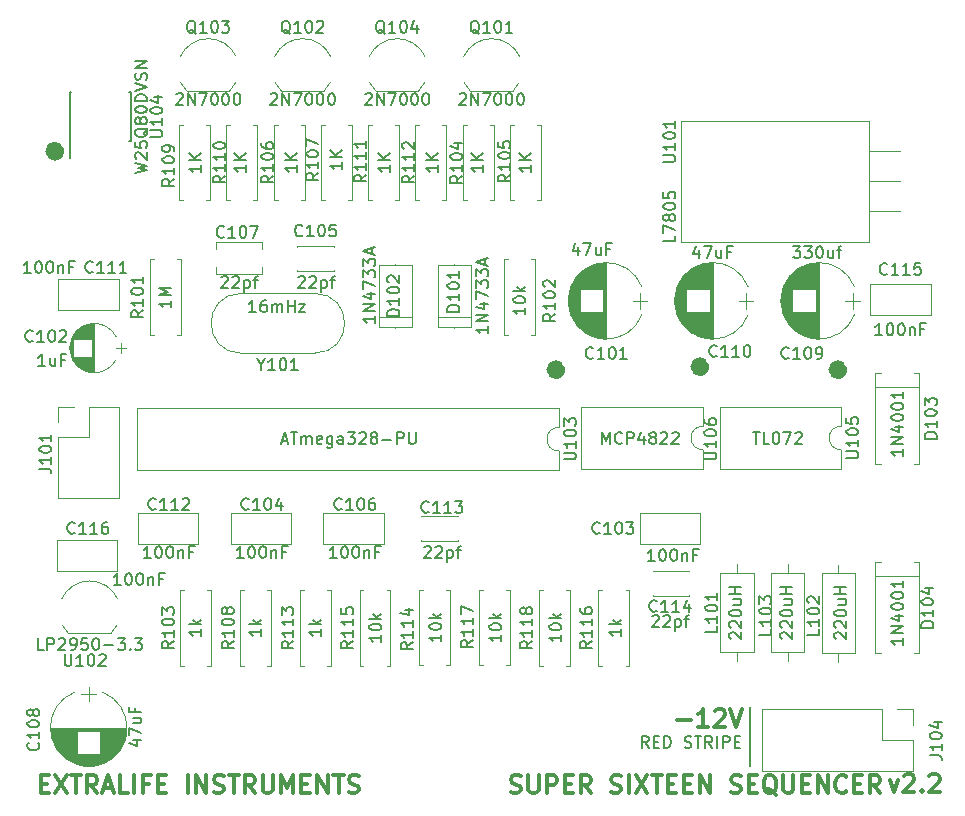
<source format=gto>
G04 #@! TF.GenerationSoftware,KiCad,Pcbnew,(5.1.2)-1*
G04 #@! TF.CreationDate,2020-08-05T13:24:30-07:00*
G04 #@! TF.ProjectId,kicad-cpu-board,6b696361-642d-4637-9075-2d626f617264,rev?*
G04 #@! TF.SameCoordinates,Original*
G04 #@! TF.FileFunction,Legend,Top*
G04 #@! TF.FilePolarity,Positive*
%FSLAX46Y46*%
G04 Gerber Fmt 4.6, Leading zero omitted, Abs format (unit mm)*
G04 Created by KiCad (PCBNEW (5.1.2)-1) date 2020-08-05 13:24:30*
%MOMM*%
%LPD*%
G04 APERTURE LIST*
%ADD10C,0.200000*%
%ADD11C,1.000000*%
%ADD12C,0.300000*%
%ADD13C,0.120000*%
%ADD14C,0.150000*%
G04 APERTURE END LIST*
D10*
X85500000Y-108500000D02*
X85500000Y-103500000D01*
D11*
X26970000Y-56434000D02*
G75*
G03X26970000Y-56434000I-300000J0D01*
G01*
X93264000Y-74930000D02*
G75*
G03X93264000Y-74930000I-300000J0D01*
G01*
X81580000Y-74676000D02*
G75*
G03X81580000Y-74676000I-300000J0D01*
G01*
X69388000Y-74930000D02*
G75*
G03X69388000Y-74930000I-300000J0D01*
G01*
D10*
X76928571Y-106952380D02*
X76595238Y-106476190D01*
X76357142Y-106952380D02*
X76357142Y-105952380D01*
X76738095Y-105952380D01*
X76833333Y-106000000D01*
X76880952Y-106047619D01*
X76928571Y-106142857D01*
X76928571Y-106285714D01*
X76880952Y-106380952D01*
X76833333Y-106428571D01*
X76738095Y-106476190D01*
X76357142Y-106476190D01*
X77357142Y-106428571D02*
X77690476Y-106428571D01*
X77833333Y-106952380D02*
X77357142Y-106952380D01*
X77357142Y-105952380D01*
X77833333Y-105952380D01*
X78261904Y-106952380D02*
X78261904Y-105952380D01*
X78500000Y-105952380D01*
X78642857Y-106000000D01*
X78738095Y-106095238D01*
X78785714Y-106190476D01*
X78833333Y-106380952D01*
X78833333Y-106523809D01*
X78785714Y-106714285D01*
X78738095Y-106809523D01*
X78642857Y-106904761D01*
X78500000Y-106952380D01*
X78261904Y-106952380D01*
X79976190Y-106904761D02*
X80119047Y-106952380D01*
X80357142Y-106952380D01*
X80452380Y-106904761D01*
X80500000Y-106857142D01*
X80547619Y-106761904D01*
X80547619Y-106666666D01*
X80500000Y-106571428D01*
X80452380Y-106523809D01*
X80357142Y-106476190D01*
X80166666Y-106428571D01*
X80071428Y-106380952D01*
X80023809Y-106333333D01*
X79976190Y-106238095D01*
X79976190Y-106142857D01*
X80023809Y-106047619D01*
X80071428Y-106000000D01*
X80166666Y-105952380D01*
X80404761Y-105952380D01*
X80547619Y-106000000D01*
X80833333Y-105952380D02*
X81404761Y-105952380D01*
X81119047Y-106952380D02*
X81119047Y-105952380D01*
X82309523Y-106952380D02*
X81976190Y-106476190D01*
X81738095Y-106952380D02*
X81738095Y-105952380D01*
X82119047Y-105952380D01*
X82214285Y-106000000D01*
X82261904Y-106047619D01*
X82309523Y-106142857D01*
X82309523Y-106285714D01*
X82261904Y-106380952D01*
X82214285Y-106428571D01*
X82119047Y-106476190D01*
X81738095Y-106476190D01*
X82738095Y-106952380D02*
X82738095Y-105952380D01*
X83214285Y-106952380D02*
X83214285Y-105952380D01*
X83595238Y-105952380D01*
X83690476Y-106000000D01*
X83738095Y-106047619D01*
X83785714Y-106142857D01*
X83785714Y-106285714D01*
X83738095Y-106380952D01*
X83690476Y-106428571D01*
X83595238Y-106476190D01*
X83214285Y-106476190D01*
X84214285Y-106428571D02*
X84547619Y-106428571D01*
X84690476Y-106952380D02*
X84214285Y-106952380D01*
X84214285Y-105952380D01*
X84690476Y-105952380D01*
D12*
X79357142Y-104607142D02*
X80500000Y-104607142D01*
X82000000Y-105178571D02*
X81142857Y-105178571D01*
X81571428Y-105178571D02*
X81571428Y-103678571D01*
X81428571Y-103892857D01*
X81285714Y-104035714D01*
X81142857Y-104107142D01*
X82571428Y-103821428D02*
X82642857Y-103750000D01*
X82785714Y-103678571D01*
X83142857Y-103678571D01*
X83285714Y-103750000D01*
X83357142Y-103821428D01*
X83428571Y-103964285D01*
X83428571Y-104107142D01*
X83357142Y-104321428D01*
X82500000Y-105178571D01*
X83428571Y-105178571D01*
X83857142Y-103678571D02*
X84357142Y-105178571D01*
X84857142Y-103678571D01*
X25471428Y-109992857D02*
X25971428Y-109992857D01*
X26185714Y-110778571D02*
X25471428Y-110778571D01*
X25471428Y-109278571D01*
X26185714Y-109278571D01*
X26685714Y-109278571D02*
X27685714Y-110778571D01*
X27685714Y-109278571D02*
X26685714Y-110778571D01*
X28042857Y-109278571D02*
X28900000Y-109278571D01*
X28471428Y-110778571D02*
X28471428Y-109278571D01*
X30257142Y-110778571D02*
X29757142Y-110064285D01*
X29400000Y-110778571D02*
X29400000Y-109278571D01*
X29971428Y-109278571D01*
X30114285Y-109350000D01*
X30185714Y-109421428D01*
X30257142Y-109564285D01*
X30257142Y-109778571D01*
X30185714Y-109921428D01*
X30114285Y-109992857D01*
X29971428Y-110064285D01*
X29400000Y-110064285D01*
X30828571Y-110350000D02*
X31542857Y-110350000D01*
X30685714Y-110778571D02*
X31185714Y-109278571D01*
X31685714Y-110778571D01*
X32900000Y-110778571D02*
X32185714Y-110778571D01*
X32185714Y-109278571D01*
X33400000Y-110778571D02*
X33400000Y-109278571D01*
X34614285Y-109992857D02*
X34114285Y-109992857D01*
X34114285Y-110778571D02*
X34114285Y-109278571D01*
X34828571Y-109278571D01*
X35400000Y-109992857D02*
X35900000Y-109992857D01*
X36114285Y-110778571D02*
X35400000Y-110778571D01*
X35400000Y-109278571D01*
X36114285Y-109278571D01*
X37900000Y-110778571D02*
X37900000Y-109278571D01*
X38614285Y-110778571D02*
X38614285Y-109278571D01*
X39471428Y-110778571D01*
X39471428Y-109278571D01*
X40114285Y-110707142D02*
X40328571Y-110778571D01*
X40685714Y-110778571D01*
X40828571Y-110707142D01*
X40900000Y-110635714D01*
X40971428Y-110492857D01*
X40971428Y-110350000D01*
X40900000Y-110207142D01*
X40828571Y-110135714D01*
X40685714Y-110064285D01*
X40400000Y-109992857D01*
X40257142Y-109921428D01*
X40185714Y-109850000D01*
X40114285Y-109707142D01*
X40114285Y-109564285D01*
X40185714Y-109421428D01*
X40257142Y-109350000D01*
X40400000Y-109278571D01*
X40757142Y-109278571D01*
X40971428Y-109350000D01*
X41400000Y-109278571D02*
X42257142Y-109278571D01*
X41828571Y-110778571D02*
X41828571Y-109278571D01*
X43614285Y-110778571D02*
X43114285Y-110064285D01*
X42757142Y-110778571D02*
X42757142Y-109278571D01*
X43328571Y-109278571D01*
X43471428Y-109350000D01*
X43542857Y-109421428D01*
X43614285Y-109564285D01*
X43614285Y-109778571D01*
X43542857Y-109921428D01*
X43471428Y-109992857D01*
X43328571Y-110064285D01*
X42757142Y-110064285D01*
X44257142Y-109278571D02*
X44257142Y-110492857D01*
X44328571Y-110635714D01*
X44400000Y-110707142D01*
X44542857Y-110778571D01*
X44828571Y-110778571D01*
X44971428Y-110707142D01*
X45042857Y-110635714D01*
X45114285Y-110492857D01*
X45114285Y-109278571D01*
X45828571Y-110778571D02*
X45828571Y-109278571D01*
X46328571Y-110350000D01*
X46828571Y-109278571D01*
X46828571Y-110778571D01*
X47542857Y-109992857D02*
X48042857Y-109992857D01*
X48257142Y-110778571D02*
X47542857Y-110778571D01*
X47542857Y-109278571D01*
X48257142Y-109278571D01*
X48900000Y-110778571D02*
X48900000Y-109278571D01*
X49757142Y-110778571D01*
X49757142Y-109278571D01*
X50257142Y-109278571D02*
X51114285Y-109278571D01*
X50685714Y-110778571D02*
X50685714Y-109278571D01*
X51542857Y-110707142D02*
X51757142Y-110778571D01*
X52114285Y-110778571D01*
X52257142Y-110707142D01*
X52328571Y-110635714D01*
X52400000Y-110492857D01*
X52400000Y-110350000D01*
X52328571Y-110207142D01*
X52257142Y-110135714D01*
X52114285Y-110064285D01*
X51828571Y-109992857D01*
X51685714Y-109921428D01*
X51614285Y-109850000D01*
X51542857Y-109707142D01*
X51542857Y-109564285D01*
X51614285Y-109421428D01*
X51685714Y-109350000D01*
X51828571Y-109278571D01*
X52185714Y-109278571D01*
X52400000Y-109350000D01*
X97357142Y-109678571D02*
X97714285Y-110678571D01*
X98071428Y-109678571D01*
X98571428Y-109321428D02*
X98642857Y-109250000D01*
X98785714Y-109178571D01*
X99142857Y-109178571D01*
X99285714Y-109250000D01*
X99357142Y-109321428D01*
X99428571Y-109464285D01*
X99428571Y-109607142D01*
X99357142Y-109821428D01*
X98500000Y-110678571D01*
X99428571Y-110678571D01*
X100071428Y-110535714D02*
X100142857Y-110607142D01*
X100071428Y-110678571D01*
X100000000Y-110607142D01*
X100071428Y-110535714D01*
X100071428Y-110678571D01*
X100714285Y-109321428D02*
X100785714Y-109250000D01*
X100928571Y-109178571D01*
X101285714Y-109178571D01*
X101428571Y-109250000D01*
X101500000Y-109321428D01*
X101571428Y-109464285D01*
X101571428Y-109607142D01*
X101500000Y-109821428D01*
X100642857Y-110678571D01*
X101571428Y-110678571D01*
X65257142Y-110707142D02*
X65471428Y-110778571D01*
X65828571Y-110778571D01*
X65971428Y-110707142D01*
X66042857Y-110635714D01*
X66114285Y-110492857D01*
X66114285Y-110350000D01*
X66042857Y-110207142D01*
X65971428Y-110135714D01*
X65828571Y-110064285D01*
X65542857Y-109992857D01*
X65399999Y-109921428D01*
X65328571Y-109850000D01*
X65257142Y-109707142D01*
X65257142Y-109564285D01*
X65328571Y-109421428D01*
X65399999Y-109350000D01*
X65542857Y-109278571D01*
X65899999Y-109278571D01*
X66114285Y-109350000D01*
X66757142Y-109278571D02*
X66757142Y-110492857D01*
X66828571Y-110635714D01*
X66899999Y-110707142D01*
X67042857Y-110778571D01*
X67328571Y-110778571D01*
X67471428Y-110707142D01*
X67542857Y-110635714D01*
X67614285Y-110492857D01*
X67614285Y-109278571D01*
X68328571Y-110778571D02*
X68328571Y-109278571D01*
X68900000Y-109278571D01*
X69042857Y-109350000D01*
X69114285Y-109421428D01*
X69185714Y-109564285D01*
X69185714Y-109778571D01*
X69114285Y-109921428D01*
X69042857Y-109992857D01*
X68900000Y-110064285D01*
X68328571Y-110064285D01*
X69828571Y-109992857D02*
X70328571Y-109992857D01*
X70542857Y-110778571D02*
X69828571Y-110778571D01*
X69828571Y-109278571D01*
X70542857Y-109278571D01*
X72042857Y-110778571D02*
X71542857Y-110064285D01*
X71185714Y-110778571D02*
X71185714Y-109278571D01*
X71757142Y-109278571D01*
X71900000Y-109350000D01*
X71971428Y-109421428D01*
X72042857Y-109564285D01*
X72042857Y-109778571D01*
X71971428Y-109921428D01*
X71900000Y-109992857D01*
X71757142Y-110064285D01*
X71185714Y-110064285D01*
X73757142Y-110707142D02*
X73971428Y-110778571D01*
X74328571Y-110778571D01*
X74471428Y-110707142D01*
X74542857Y-110635714D01*
X74614285Y-110492857D01*
X74614285Y-110350000D01*
X74542857Y-110207142D01*
X74471428Y-110135714D01*
X74328571Y-110064285D01*
X74042857Y-109992857D01*
X73900000Y-109921428D01*
X73828571Y-109850000D01*
X73757142Y-109707142D01*
X73757142Y-109564285D01*
X73828571Y-109421428D01*
X73900000Y-109350000D01*
X74042857Y-109278571D01*
X74400000Y-109278571D01*
X74614285Y-109350000D01*
X75257142Y-110778571D02*
X75257142Y-109278571D01*
X75828571Y-109278571D02*
X76828571Y-110778571D01*
X76828571Y-109278571D02*
X75828571Y-110778571D01*
X77185714Y-109278571D02*
X78042857Y-109278571D01*
X77614285Y-110778571D02*
X77614285Y-109278571D01*
X78542857Y-109992857D02*
X79042857Y-109992857D01*
X79257142Y-110778571D02*
X78542857Y-110778571D01*
X78542857Y-109278571D01*
X79257142Y-109278571D01*
X79900000Y-109992857D02*
X80400000Y-109992857D01*
X80614285Y-110778571D02*
X79900000Y-110778571D01*
X79900000Y-109278571D01*
X80614285Y-109278571D01*
X81257142Y-110778571D02*
X81257142Y-109278571D01*
X82114285Y-110778571D01*
X82114285Y-109278571D01*
X83900000Y-110707142D02*
X84114285Y-110778571D01*
X84471428Y-110778571D01*
X84614285Y-110707142D01*
X84685714Y-110635714D01*
X84757142Y-110492857D01*
X84757142Y-110350000D01*
X84685714Y-110207142D01*
X84614285Y-110135714D01*
X84471428Y-110064285D01*
X84185714Y-109992857D01*
X84042857Y-109921428D01*
X83971428Y-109850000D01*
X83900000Y-109707142D01*
X83900000Y-109564285D01*
X83971428Y-109421428D01*
X84042857Y-109350000D01*
X84185714Y-109278571D01*
X84542857Y-109278571D01*
X84757142Y-109350000D01*
X85400000Y-109992857D02*
X85900000Y-109992857D01*
X86114285Y-110778571D02*
X85400000Y-110778571D01*
X85400000Y-109278571D01*
X86114285Y-109278571D01*
X87757142Y-110921428D02*
X87614285Y-110850000D01*
X87471428Y-110707142D01*
X87257142Y-110492857D01*
X87114285Y-110421428D01*
X86971428Y-110421428D01*
X87042857Y-110778571D02*
X86900000Y-110707142D01*
X86757142Y-110564285D01*
X86685714Y-110278571D01*
X86685714Y-109778571D01*
X86757142Y-109492857D01*
X86900000Y-109350000D01*
X87042857Y-109278571D01*
X87328571Y-109278571D01*
X87471428Y-109350000D01*
X87614285Y-109492857D01*
X87685714Y-109778571D01*
X87685714Y-110278571D01*
X87614285Y-110564285D01*
X87471428Y-110707142D01*
X87328571Y-110778571D01*
X87042857Y-110778571D01*
X88328571Y-109278571D02*
X88328571Y-110492857D01*
X88400000Y-110635714D01*
X88471428Y-110707142D01*
X88614285Y-110778571D01*
X88900000Y-110778571D01*
X89042857Y-110707142D01*
X89114285Y-110635714D01*
X89185714Y-110492857D01*
X89185714Y-109278571D01*
X89900000Y-109992857D02*
X90400000Y-109992857D01*
X90614285Y-110778571D02*
X89900000Y-110778571D01*
X89900000Y-109278571D01*
X90614285Y-109278571D01*
X91257142Y-110778571D02*
X91257142Y-109278571D01*
X92114285Y-110778571D01*
X92114285Y-109278571D01*
X93685714Y-110635714D02*
X93614285Y-110707142D01*
X93400000Y-110778571D01*
X93257142Y-110778571D01*
X93042857Y-110707142D01*
X92900000Y-110564285D01*
X92828571Y-110421428D01*
X92757142Y-110135714D01*
X92757142Y-109921428D01*
X92828571Y-109635714D01*
X92900000Y-109492857D01*
X93042857Y-109350000D01*
X93257142Y-109278571D01*
X93400000Y-109278571D01*
X93614285Y-109350000D01*
X93685714Y-109421428D01*
X94328571Y-109992857D02*
X94828571Y-109992857D01*
X95042857Y-110778571D02*
X94328571Y-110778571D01*
X94328571Y-109278571D01*
X95042857Y-109278571D01*
X96542857Y-110778571D02*
X96042857Y-110064285D01*
X95685714Y-110778571D02*
X95685714Y-109278571D01*
X96257142Y-109278571D01*
X96400000Y-109350000D01*
X96471428Y-109421428D01*
X96542857Y-109564285D01*
X96542857Y-109778571D01*
X96471428Y-109921428D01*
X96400000Y-109992857D01*
X96257142Y-110064285D01*
X95685714Y-110064285D01*
D13*
X27811320Y-97265100D02*
X31411320Y-97265100D01*
X27287136Y-96537895D02*
G75*
G03X27811320Y-97265100I2324184J1122795D01*
G01*
X27254920Y-94316293D02*
G75*
G02X29611320Y-92815100I2356400J-1098807D01*
G01*
X31967720Y-94316293D02*
G75*
G03X29611320Y-92815100I-2356400J-1098807D01*
G01*
X31935504Y-96537895D02*
G75*
G02X31411320Y-97265100I-2324184J1122795D01*
G01*
X53847700Y-51350000D02*
X57447700Y-51350000D01*
X53323516Y-50622795D02*
G75*
G03X53847700Y-51350000I2324184J1122795D01*
G01*
X53291300Y-48401193D02*
G75*
G02X55647700Y-46900000I2356400J-1098807D01*
G01*
X58004100Y-48401193D02*
G75*
G03X55647700Y-46900000I-2356400J-1098807D01*
G01*
X57971884Y-50622795D02*
G75*
G02X57447700Y-51350000I-2324184J1122795D01*
G01*
X37847700Y-51350000D02*
X41447700Y-51350000D01*
X37323516Y-50622795D02*
G75*
G03X37847700Y-51350000I2324184J1122795D01*
G01*
X37291300Y-48401193D02*
G75*
G02X39647700Y-46900000I2356400J-1098807D01*
G01*
X42004100Y-48401193D02*
G75*
G03X39647700Y-46900000I-2356400J-1098807D01*
G01*
X41971884Y-50622795D02*
G75*
G02X41447700Y-51350000I-2324184J1122795D01*
G01*
X45847700Y-51350000D02*
X49447700Y-51350000D01*
X45323516Y-50622795D02*
G75*
G03X45847700Y-51350000I2324184J1122795D01*
G01*
X45291300Y-48401193D02*
G75*
G02X47647700Y-46900000I2356400J-1098807D01*
G01*
X50004100Y-48401193D02*
G75*
G03X47647700Y-46900000I-2356400J-1098807D01*
G01*
X49971884Y-50622795D02*
G75*
G02X49447700Y-51350000I-2324184J1122795D01*
G01*
X61847700Y-51350000D02*
X65447700Y-51350000D01*
X61323516Y-50622795D02*
G75*
G03X61847700Y-51350000I2324184J1122795D01*
G01*
X61291300Y-48401193D02*
G75*
G02X63647700Y-46900000I2356400J-1098807D01*
G01*
X66004100Y-48401193D02*
G75*
G03X63647700Y-46900000I-2356400J-1098807D01*
G01*
X65971884Y-50622795D02*
G75*
G02X65447700Y-51350000I-2324184J1122795D01*
G01*
X80396840Y-93998100D02*
X80396840Y-94062100D01*
X80396840Y-91942100D02*
X80396840Y-92006100D01*
X77276840Y-93998100D02*
X77276840Y-94062100D01*
X77276840Y-91942100D02*
X77276840Y-92006100D01*
X77276840Y-94062100D02*
X80396840Y-94062100D01*
X77276840Y-91942100D02*
X80396840Y-91942100D01*
X90123530Y-92141460D02*
X87303530Y-92141460D01*
X87303530Y-92141460D02*
X87303530Y-98861460D01*
X87303530Y-98861460D02*
X90123530Y-98861460D01*
X90123530Y-98861460D02*
X90123530Y-92141460D01*
X88713530Y-91401460D02*
X88713530Y-92141460D01*
X88713530Y-99601460D02*
X88713530Y-98861460D01*
X91590000Y-98901460D02*
X94410000Y-98901460D01*
X94410000Y-98901460D02*
X94410000Y-92181460D01*
X94410000Y-92181460D02*
X91590000Y-92181460D01*
X91590000Y-92181460D02*
X91590000Y-98901460D01*
X93000000Y-99641460D02*
X93000000Y-98901460D01*
X93000000Y-91441460D02*
X93000000Y-92181460D01*
X85837060Y-92141460D02*
X83017060Y-92141460D01*
X83017060Y-92141460D02*
X83017060Y-98861460D01*
X83017060Y-98861460D02*
X85837060Y-98861460D01*
X85837060Y-98861460D02*
X85837060Y-92141460D01*
X84427060Y-91401460D02*
X84427060Y-92141460D01*
X84427060Y-99601460D02*
X84427060Y-98861460D01*
X81530000Y-81710000D02*
G75*
G02X81530000Y-79710000I0J1000000D01*
G01*
X81530000Y-79710000D02*
X81530000Y-78060000D01*
X81530000Y-78060000D02*
X71250000Y-78060000D01*
X71250000Y-78060000D02*
X71250000Y-83360000D01*
X71250000Y-83360000D02*
X81530000Y-83360000D01*
X81530000Y-83360000D02*
X81530000Y-81710000D01*
X95690000Y-67690000D02*
X100810000Y-67690000D01*
X95690000Y-70310000D02*
X100810000Y-70310000D01*
X95690000Y-67690000D02*
X95690000Y-70310000D01*
X100810000Y-67690000D02*
X100810000Y-70310000D01*
X31935001Y-89315001D02*
X31935001Y-91935001D01*
X26815001Y-89315001D02*
X26815001Y-91935001D01*
X26815001Y-91935001D02*
X31935001Y-91935001D01*
X26815001Y-89315001D02*
X31935001Y-89315001D01*
X69330000Y-83460000D02*
X69330000Y-81810000D01*
X33650000Y-83460000D02*
X69330000Y-83460000D01*
X33650000Y-78160000D02*
X33650000Y-83460000D01*
X69330000Y-78160000D02*
X33650000Y-78160000D01*
X69330000Y-79810000D02*
X69330000Y-78160000D01*
X69330000Y-81810000D02*
G75*
G02X69330000Y-79810000I0J1000000D01*
G01*
X76200000Y-69750000D02*
X76200000Y-68450000D01*
X76800000Y-69100000D02*
X75600000Y-69100000D01*
X70149000Y-69568000D02*
X70149000Y-68632000D01*
X70189000Y-69776000D02*
X70189000Y-68424000D01*
X70229000Y-69934000D02*
X70229000Y-68266000D01*
X70269000Y-70066000D02*
X70269000Y-68134000D01*
X70309000Y-70181000D02*
X70309000Y-68019000D01*
X70349000Y-70284000D02*
X70349000Y-67916000D01*
X70389000Y-70378000D02*
X70389000Y-67822000D01*
X70429000Y-70464000D02*
X70429000Y-67736000D01*
X70469000Y-70545000D02*
X70469000Y-67655000D01*
X70509000Y-70620000D02*
X70509000Y-67580000D01*
X70549000Y-70691000D02*
X70549000Y-67509000D01*
X70589000Y-70758000D02*
X70589000Y-67442000D01*
X70629000Y-70821000D02*
X70629000Y-67379000D01*
X70669000Y-70881000D02*
X70669000Y-67319000D01*
X70709000Y-70939000D02*
X70709000Y-67261000D01*
X70749000Y-70994000D02*
X70749000Y-67206000D01*
X70789000Y-71046000D02*
X70789000Y-67154000D01*
X70829000Y-71097000D02*
X70829000Y-67103000D01*
X70869000Y-71145000D02*
X70869000Y-67055000D01*
X70909000Y-71192000D02*
X70909000Y-67008000D01*
X70949000Y-71237000D02*
X70949000Y-66963000D01*
X70989000Y-71280000D02*
X70989000Y-66920000D01*
X71029000Y-71322000D02*
X71029000Y-66878000D01*
X71069000Y-71362000D02*
X71069000Y-66838000D01*
X71109000Y-71401000D02*
X71109000Y-66799000D01*
X71149000Y-68120000D02*
X71149000Y-66761000D01*
X71149000Y-71439000D02*
X71149000Y-70080000D01*
X71189000Y-68120000D02*
X71189000Y-66725000D01*
X71189000Y-71475000D02*
X71189000Y-70080000D01*
X71229000Y-68120000D02*
X71229000Y-66689000D01*
X71229000Y-71511000D02*
X71229000Y-70080000D01*
X71269000Y-68120000D02*
X71269000Y-66655000D01*
X71269000Y-71545000D02*
X71269000Y-70080000D01*
X71309000Y-68120000D02*
X71309000Y-66622000D01*
X71309000Y-71578000D02*
X71309000Y-70080000D01*
X71349000Y-68120000D02*
X71349000Y-66590000D01*
X71349000Y-71610000D02*
X71349000Y-70080000D01*
X71389000Y-68120000D02*
X71389000Y-66560000D01*
X71389000Y-71640000D02*
X71389000Y-70080000D01*
X71429000Y-68120000D02*
X71429000Y-66530000D01*
X71429000Y-71670000D02*
X71429000Y-70080000D01*
X71469000Y-68120000D02*
X71469000Y-66501000D01*
X71469000Y-71699000D02*
X71469000Y-70080000D01*
X71509000Y-68120000D02*
X71509000Y-66473000D01*
X71509000Y-71727000D02*
X71509000Y-70080000D01*
X71549000Y-68120000D02*
X71549000Y-66446000D01*
X71549000Y-71754000D02*
X71549000Y-70080000D01*
X71589000Y-68120000D02*
X71589000Y-66419000D01*
X71589000Y-71781000D02*
X71589000Y-70080000D01*
X71629000Y-68120000D02*
X71629000Y-66394000D01*
X71629000Y-71806000D02*
X71629000Y-70080000D01*
X71669000Y-68120000D02*
X71669000Y-66369000D01*
X71669000Y-71831000D02*
X71669000Y-70080000D01*
X71709000Y-68120000D02*
X71709000Y-66345000D01*
X71709000Y-71855000D02*
X71709000Y-70080000D01*
X71749000Y-68120000D02*
X71749000Y-66322000D01*
X71749000Y-71878000D02*
X71749000Y-70080000D01*
X71789000Y-68120000D02*
X71789000Y-66300000D01*
X71789000Y-71900000D02*
X71789000Y-70080000D01*
X71829000Y-68120000D02*
X71829000Y-66278000D01*
X71829000Y-71922000D02*
X71829000Y-70080000D01*
X71869000Y-68120000D02*
X71869000Y-66257000D01*
X71869000Y-71943000D02*
X71869000Y-70080000D01*
X71909000Y-68120000D02*
X71909000Y-66237000D01*
X71909000Y-71963000D02*
X71909000Y-70080000D01*
X71949000Y-68120000D02*
X71949000Y-66218000D01*
X71949000Y-71982000D02*
X71949000Y-70080000D01*
X71989000Y-68120000D02*
X71989000Y-66199000D01*
X71989000Y-72001000D02*
X71989000Y-70080000D01*
X72029000Y-68120000D02*
X72029000Y-66181000D01*
X72029000Y-72019000D02*
X72029000Y-70080000D01*
X72069000Y-68120000D02*
X72069000Y-66163000D01*
X72069000Y-72037000D02*
X72069000Y-70080000D01*
X72109000Y-68120000D02*
X72109000Y-66146000D01*
X72109000Y-72054000D02*
X72109000Y-70080000D01*
X72149000Y-68120000D02*
X72149000Y-66130000D01*
X72149000Y-72070000D02*
X72149000Y-70080000D01*
X72189000Y-68120000D02*
X72189000Y-66114000D01*
X72189000Y-72086000D02*
X72189000Y-70080000D01*
X72229000Y-68120000D02*
X72229000Y-66099000D01*
X72229000Y-72101000D02*
X72229000Y-70080000D01*
X72269000Y-68120000D02*
X72269000Y-66085000D01*
X72269000Y-72115000D02*
X72269000Y-70080000D01*
X72309000Y-68120000D02*
X72309000Y-66071000D01*
X72309000Y-72129000D02*
X72309000Y-70080000D01*
X72349000Y-68120000D02*
X72349000Y-66058000D01*
X72349000Y-72142000D02*
X72349000Y-70080000D01*
X72389000Y-68120000D02*
X72389000Y-66045000D01*
X72389000Y-72155000D02*
X72389000Y-70080000D01*
X72429000Y-68120000D02*
X72429000Y-66033000D01*
X72429000Y-72167000D02*
X72429000Y-70080000D01*
X72469000Y-68120000D02*
X72469000Y-66021000D01*
X72469000Y-72179000D02*
X72469000Y-70080000D01*
X72509000Y-68120000D02*
X72509000Y-66010000D01*
X72509000Y-72190000D02*
X72509000Y-70080000D01*
X72549000Y-68120000D02*
X72549000Y-66000000D01*
X72549000Y-72200000D02*
X72549000Y-70080000D01*
X72589000Y-68120000D02*
X72589000Y-65990000D01*
X72589000Y-72210000D02*
X72589000Y-70080000D01*
X72629000Y-68120000D02*
X72629000Y-65981000D01*
X72629000Y-72219000D02*
X72629000Y-70080000D01*
X72670000Y-68120000D02*
X72670000Y-65972000D01*
X72670000Y-72228000D02*
X72670000Y-70080000D01*
X72710000Y-68120000D02*
X72710000Y-65963000D01*
X72710000Y-72237000D02*
X72710000Y-70080000D01*
X72750000Y-68120000D02*
X72750000Y-65956000D01*
X72750000Y-72244000D02*
X72750000Y-70080000D01*
X72790000Y-68120000D02*
X72790000Y-65948000D01*
X72790000Y-72252000D02*
X72790000Y-70080000D01*
X72830000Y-68120000D02*
X72830000Y-65942000D01*
X72830000Y-72258000D02*
X72830000Y-70080000D01*
X72870000Y-68120000D02*
X72870000Y-65935000D01*
X72870000Y-72265000D02*
X72870000Y-70080000D01*
X72910000Y-68120000D02*
X72910000Y-65930000D01*
X72910000Y-72270000D02*
X72910000Y-70080000D01*
X72950000Y-68120000D02*
X72950000Y-65924000D01*
X72950000Y-72276000D02*
X72950000Y-70080000D01*
X72990000Y-68120000D02*
X72990000Y-65920000D01*
X72990000Y-72280000D02*
X72990000Y-70080000D01*
X73030000Y-68120000D02*
X73030000Y-65915000D01*
X73030000Y-72285000D02*
X73030000Y-70080000D01*
X73070000Y-68120000D02*
X73070000Y-65912000D01*
X73070000Y-72288000D02*
X73070000Y-70080000D01*
X73110000Y-72292000D02*
X73110000Y-65908000D01*
X73150000Y-72294000D02*
X73150000Y-65906000D01*
X73190000Y-72297000D02*
X73190000Y-65903000D01*
X73230000Y-72298000D02*
X73230000Y-65902000D01*
X73270000Y-72300000D02*
X73270000Y-65900000D01*
X73310000Y-72300000D02*
X73310000Y-65900000D01*
X73350000Y-72300000D02*
X73350000Y-65900000D01*
X70332180Y-67920864D02*
G75*
G03X70332518Y-70280000I3017820J-1179136D01*
G01*
X70332180Y-67920864D02*
G75*
G02X76367482Y-67920000I3017820J-1179136D01*
G01*
X70332180Y-70279136D02*
G75*
G03X76367482Y-70280000I3017820J1179136D01*
G01*
X32250000Y-73550000D02*
X32250000Y-72650000D01*
X32700000Y-73100000D02*
X31800000Y-73100000D01*
X27919000Y-73265000D02*
X27919000Y-72935000D01*
X27959000Y-73515000D02*
X27959000Y-72685000D01*
X27999000Y-73667000D02*
X27999000Y-72533000D01*
X28039000Y-73786000D02*
X28039000Y-72414000D01*
X28079000Y-73886000D02*
X28079000Y-72314000D01*
X28119000Y-73974000D02*
X28119000Y-72226000D01*
X28159000Y-74052000D02*
X28159000Y-72148000D01*
X28199000Y-74123000D02*
X28199000Y-72077000D01*
X28239000Y-72320000D02*
X28239000Y-72012000D01*
X28239000Y-74188000D02*
X28239000Y-73880000D01*
X28279000Y-72320000D02*
X28279000Y-71952000D01*
X28279000Y-74248000D02*
X28279000Y-73880000D01*
X28319000Y-72320000D02*
X28319000Y-71896000D01*
X28319000Y-74304000D02*
X28319000Y-73880000D01*
X28359000Y-72320000D02*
X28359000Y-71844000D01*
X28359000Y-74356000D02*
X28359000Y-73880000D01*
X28399000Y-72320000D02*
X28399000Y-71795000D01*
X28399000Y-74405000D02*
X28399000Y-73880000D01*
X28439000Y-72320000D02*
X28439000Y-71749000D01*
X28439000Y-74451000D02*
X28439000Y-73880000D01*
X28479000Y-72320000D02*
X28479000Y-71705000D01*
X28479000Y-74495000D02*
X28479000Y-73880000D01*
X28519000Y-72320000D02*
X28519000Y-71664000D01*
X28519000Y-74536000D02*
X28519000Y-73880000D01*
X28559000Y-72320000D02*
X28559000Y-71625000D01*
X28559000Y-74575000D02*
X28559000Y-73880000D01*
X28599000Y-72320000D02*
X28599000Y-71588000D01*
X28599000Y-74612000D02*
X28599000Y-73880000D01*
X28639000Y-72320000D02*
X28639000Y-71553000D01*
X28639000Y-74647000D02*
X28639000Y-73880000D01*
X28679000Y-72320000D02*
X28679000Y-71519000D01*
X28679000Y-74681000D02*
X28679000Y-73880000D01*
X28719000Y-72320000D02*
X28719000Y-71487000D01*
X28719000Y-74713000D02*
X28719000Y-73880000D01*
X28759000Y-72320000D02*
X28759000Y-71457000D01*
X28759000Y-74743000D02*
X28759000Y-73880000D01*
X28799000Y-72320000D02*
X28799000Y-71428000D01*
X28799000Y-74772000D02*
X28799000Y-73880000D01*
X28839000Y-72320000D02*
X28839000Y-71401000D01*
X28839000Y-74799000D02*
X28839000Y-73880000D01*
X28879000Y-72320000D02*
X28879000Y-71375000D01*
X28879000Y-74825000D02*
X28879000Y-73880000D01*
X28919000Y-72320000D02*
X28919000Y-71350000D01*
X28919000Y-74850000D02*
X28919000Y-73880000D01*
X28959000Y-72320000D02*
X28959000Y-71327000D01*
X28959000Y-74873000D02*
X28959000Y-73880000D01*
X28999000Y-72320000D02*
X28999000Y-71304000D01*
X28999000Y-74896000D02*
X28999000Y-73880000D01*
X29039000Y-72320000D02*
X29039000Y-71283000D01*
X29039000Y-74917000D02*
X29039000Y-73880000D01*
X29079000Y-72320000D02*
X29079000Y-71263000D01*
X29079000Y-74937000D02*
X29079000Y-73880000D01*
X29119000Y-72320000D02*
X29119000Y-71244000D01*
X29119000Y-74956000D02*
X29119000Y-73880000D01*
X29159000Y-72320000D02*
X29159000Y-71226000D01*
X29159000Y-74974000D02*
X29159000Y-73880000D01*
X29199000Y-72320000D02*
X29199000Y-71209000D01*
X29199000Y-74991000D02*
X29199000Y-73880000D01*
X29239000Y-72320000D02*
X29239000Y-71193000D01*
X29239000Y-75007000D02*
X29239000Y-73880000D01*
X29279000Y-72320000D02*
X29279000Y-71177000D01*
X29279000Y-75023000D02*
X29279000Y-73880000D01*
X29320000Y-72320000D02*
X29320000Y-71163000D01*
X29320000Y-75037000D02*
X29320000Y-73880000D01*
X29360000Y-72320000D02*
X29360000Y-71150000D01*
X29360000Y-75050000D02*
X29360000Y-73880000D01*
X29400000Y-72320000D02*
X29400000Y-71137000D01*
X29400000Y-75063000D02*
X29400000Y-73880000D01*
X29440000Y-72320000D02*
X29440000Y-71126000D01*
X29440000Y-75074000D02*
X29440000Y-73880000D01*
X29480000Y-72320000D02*
X29480000Y-71115000D01*
X29480000Y-75085000D02*
X29480000Y-73880000D01*
X29520000Y-72320000D02*
X29520000Y-71105000D01*
X29520000Y-75095000D02*
X29520000Y-73880000D01*
X29560000Y-72320000D02*
X29560000Y-71096000D01*
X29560000Y-75104000D02*
X29560000Y-73880000D01*
X29600000Y-72320000D02*
X29600000Y-71088000D01*
X29600000Y-75112000D02*
X29600000Y-73880000D01*
X29640000Y-72320000D02*
X29640000Y-71081000D01*
X29640000Y-75119000D02*
X29640000Y-73880000D01*
X29680000Y-72320000D02*
X29680000Y-71074000D01*
X29680000Y-75126000D02*
X29680000Y-73880000D01*
X29720000Y-72320000D02*
X29720000Y-71068000D01*
X29720000Y-75132000D02*
X29720000Y-73880000D01*
X29760000Y-72320000D02*
X29760000Y-71063000D01*
X29760000Y-75137000D02*
X29760000Y-73880000D01*
X29800000Y-75141000D02*
X29800000Y-71059000D01*
X29840000Y-75144000D02*
X29840000Y-71056000D01*
X29880000Y-75147000D02*
X29880000Y-71053000D01*
X29920000Y-75149000D02*
X29920000Y-71051000D01*
X29960000Y-75150000D02*
X29960000Y-71050000D01*
X30000000Y-75150000D02*
X30000000Y-71050000D01*
X28153564Y-72120830D02*
G75*
G03X28154004Y-74080000I1846436J-979170D01*
G01*
X28153564Y-72120830D02*
G75*
G02X31845996Y-72120000I1846436J-979170D01*
G01*
X28153564Y-74079170D02*
G75*
G03X31845996Y-74080000I1846436J979170D01*
G01*
X81310000Y-89660000D02*
X76190000Y-89660000D01*
X81310000Y-87040000D02*
X76190000Y-87040000D01*
X81310000Y-89660000D02*
X81310000Y-87040000D01*
X76190000Y-89660000D02*
X76190000Y-87040000D01*
X46660000Y-87040000D02*
X46660000Y-89660000D01*
X41540000Y-87040000D02*
X41540000Y-89660000D01*
X41540000Y-89660000D02*
X46660000Y-89660000D01*
X41540000Y-87040000D02*
X46660000Y-87040000D01*
X50310000Y-66496000D02*
X50310000Y-66560000D01*
X50310000Y-64440000D02*
X50310000Y-64504000D01*
X47190000Y-66496000D02*
X47190000Y-66560000D01*
X47190000Y-64440000D02*
X47190000Y-64504000D01*
X47190000Y-66560000D02*
X50310000Y-66560000D01*
X47190000Y-64440000D02*
X50310000Y-64440000D01*
X54510000Y-89660000D02*
X49390000Y-89660000D01*
X54510000Y-87040000D02*
X49390000Y-87040000D01*
X54510000Y-89660000D02*
X54510000Y-87040000D01*
X49390000Y-89660000D02*
X49390000Y-87040000D01*
X40290000Y-64750000D02*
X40290000Y-64140000D01*
X40290000Y-66860000D02*
X40290000Y-66250000D01*
X44210000Y-64750000D02*
X44210000Y-64140000D01*
X44210000Y-66860000D02*
X44210000Y-66250000D01*
X44210000Y-64140000D02*
X40290000Y-64140000D01*
X44210000Y-66860000D02*
X40290000Y-66860000D01*
X30704136Y-108267820D02*
G75*
G03X30705000Y-102232518I-1179136J3017820D01*
G01*
X28345864Y-108267820D02*
G75*
G02X28345000Y-102232518I1179136J3017820D01*
G01*
X28345864Y-108267820D02*
G75*
G03X30705000Y-108267482I1179136J3017820D01*
G01*
X32725000Y-105250000D02*
X26325000Y-105250000D01*
X32725000Y-105290000D02*
X26325000Y-105290000D01*
X32725000Y-105330000D02*
X26325000Y-105330000D01*
X32723000Y-105370000D02*
X26327000Y-105370000D01*
X32722000Y-105410000D02*
X26328000Y-105410000D01*
X32719000Y-105450000D02*
X26331000Y-105450000D01*
X32717000Y-105490000D02*
X26333000Y-105490000D01*
X32713000Y-105530000D02*
X30505000Y-105530000D01*
X28545000Y-105530000D02*
X26337000Y-105530000D01*
X32710000Y-105570000D02*
X30505000Y-105570000D01*
X28545000Y-105570000D02*
X26340000Y-105570000D01*
X32705000Y-105610000D02*
X30505000Y-105610000D01*
X28545000Y-105610000D02*
X26345000Y-105610000D01*
X32701000Y-105650000D02*
X30505000Y-105650000D01*
X28545000Y-105650000D02*
X26349000Y-105650000D01*
X32695000Y-105690000D02*
X30505000Y-105690000D01*
X28545000Y-105690000D02*
X26355000Y-105690000D01*
X32690000Y-105730000D02*
X30505000Y-105730000D01*
X28545000Y-105730000D02*
X26360000Y-105730000D01*
X32683000Y-105770000D02*
X30505000Y-105770000D01*
X28545000Y-105770000D02*
X26367000Y-105770000D01*
X32677000Y-105810000D02*
X30505000Y-105810000D01*
X28545000Y-105810000D02*
X26373000Y-105810000D01*
X32669000Y-105850000D02*
X30505000Y-105850000D01*
X28545000Y-105850000D02*
X26381000Y-105850000D01*
X32662000Y-105890000D02*
X30505000Y-105890000D01*
X28545000Y-105890000D02*
X26388000Y-105890000D01*
X32653000Y-105930000D02*
X30505000Y-105930000D01*
X28545000Y-105930000D02*
X26397000Y-105930000D01*
X32644000Y-105971000D02*
X30505000Y-105971000D01*
X28545000Y-105971000D02*
X26406000Y-105971000D01*
X32635000Y-106011000D02*
X30505000Y-106011000D01*
X28545000Y-106011000D02*
X26415000Y-106011000D01*
X32625000Y-106051000D02*
X30505000Y-106051000D01*
X28545000Y-106051000D02*
X26425000Y-106051000D01*
X32615000Y-106091000D02*
X30505000Y-106091000D01*
X28545000Y-106091000D02*
X26435000Y-106091000D01*
X32604000Y-106131000D02*
X30505000Y-106131000D01*
X28545000Y-106131000D02*
X26446000Y-106131000D01*
X32592000Y-106171000D02*
X30505000Y-106171000D01*
X28545000Y-106171000D02*
X26458000Y-106171000D01*
X32580000Y-106211000D02*
X30505000Y-106211000D01*
X28545000Y-106211000D02*
X26470000Y-106211000D01*
X32567000Y-106251000D02*
X30505000Y-106251000D01*
X28545000Y-106251000D02*
X26483000Y-106251000D01*
X32554000Y-106291000D02*
X30505000Y-106291000D01*
X28545000Y-106291000D02*
X26496000Y-106291000D01*
X32540000Y-106331000D02*
X30505000Y-106331000D01*
X28545000Y-106331000D02*
X26510000Y-106331000D01*
X32526000Y-106371000D02*
X30505000Y-106371000D01*
X28545000Y-106371000D02*
X26524000Y-106371000D01*
X32511000Y-106411000D02*
X30505000Y-106411000D01*
X28545000Y-106411000D02*
X26539000Y-106411000D01*
X32495000Y-106451000D02*
X30505000Y-106451000D01*
X28545000Y-106451000D02*
X26555000Y-106451000D01*
X32479000Y-106491000D02*
X30505000Y-106491000D01*
X28545000Y-106491000D02*
X26571000Y-106491000D01*
X32462000Y-106531000D02*
X30505000Y-106531000D01*
X28545000Y-106531000D02*
X26588000Y-106531000D01*
X32444000Y-106571000D02*
X30505000Y-106571000D01*
X28545000Y-106571000D02*
X26606000Y-106571000D01*
X32426000Y-106611000D02*
X30505000Y-106611000D01*
X28545000Y-106611000D02*
X26624000Y-106611000D01*
X32407000Y-106651000D02*
X30505000Y-106651000D01*
X28545000Y-106651000D02*
X26643000Y-106651000D01*
X32388000Y-106691000D02*
X30505000Y-106691000D01*
X28545000Y-106691000D02*
X26662000Y-106691000D01*
X32368000Y-106731000D02*
X30505000Y-106731000D01*
X28545000Y-106731000D02*
X26682000Y-106731000D01*
X32347000Y-106771000D02*
X30505000Y-106771000D01*
X28545000Y-106771000D02*
X26703000Y-106771000D01*
X32325000Y-106811000D02*
X30505000Y-106811000D01*
X28545000Y-106811000D02*
X26725000Y-106811000D01*
X32303000Y-106851000D02*
X30505000Y-106851000D01*
X28545000Y-106851000D02*
X26747000Y-106851000D01*
X32280000Y-106891000D02*
X30505000Y-106891000D01*
X28545000Y-106891000D02*
X26770000Y-106891000D01*
X32256000Y-106931000D02*
X30505000Y-106931000D01*
X28545000Y-106931000D02*
X26794000Y-106931000D01*
X32231000Y-106971000D02*
X30505000Y-106971000D01*
X28545000Y-106971000D02*
X26819000Y-106971000D01*
X32206000Y-107011000D02*
X30505000Y-107011000D01*
X28545000Y-107011000D02*
X26844000Y-107011000D01*
X32179000Y-107051000D02*
X30505000Y-107051000D01*
X28545000Y-107051000D02*
X26871000Y-107051000D01*
X32152000Y-107091000D02*
X30505000Y-107091000D01*
X28545000Y-107091000D02*
X26898000Y-107091000D01*
X32124000Y-107131000D02*
X30505000Y-107131000D01*
X28545000Y-107131000D02*
X26926000Y-107131000D01*
X32095000Y-107171000D02*
X30505000Y-107171000D01*
X28545000Y-107171000D02*
X26955000Y-107171000D01*
X32065000Y-107211000D02*
X30505000Y-107211000D01*
X28545000Y-107211000D02*
X26985000Y-107211000D01*
X32035000Y-107251000D02*
X30505000Y-107251000D01*
X28545000Y-107251000D02*
X27015000Y-107251000D01*
X32003000Y-107291000D02*
X30505000Y-107291000D01*
X28545000Y-107291000D02*
X27047000Y-107291000D01*
X31970000Y-107331000D02*
X30505000Y-107331000D01*
X28545000Y-107331000D02*
X27080000Y-107331000D01*
X31936000Y-107371000D02*
X30505000Y-107371000D01*
X28545000Y-107371000D02*
X27114000Y-107371000D01*
X31900000Y-107411000D02*
X30505000Y-107411000D01*
X28545000Y-107411000D02*
X27150000Y-107411000D01*
X31864000Y-107451000D02*
X30505000Y-107451000D01*
X28545000Y-107451000D02*
X27186000Y-107451000D01*
X31826000Y-107491000D02*
X27224000Y-107491000D01*
X31787000Y-107531000D02*
X27263000Y-107531000D01*
X31747000Y-107571000D02*
X27303000Y-107571000D01*
X31705000Y-107611000D02*
X27345000Y-107611000D01*
X31662000Y-107651000D02*
X27388000Y-107651000D01*
X31617000Y-107691000D02*
X27433000Y-107691000D01*
X31570000Y-107731000D02*
X27480000Y-107731000D01*
X31522000Y-107771000D02*
X27528000Y-107771000D01*
X31471000Y-107811000D02*
X27579000Y-107811000D01*
X31419000Y-107851000D02*
X27631000Y-107851000D01*
X31364000Y-107891000D02*
X27686000Y-107891000D01*
X31306000Y-107931000D02*
X27744000Y-107931000D01*
X31246000Y-107971000D02*
X27804000Y-107971000D01*
X31183000Y-108011000D02*
X27867000Y-108011000D01*
X31116000Y-108051000D02*
X27934000Y-108051000D01*
X31045000Y-108091000D02*
X28005000Y-108091000D01*
X30970000Y-108131000D02*
X28080000Y-108131000D01*
X30889000Y-108171000D02*
X28161000Y-108171000D01*
X30803000Y-108211000D02*
X28247000Y-108211000D01*
X30709000Y-108251000D02*
X28341000Y-108251000D01*
X30606000Y-108291000D02*
X28444000Y-108291000D01*
X30491000Y-108331000D02*
X28559000Y-108331000D01*
X30359000Y-108371000D02*
X28691000Y-108371000D01*
X30201000Y-108411000D02*
X28849000Y-108411000D01*
X29993000Y-108451000D02*
X29057000Y-108451000D01*
X29525000Y-101800000D02*
X29525000Y-103000000D01*
X30175000Y-102400000D02*
X28875000Y-102400000D01*
X94200000Y-69750000D02*
X94200000Y-68450000D01*
X94800000Y-69100000D02*
X93600000Y-69100000D01*
X88149000Y-69568000D02*
X88149000Y-68632000D01*
X88189000Y-69776000D02*
X88189000Y-68424000D01*
X88229000Y-69934000D02*
X88229000Y-68266000D01*
X88269000Y-70066000D02*
X88269000Y-68134000D01*
X88309000Y-70181000D02*
X88309000Y-68019000D01*
X88349000Y-70284000D02*
X88349000Y-67916000D01*
X88389000Y-70378000D02*
X88389000Y-67822000D01*
X88429000Y-70464000D02*
X88429000Y-67736000D01*
X88469000Y-70545000D02*
X88469000Y-67655000D01*
X88509000Y-70620000D02*
X88509000Y-67580000D01*
X88549000Y-70691000D02*
X88549000Y-67509000D01*
X88589000Y-70758000D02*
X88589000Y-67442000D01*
X88629000Y-70821000D02*
X88629000Y-67379000D01*
X88669000Y-70881000D02*
X88669000Y-67319000D01*
X88709000Y-70939000D02*
X88709000Y-67261000D01*
X88749000Y-70994000D02*
X88749000Y-67206000D01*
X88789000Y-71046000D02*
X88789000Y-67154000D01*
X88829000Y-71097000D02*
X88829000Y-67103000D01*
X88869000Y-71145000D02*
X88869000Y-67055000D01*
X88909000Y-71192000D02*
X88909000Y-67008000D01*
X88949000Y-71237000D02*
X88949000Y-66963000D01*
X88989000Y-71280000D02*
X88989000Y-66920000D01*
X89029000Y-71322000D02*
X89029000Y-66878000D01*
X89069000Y-71362000D02*
X89069000Y-66838000D01*
X89109000Y-71401000D02*
X89109000Y-66799000D01*
X89149000Y-68120000D02*
X89149000Y-66761000D01*
X89149000Y-71439000D02*
X89149000Y-70080000D01*
X89189000Y-68120000D02*
X89189000Y-66725000D01*
X89189000Y-71475000D02*
X89189000Y-70080000D01*
X89229000Y-68120000D02*
X89229000Y-66689000D01*
X89229000Y-71511000D02*
X89229000Y-70080000D01*
X89269000Y-68120000D02*
X89269000Y-66655000D01*
X89269000Y-71545000D02*
X89269000Y-70080000D01*
X89309000Y-68120000D02*
X89309000Y-66622000D01*
X89309000Y-71578000D02*
X89309000Y-70080000D01*
X89349000Y-68120000D02*
X89349000Y-66590000D01*
X89349000Y-71610000D02*
X89349000Y-70080000D01*
X89389000Y-68120000D02*
X89389000Y-66560000D01*
X89389000Y-71640000D02*
X89389000Y-70080000D01*
X89429000Y-68120000D02*
X89429000Y-66530000D01*
X89429000Y-71670000D02*
X89429000Y-70080000D01*
X89469000Y-68120000D02*
X89469000Y-66501000D01*
X89469000Y-71699000D02*
X89469000Y-70080000D01*
X89509000Y-68120000D02*
X89509000Y-66473000D01*
X89509000Y-71727000D02*
X89509000Y-70080000D01*
X89549000Y-68120000D02*
X89549000Y-66446000D01*
X89549000Y-71754000D02*
X89549000Y-70080000D01*
X89589000Y-68120000D02*
X89589000Y-66419000D01*
X89589000Y-71781000D02*
X89589000Y-70080000D01*
X89629000Y-68120000D02*
X89629000Y-66394000D01*
X89629000Y-71806000D02*
X89629000Y-70080000D01*
X89669000Y-68120000D02*
X89669000Y-66369000D01*
X89669000Y-71831000D02*
X89669000Y-70080000D01*
X89709000Y-68120000D02*
X89709000Y-66345000D01*
X89709000Y-71855000D02*
X89709000Y-70080000D01*
X89749000Y-68120000D02*
X89749000Y-66322000D01*
X89749000Y-71878000D02*
X89749000Y-70080000D01*
X89789000Y-68120000D02*
X89789000Y-66300000D01*
X89789000Y-71900000D02*
X89789000Y-70080000D01*
X89829000Y-68120000D02*
X89829000Y-66278000D01*
X89829000Y-71922000D02*
X89829000Y-70080000D01*
X89869000Y-68120000D02*
X89869000Y-66257000D01*
X89869000Y-71943000D02*
X89869000Y-70080000D01*
X89909000Y-68120000D02*
X89909000Y-66237000D01*
X89909000Y-71963000D02*
X89909000Y-70080000D01*
X89949000Y-68120000D02*
X89949000Y-66218000D01*
X89949000Y-71982000D02*
X89949000Y-70080000D01*
X89989000Y-68120000D02*
X89989000Y-66199000D01*
X89989000Y-72001000D02*
X89989000Y-70080000D01*
X90029000Y-68120000D02*
X90029000Y-66181000D01*
X90029000Y-72019000D02*
X90029000Y-70080000D01*
X90069000Y-68120000D02*
X90069000Y-66163000D01*
X90069000Y-72037000D02*
X90069000Y-70080000D01*
X90109000Y-68120000D02*
X90109000Y-66146000D01*
X90109000Y-72054000D02*
X90109000Y-70080000D01*
X90149000Y-68120000D02*
X90149000Y-66130000D01*
X90149000Y-72070000D02*
X90149000Y-70080000D01*
X90189000Y-68120000D02*
X90189000Y-66114000D01*
X90189000Y-72086000D02*
X90189000Y-70080000D01*
X90229000Y-68120000D02*
X90229000Y-66099000D01*
X90229000Y-72101000D02*
X90229000Y-70080000D01*
X90269000Y-68120000D02*
X90269000Y-66085000D01*
X90269000Y-72115000D02*
X90269000Y-70080000D01*
X90309000Y-68120000D02*
X90309000Y-66071000D01*
X90309000Y-72129000D02*
X90309000Y-70080000D01*
X90349000Y-68120000D02*
X90349000Y-66058000D01*
X90349000Y-72142000D02*
X90349000Y-70080000D01*
X90389000Y-68120000D02*
X90389000Y-66045000D01*
X90389000Y-72155000D02*
X90389000Y-70080000D01*
X90429000Y-68120000D02*
X90429000Y-66033000D01*
X90429000Y-72167000D02*
X90429000Y-70080000D01*
X90469000Y-68120000D02*
X90469000Y-66021000D01*
X90469000Y-72179000D02*
X90469000Y-70080000D01*
X90509000Y-68120000D02*
X90509000Y-66010000D01*
X90509000Y-72190000D02*
X90509000Y-70080000D01*
X90549000Y-68120000D02*
X90549000Y-66000000D01*
X90549000Y-72200000D02*
X90549000Y-70080000D01*
X90589000Y-68120000D02*
X90589000Y-65990000D01*
X90589000Y-72210000D02*
X90589000Y-70080000D01*
X90629000Y-68120000D02*
X90629000Y-65981000D01*
X90629000Y-72219000D02*
X90629000Y-70080000D01*
X90670000Y-68120000D02*
X90670000Y-65972000D01*
X90670000Y-72228000D02*
X90670000Y-70080000D01*
X90710000Y-68120000D02*
X90710000Y-65963000D01*
X90710000Y-72237000D02*
X90710000Y-70080000D01*
X90750000Y-68120000D02*
X90750000Y-65956000D01*
X90750000Y-72244000D02*
X90750000Y-70080000D01*
X90790000Y-68120000D02*
X90790000Y-65948000D01*
X90790000Y-72252000D02*
X90790000Y-70080000D01*
X90830000Y-68120000D02*
X90830000Y-65942000D01*
X90830000Y-72258000D02*
X90830000Y-70080000D01*
X90870000Y-68120000D02*
X90870000Y-65935000D01*
X90870000Y-72265000D02*
X90870000Y-70080000D01*
X90910000Y-68120000D02*
X90910000Y-65930000D01*
X90910000Y-72270000D02*
X90910000Y-70080000D01*
X90950000Y-68120000D02*
X90950000Y-65924000D01*
X90950000Y-72276000D02*
X90950000Y-70080000D01*
X90990000Y-68120000D02*
X90990000Y-65920000D01*
X90990000Y-72280000D02*
X90990000Y-70080000D01*
X91030000Y-68120000D02*
X91030000Y-65915000D01*
X91030000Y-72285000D02*
X91030000Y-70080000D01*
X91070000Y-68120000D02*
X91070000Y-65912000D01*
X91070000Y-72288000D02*
X91070000Y-70080000D01*
X91110000Y-72292000D02*
X91110000Y-65908000D01*
X91150000Y-72294000D02*
X91150000Y-65906000D01*
X91190000Y-72297000D02*
X91190000Y-65903000D01*
X91230000Y-72298000D02*
X91230000Y-65902000D01*
X91270000Y-72300000D02*
X91270000Y-65900000D01*
X91310000Y-72300000D02*
X91310000Y-65900000D01*
X91350000Y-72300000D02*
X91350000Y-65900000D01*
X88332180Y-67920864D02*
G75*
G03X88332518Y-70280000I3017820J-1179136D01*
G01*
X88332180Y-67920864D02*
G75*
G02X94367482Y-67920000I3017820J-1179136D01*
G01*
X88332180Y-70279136D02*
G75*
G03X94367482Y-70280000I3017820J1179136D01*
G01*
X79332180Y-70279136D02*
G75*
G03X85367482Y-70280000I3017820J1179136D01*
G01*
X79332180Y-67920864D02*
G75*
G02X85367482Y-67920000I3017820J-1179136D01*
G01*
X79332180Y-67920864D02*
G75*
G03X79332518Y-70280000I3017820J-1179136D01*
G01*
X82350000Y-72300000D02*
X82350000Y-65900000D01*
X82310000Y-72300000D02*
X82310000Y-65900000D01*
X82270000Y-72300000D02*
X82270000Y-65900000D01*
X82230000Y-72298000D02*
X82230000Y-65902000D01*
X82190000Y-72297000D02*
X82190000Y-65903000D01*
X82150000Y-72294000D02*
X82150000Y-65906000D01*
X82110000Y-72292000D02*
X82110000Y-65908000D01*
X82070000Y-72288000D02*
X82070000Y-70080000D01*
X82070000Y-68120000D02*
X82070000Y-65912000D01*
X82030000Y-72285000D02*
X82030000Y-70080000D01*
X82030000Y-68120000D02*
X82030000Y-65915000D01*
X81990000Y-72280000D02*
X81990000Y-70080000D01*
X81990000Y-68120000D02*
X81990000Y-65920000D01*
X81950000Y-72276000D02*
X81950000Y-70080000D01*
X81950000Y-68120000D02*
X81950000Y-65924000D01*
X81910000Y-72270000D02*
X81910000Y-70080000D01*
X81910000Y-68120000D02*
X81910000Y-65930000D01*
X81870000Y-72265000D02*
X81870000Y-70080000D01*
X81870000Y-68120000D02*
X81870000Y-65935000D01*
X81830000Y-72258000D02*
X81830000Y-70080000D01*
X81830000Y-68120000D02*
X81830000Y-65942000D01*
X81790000Y-72252000D02*
X81790000Y-70080000D01*
X81790000Y-68120000D02*
X81790000Y-65948000D01*
X81750000Y-72244000D02*
X81750000Y-70080000D01*
X81750000Y-68120000D02*
X81750000Y-65956000D01*
X81710000Y-72237000D02*
X81710000Y-70080000D01*
X81710000Y-68120000D02*
X81710000Y-65963000D01*
X81670000Y-72228000D02*
X81670000Y-70080000D01*
X81670000Y-68120000D02*
X81670000Y-65972000D01*
X81629000Y-72219000D02*
X81629000Y-70080000D01*
X81629000Y-68120000D02*
X81629000Y-65981000D01*
X81589000Y-72210000D02*
X81589000Y-70080000D01*
X81589000Y-68120000D02*
X81589000Y-65990000D01*
X81549000Y-72200000D02*
X81549000Y-70080000D01*
X81549000Y-68120000D02*
X81549000Y-66000000D01*
X81509000Y-72190000D02*
X81509000Y-70080000D01*
X81509000Y-68120000D02*
X81509000Y-66010000D01*
X81469000Y-72179000D02*
X81469000Y-70080000D01*
X81469000Y-68120000D02*
X81469000Y-66021000D01*
X81429000Y-72167000D02*
X81429000Y-70080000D01*
X81429000Y-68120000D02*
X81429000Y-66033000D01*
X81389000Y-72155000D02*
X81389000Y-70080000D01*
X81389000Y-68120000D02*
X81389000Y-66045000D01*
X81349000Y-72142000D02*
X81349000Y-70080000D01*
X81349000Y-68120000D02*
X81349000Y-66058000D01*
X81309000Y-72129000D02*
X81309000Y-70080000D01*
X81309000Y-68120000D02*
X81309000Y-66071000D01*
X81269000Y-72115000D02*
X81269000Y-70080000D01*
X81269000Y-68120000D02*
X81269000Y-66085000D01*
X81229000Y-72101000D02*
X81229000Y-70080000D01*
X81229000Y-68120000D02*
X81229000Y-66099000D01*
X81189000Y-72086000D02*
X81189000Y-70080000D01*
X81189000Y-68120000D02*
X81189000Y-66114000D01*
X81149000Y-72070000D02*
X81149000Y-70080000D01*
X81149000Y-68120000D02*
X81149000Y-66130000D01*
X81109000Y-72054000D02*
X81109000Y-70080000D01*
X81109000Y-68120000D02*
X81109000Y-66146000D01*
X81069000Y-72037000D02*
X81069000Y-70080000D01*
X81069000Y-68120000D02*
X81069000Y-66163000D01*
X81029000Y-72019000D02*
X81029000Y-70080000D01*
X81029000Y-68120000D02*
X81029000Y-66181000D01*
X80989000Y-72001000D02*
X80989000Y-70080000D01*
X80989000Y-68120000D02*
X80989000Y-66199000D01*
X80949000Y-71982000D02*
X80949000Y-70080000D01*
X80949000Y-68120000D02*
X80949000Y-66218000D01*
X80909000Y-71963000D02*
X80909000Y-70080000D01*
X80909000Y-68120000D02*
X80909000Y-66237000D01*
X80869000Y-71943000D02*
X80869000Y-70080000D01*
X80869000Y-68120000D02*
X80869000Y-66257000D01*
X80829000Y-71922000D02*
X80829000Y-70080000D01*
X80829000Y-68120000D02*
X80829000Y-66278000D01*
X80789000Y-71900000D02*
X80789000Y-70080000D01*
X80789000Y-68120000D02*
X80789000Y-66300000D01*
X80749000Y-71878000D02*
X80749000Y-70080000D01*
X80749000Y-68120000D02*
X80749000Y-66322000D01*
X80709000Y-71855000D02*
X80709000Y-70080000D01*
X80709000Y-68120000D02*
X80709000Y-66345000D01*
X80669000Y-71831000D02*
X80669000Y-70080000D01*
X80669000Y-68120000D02*
X80669000Y-66369000D01*
X80629000Y-71806000D02*
X80629000Y-70080000D01*
X80629000Y-68120000D02*
X80629000Y-66394000D01*
X80589000Y-71781000D02*
X80589000Y-70080000D01*
X80589000Y-68120000D02*
X80589000Y-66419000D01*
X80549000Y-71754000D02*
X80549000Y-70080000D01*
X80549000Y-68120000D02*
X80549000Y-66446000D01*
X80509000Y-71727000D02*
X80509000Y-70080000D01*
X80509000Y-68120000D02*
X80509000Y-66473000D01*
X80469000Y-71699000D02*
X80469000Y-70080000D01*
X80469000Y-68120000D02*
X80469000Y-66501000D01*
X80429000Y-71670000D02*
X80429000Y-70080000D01*
X80429000Y-68120000D02*
X80429000Y-66530000D01*
X80389000Y-71640000D02*
X80389000Y-70080000D01*
X80389000Y-68120000D02*
X80389000Y-66560000D01*
X80349000Y-71610000D02*
X80349000Y-70080000D01*
X80349000Y-68120000D02*
X80349000Y-66590000D01*
X80309000Y-71578000D02*
X80309000Y-70080000D01*
X80309000Y-68120000D02*
X80309000Y-66622000D01*
X80269000Y-71545000D02*
X80269000Y-70080000D01*
X80269000Y-68120000D02*
X80269000Y-66655000D01*
X80229000Y-71511000D02*
X80229000Y-70080000D01*
X80229000Y-68120000D02*
X80229000Y-66689000D01*
X80189000Y-71475000D02*
X80189000Y-70080000D01*
X80189000Y-68120000D02*
X80189000Y-66725000D01*
X80149000Y-71439000D02*
X80149000Y-70080000D01*
X80149000Y-68120000D02*
X80149000Y-66761000D01*
X80109000Y-71401000D02*
X80109000Y-66799000D01*
X80069000Y-71362000D02*
X80069000Y-66838000D01*
X80029000Y-71322000D02*
X80029000Y-66878000D01*
X79989000Y-71280000D02*
X79989000Y-66920000D01*
X79949000Y-71237000D02*
X79949000Y-66963000D01*
X79909000Y-71192000D02*
X79909000Y-67008000D01*
X79869000Y-71145000D02*
X79869000Y-67055000D01*
X79829000Y-71097000D02*
X79829000Y-67103000D01*
X79789000Y-71046000D02*
X79789000Y-67154000D01*
X79749000Y-70994000D02*
X79749000Y-67206000D01*
X79709000Y-70939000D02*
X79709000Y-67261000D01*
X79669000Y-70881000D02*
X79669000Y-67319000D01*
X79629000Y-70821000D02*
X79629000Y-67379000D01*
X79589000Y-70758000D02*
X79589000Y-67442000D01*
X79549000Y-70691000D02*
X79549000Y-67509000D01*
X79509000Y-70620000D02*
X79509000Y-67580000D01*
X79469000Y-70545000D02*
X79469000Y-67655000D01*
X79429000Y-70464000D02*
X79429000Y-67736000D01*
X79389000Y-70378000D02*
X79389000Y-67822000D01*
X79349000Y-70284000D02*
X79349000Y-67916000D01*
X79309000Y-70181000D02*
X79309000Y-68019000D01*
X79269000Y-70066000D02*
X79269000Y-68134000D01*
X79229000Y-69934000D02*
X79229000Y-68266000D01*
X79189000Y-69776000D02*
X79189000Y-68424000D01*
X79149000Y-69568000D02*
X79149000Y-68632000D01*
X85800000Y-69100000D02*
X84600000Y-69100000D01*
X85200000Y-69750000D02*
X85200000Y-68450000D01*
X32085000Y-67290000D02*
X32085000Y-69910000D01*
X26965000Y-67290000D02*
X26965000Y-69910000D01*
X26965000Y-69910000D02*
X32085000Y-69910000D01*
X26965000Y-67290000D02*
X32085000Y-67290000D01*
X38810000Y-87040000D02*
X38810000Y-89660000D01*
X33690000Y-87040000D02*
X33690000Y-89660000D01*
X33690000Y-89660000D02*
X38810000Y-89660000D01*
X33690000Y-87040000D02*
X38810000Y-87040000D01*
X57690000Y-87290000D02*
X60810000Y-87290000D01*
X57690000Y-89410000D02*
X60810000Y-89410000D01*
X57690000Y-87290000D02*
X57690000Y-87354000D01*
X57690000Y-89346000D02*
X57690000Y-89410000D01*
X60810000Y-87290000D02*
X60810000Y-87354000D01*
X60810000Y-89346000D02*
X60810000Y-89410000D01*
X59090000Y-70510000D02*
X61910000Y-70510000D01*
X60500000Y-65960000D02*
X60500000Y-66030000D01*
X60500000Y-71420000D02*
X60500000Y-71350000D01*
X59090000Y-66030000D02*
X59090000Y-71350000D01*
X61910000Y-66030000D02*
X59090000Y-66030000D01*
X61910000Y-71350000D02*
X61910000Y-66030000D01*
X59090000Y-71350000D02*
X61910000Y-71350000D01*
X54090000Y-71350000D02*
X56910000Y-71350000D01*
X56910000Y-71350000D02*
X56910000Y-66030000D01*
X56910000Y-66030000D02*
X54090000Y-66030000D01*
X54090000Y-66030000D02*
X54090000Y-71350000D01*
X55500000Y-71420000D02*
X55500000Y-71350000D01*
X55500000Y-65960000D02*
X55500000Y-66030000D01*
X54090000Y-70510000D02*
X56910000Y-70510000D01*
X99380000Y-75220000D02*
X99860000Y-75220000D01*
X99860000Y-75220000D02*
X99860000Y-82940000D01*
X99860000Y-82940000D02*
X99380000Y-82940000D01*
X96620000Y-75220000D02*
X96140000Y-75220000D01*
X96140000Y-75220000D02*
X96140000Y-82940000D01*
X96140000Y-82940000D02*
X96620000Y-82940000D01*
X99860000Y-76420000D02*
X96140000Y-76420000D01*
X99860000Y-92420000D02*
X96140000Y-92420000D01*
X96140000Y-98940000D02*
X96620000Y-98940000D01*
X96140000Y-91220000D02*
X96140000Y-98940000D01*
X96620000Y-91220000D02*
X96140000Y-91220000D01*
X99860000Y-98940000D02*
X99380000Y-98940000D01*
X99860000Y-91220000D02*
X99860000Y-98940000D01*
X99380000Y-91220000D02*
X99860000Y-91220000D01*
X26920000Y-78070000D02*
X28250000Y-78070000D01*
X26920000Y-79400000D02*
X26920000Y-78070000D01*
X29520000Y-78070000D02*
X32120000Y-78070000D01*
X29520000Y-80670000D02*
X29520000Y-78070000D01*
X26920000Y-80670000D02*
X29520000Y-80670000D01*
X32120000Y-78070000D02*
X32120000Y-85810000D01*
X26920000Y-80670000D02*
X26920000Y-85810000D01*
X26920000Y-85810000D02*
X32120000Y-85810000D01*
X99330000Y-103670000D02*
X99330000Y-105000000D01*
X98000000Y-103670000D02*
X99330000Y-103670000D01*
X99330000Y-106270000D02*
X99330000Y-108870000D01*
X96730000Y-106270000D02*
X99330000Y-106270000D01*
X96730000Y-103670000D02*
X96730000Y-106270000D01*
X99330000Y-108870000D02*
X86510000Y-108870000D01*
X96730000Y-103670000D02*
X86510000Y-103670000D01*
X86510000Y-103670000D02*
X86510000Y-108870000D01*
X35020000Y-72000000D02*
X34690000Y-72000000D01*
X34690000Y-72000000D02*
X34690000Y-65580000D01*
X34690000Y-65580000D02*
X35020000Y-65580000D01*
X36980000Y-72000000D02*
X37310000Y-72000000D01*
X37310000Y-72000000D02*
X37310000Y-65580000D01*
X37310000Y-65580000D02*
X36980000Y-65580000D01*
X66980000Y-65600000D02*
X67310000Y-65600000D01*
X67310000Y-65600000D02*
X67310000Y-72020000D01*
X67310000Y-72020000D02*
X66980000Y-72020000D01*
X65020000Y-65600000D02*
X64690000Y-65600000D01*
X64690000Y-65600000D02*
X64690000Y-72020000D01*
X64690000Y-72020000D02*
X65020000Y-72020000D01*
X37620000Y-100000000D02*
X37290000Y-100000000D01*
X37290000Y-100000000D02*
X37290000Y-93580000D01*
X37290000Y-93580000D02*
X37620000Y-93580000D01*
X39580000Y-100000000D02*
X39910000Y-100000000D01*
X39910000Y-100000000D02*
X39910000Y-93580000D01*
X39910000Y-93580000D02*
X39580000Y-93580000D01*
X63810000Y-54180000D02*
X63480000Y-54180000D01*
X63810000Y-60600000D02*
X63810000Y-54180000D01*
X63480000Y-60600000D02*
X63810000Y-60600000D01*
X61190000Y-54180000D02*
X61520000Y-54180000D01*
X61190000Y-60600000D02*
X61190000Y-54180000D01*
X61520000Y-60600000D02*
X61190000Y-60600000D01*
X67810000Y-54180000D02*
X67480000Y-54180000D01*
X67810000Y-60600000D02*
X67810000Y-54180000D01*
X67480000Y-60600000D02*
X67810000Y-60600000D01*
X65190000Y-54180000D02*
X65520000Y-54180000D01*
X65190000Y-60600000D02*
X65190000Y-54180000D01*
X65520000Y-60600000D02*
X65190000Y-60600000D01*
X45520000Y-60600000D02*
X45190000Y-60600000D01*
X45190000Y-60600000D02*
X45190000Y-54180000D01*
X45190000Y-54180000D02*
X45520000Y-54180000D01*
X47480000Y-60600000D02*
X47810000Y-60600000D01*
X47810000Y-60600000D02*
X47810000Y-54180000D01*
X47810000Y-54180000D02*
X47480000Y-54180000D01*
X51810000Y-54180000D02*
X51480000Y-54180000D01*
X51810000Y-60600000D02*
X51810000Y-54180000D01*
X51480000Y-60600000D02*
X51810000Y-60600000D01*
X49190000Y-54180000D02*
X49520000Y-54180000D01*
X49190000Y-60600000D02*
X49190000Y-54180000D01*
X49520000Y-60600000D02*
X49190000Y-60600000D01*
X44967142Y-93580000D02*
X44637142Y-93580000D01*
X44967142Y-100000000D02*
X44967142Y-93580000D01*
X44637142Y-100000000D02*
X44967142Y-100000000D01*
X42347142Y-93580000D02*
X42677142Y-93580000D01*
X42347142Y-100000000D02*
X42347142Y-93580000D01*
X42677142Y-100000000D02*
X42347142Y-100000000D01*
X39810000Y-54180000D02*
X39480000Y-54180000D01*
X39810000Y-60600000D02*
X39810000Y-54180000D01*
X39480000Y-60600000D02*
X39810000Y-60600000D01*
X37190000Y-54180000D02*
X37520000Y-54180000D01*
X37190000Y-60600000D02*
X37190000Y-54180000D01*
X37520000Y-60600000D02*
X37190000Y-60600000D01*
X41520000Y-60600000D02*
X41190000Y-60600000D01*
X41190000Y-60600000D02*
X41190000Y-54180000D01*
X41190000Y-54180000D02*
X41520000Y-54180000D01*
X43480000Y-60600000D02*
X43810000Y-60600000D01*
X43810000Y-60600000D02*
X43810000Y-54180000D01*
X43810000Y-54180000D02*
X43480000Y-54180000D01*
X55810000Y-54180000D02*
X55480000Y-54180000D01*
X55810000Y-60600000D02*
X55810000Y-54180000D01*
X55480000Y-60600000D02*
X55810000Y-60600000D01*
X53190000Y-54180000D02*
X53520000Y-54180000D01*
X53190000Y-60600000D02*
X53190000Y-54180000D01*
X53520000Y-60600000D02*
X53190000Y-60600000D01*
X57520000Y-60600000D02*
X57190000Y-60600000D01*
X57190000Y-60600000D02*
X57190000Y-54180000D01*
X57190000Y-54180000D02*
X57520000Y-54180000D01*
X59480000Y-60600000D02*
X59810000Y-60600000D01*
X59810000Y-60600000D02*
X59810000Y-54180000D01*
X59810000Y-54180000D02*
X59480000Y-54180000D01*
X50024284Y-93580000D02*
X49694284Y-93580000D01*
X50024284Y-100000000D02*
X50024284Y-93580000D01*
X49694284Y-100000000D02*
X50024284Y-100000000D01*
X47404284Y-93580000D02*
X47734284Y-93580000D01*
X47404284Y-100000000D02*
X47404284Y-93580000D01*
X47734284Y-100000000D02*
X47404284Y-100000000D01*
X59808568Y-93550000D02*
X60138568Y-93550000D01*
X60138568Y-93550000D02*
X60138568Y-99970000D01*
X60138568Y-99970000D02*
X59808568Y-99970000D01*
X57848568Y-93550000D02*
X57518568Y-93550000D01*
X57518568Y-93550000D02*
X57518568Y-99970000D01*
X57518568Y-99970000D02*
X57848568Y-99970000D01*
X55081426Y-93580000D02*
X54751426Y-93580000D01*
X55081426Y-100000000D02*
X55081426Y-93580000D01*
X54751426Y-100000000D02*
X55081426Y-100000000D01*
X52461426Y-93580000D02*
X52791426Y-93580000D01*
X52461426Y-100000000D02*
X52461426Y-93580000D01*
X52791426Y-100000000D02*
X52461426Y-100000000D01*
X73020000Y-100000000D02*
X72690000Y-100000000D01*
X72690000Y-100000000D02*
X72690000Y-93580000D01*
X72690000Y-93580000D02*
X73020000Y-93580000D01*
X74980000Y-100000000D02*
X75310000Y-100000000D01*
X75310000Y-100000000D02*
X75310000Y-93580000D01*
X75310000Y-93580000D02*
X74980000Y-93580000D01*
X62575710Y-99970000D02*
X62905710Y-99970000D01*
X62575710Y-93550000D02*
X62575710Y-99970000D01*
X62905710Y-93550000D02*
X62575710Y-93550000D01*
X65195710Y-99970000D02*
X64865710Y-99970000D01*
X65195710Y-93550000D02*
X65195710Y-99970000D01*
X64865710Y-93550000D02*
X65195710Y-93550000D01*
X67962852Y-100000000D02*
X67632852Y-100000000D01*
X67632852Y-100000000D02*
X67632852Y-93580000D01*
X67632852Y-93580000D02*
X67962852Y-93580000D01*
X69922852Y-100000000D02*
X70252852Y-100000000D01*
X70252852Y-100000000D02*
X70252852Y-93580000D01*
X70252852Y-93580000D02*
X69922852Y-93580000D01*
X95610000Y-56420000D02*
X98234000Y-56420000D01*
X95610000Y-58960000D02*
X98234000Y-58960000D01*
X95610000Y-61500000D02*
X98250000Y-61500000D01*
X79720000Y-53840000D02*
X95610000Y-53840000D01*
X79720000Y-64080000D02*
X95610000Y-64080000D01*
X79720000Y-64080000D02*
X79720000Y-53840000D01*
X95610000Y-64080000D02*
X95610000Y-53840000D01*
D14*
X27975000Y-55575000D02*
X27975000Y-56975000D01*
X33075000Y-55575000D02*
X33075000Y-51425000D01*
X27925000Y-55575000D02*
X27925000Y-51425000D01*
X33075000Y-55575000D02*
X32930000Y-55575000D01*
X33075000Y-51425000D02*
X32930000Y-51425000D01*
X27925000Y-51425000D02*
X28070000Y-51425000D01*
X27925000Y-55575000D02*
X27975000Y-55575000D01*
D13*
X93230000Y-83360000D02*
X93230000Y-81710000D01*
X82950000Y-83360000D02*
X93230000Y-83360000D01*
X82950000Y-78060000D02*
X82950000Y-83360000D01*
X93230000Y-78060000D02*
X82950000Y-78060000D01*
X93230000Y-79710000D02*
X93230000Y-78060000D01*
X93230000Y-81710000D02*
G75*
G02X93230000Y-79710000I0J1000000D01*
G01*
X42425000Y-68475000D02*
G75*
G03X42425000Y-73525000I0J-2525000D01*
G01*
X48675000Y-68475000D02*
G75*
G02X48675000Y-73525000I0J-2525000D01*
G01*
X48675000Y-68475000D02*
X42425000Y-68475000D01*
X48675000Y-73525000D02*
X42425000Y-73525000D01*
D14*
X27495714Y-99020380D02*
X27495714Y-99829904D01*
X27543333Y-99925142D01*
X27590952Y-99972761D01*
X27686190Y-100020380D01*
X27876666Y-100020380D01*
X27971904Y-99972761D01*
X28019523Y-99925142D01*
X28067142Y-99829904D01*
X28067142Y-99020380D01*
X29067142Y-100020380D02*
X28495714Y-100020380D01*
X28781428Y-100020380D02*
X28781428Y-99020380D01*
X28686190Y-99163238D01*
X28590952Y-99258476D01*
X28495714Y-99306095D01*
X29686190Y-99020380D02*
X29781428Y-99020380D01*
X29876666Y-99068000D01*
X29924285Y-99115619D01*
X29971904Y-99210857D01*
X30019523Y-99401333D01*
X30019523Y-99639428D01*
X29971904Y-99829904D01*
X29924285Y-99925142D01*
X29876666Y-99972761D01*
X29781428Y-100020380D01*
X29686190Y-100020380D01*
X29590952Y-99972761D01*
X29543333Y-99925142D01*
X29495714Y-99829904D01*
X29448095Y-99639428D01*
X29448095Y-99401333D01*
X29495714Y-99210857D01*
X29543333Y-99115619D01*
X29590952Y-99068000D01*
X29686190Y-99020380D01*
X30400476Y-99115619D02*
X30448095Y-99068000D01*
X30543333Y-99020380D01*
X30781428Y-99020380D01*
X30876666Y-99068000D01*
X30924285Y-99115619D01*
X30971904Y-99210857D01*
X30971904Y-99306095D01*
X30924285Y-99448952D01*
X30352857Y-100020380D01*
X30971904Y-100020380D01*
X25706558Y-98657480D02*
X25230367Y-98657480D01*
X25230367Y-97657480D01*
X26039891Y-98657480D02*
X26039891Y-97657480D01*
X26420843Y-97657480D01*
X26516081Y-97705100D01*
X26563700Y-97752719D01*
X26611320Y-97847957D01*
X26611320Y-97990814D01*
X26563700Y-98086052D01*
X26516081Y-98133671D01*
X26420843Y-98181290D01*
X26039891Y-98181290D01*
X26992272Y-97752719D02*
X27039891Y-97705100D01*
X27135129Y-97657480D01*
X27373224Y-97657480D01*
X27468462Y-97705100D01*
X27516081Y-97752719D01*
X27563700Y-97847957D01*
X27563700Y-97943195D01*
X27516081Y-98086052D01*
X26944653Y-98657480D01*
X27563700Y-98657480D01*
X28039891Y-98657480D02*
X28230367Y-98657480D01*
X28325605Y-98609861D01*
X28373224Y-98562242D01*
X28468462Y-98419385D01*
X28516081Y-98228909D01*
X28516081Y-97847957D01*
X28468462Y-97752719D01*
X28420843Y-97705100D01*
X28325605Y-97657480D01*
X28135129Y-97657480D01*
X28039891Y-97705100D01*
X27992272Y-97752719D01*
X27944653Y-97847957D01*
X27944653Y-98086052D01*
X27992272Y-98181290D01*
X28039891Y-98228909D01*
X28135129Y-98276528D01*
X28325605Y-98276528D01*
X28420843Y-98228909D01*
X28468462Y-98181290D01*
X28516081Y-98086052D01*
X29420843Y-97657480D02*
X28944653Y-97657480D01*
X28897034Y-98133671D01*
X28944653Y-98086052D01*
X29039891Y-98038433D01*
X29277986Y-98038433D01*
X29373224Y-98086052D01*
X29420843Y-98133671D01*
X29468462Y-98228909D01*
X29468462Y-98467004D01*
X29420843Y-98562242D01*
X29373224Y-98609861D01*
X29277986Y-98657480D01*
X29039891Y-98657480D01*
X28944653Y-98609861D01*
X28897034Y-98562242D01*
X30087510Y-97657480D02*
X30182748Y-97657480D01*
X30277986Y-97705100D01*
X30325605Y-97752719D01*
X30373224Y-97847957D01*
X30420843Y-98038433D01*
X30420843Y-98276528D01*
X30373224Y-98467004D01*
X30325605Y-98562242D01*
X30277986Y-98609861D01*
X30182748Y-98657480D01*
X30087510Y-98657480D01*
X29992272Y-98609861D01*
X29944653Y-98562242D01*
X29897034Y-98467004D01*
X29849415Y-98276528D01*
X29849415Y-98038433D01*
X29897034Y-97847957D01*
X29944653Y-97752719D01*
X29992272Y-97705100D01*
X30087510Y-97657480D01*
X30849415Y-98276528D02*
X31611320Y-98276528D01*
X31992272Y-97657480D02*
X32611320Y-97657480D01*
X32277986Y-98038433D01*
X32420843Y-98038433D01*
X32516081Y-98086052D01*
X32563700Y-98133671D01*
X32611320Y-98228909D01*
X32611320Y-98467004D01*
X32563700Y-98562242D01*
X32516081Y-98609861D01*
X32420843Y-98657480D01*
X32135129Y-98657480D01*
X32039891Y-98609861D01*
X31992272Y-98562242D01*
X33039891Y-98562242D02*
X33087510Y-98609861D01*
X33039891Y-98657480D01*
X32992272Y-98609861D01*
X33039891Y-98562242D01*
X33039891Y-98657480D01*
X33420843Y-97657480D02*
X34039891Y-97657480D01*
X33706558Y-98038433D01*
X33849415Y-98038433D01*
X33944653Y-98086052D01*
X33992272Y-98133671D01*
X34039891Y-98228909D01*
X34039891Y-98467004D01*
X33992272Y-98562242D01*
X33944653Y-98609861D01*
X33849415Y-98657480D01*
X33563700Y-98657480D01*
X33468462Y-98609861D01*
X33420843Y-98562242D01*
X54600080Y-46487619D02*
X54504842Y-46440000D01*
X54409604Y-46344761D01*
X54266747Y-46201904D01*
X54171509Y-46154285D01*
X54076271Y-46154285D01*
X54123890Y-46392380D02*
X54028652Y-46344761D01*
X53933414Y-46249523D01*
X53885795Y-46059047D01*
X53885795Y-45725714D01*
X53933414Y-45535238D01*
X54028652Y-45440000D01*
X54123890Y-45392380D01*
X54314366Y-45392380D01*
X54409604Y-45440000D01*
X54504842Y-45535238D01*
X54552461Y-45725714D01*
X54552461Y-46059047D01*
X54504842Y-46249523D01*
X54409604Y-46344761D01*
X54314366Y-46392380D01*
X54123890Y-46392380D01*
X55504842Y-46392380D02*
X54933414Y-46392380D01*
X55219128Y-46392380D02*
X55219128Y-45392380D01*
X55123890Y-45535238D01*
X55028652Y-45630476D01*
X54933414Y-45678095D01*
X56123890Y-45392380D02*
X56219128Y-45392380D01*
X56314366Y-45440000D01*
X56361985Y-45487619D01*
X56409604Y-45582857D01*
X56457223Y-45773333D01*
X56457223Y-46011428D01*
X56409604Y-46201904D01*
X56361985Y-46297142D01*
X56314366Y-46344761D01*
X56219128Y-46392380D01*
X56123890Y-46392380D01*
X56028652Y-46344761D01*
X55981033Y-46297142D01*
X55933414Y-46201904D01*
X55885795Y-46011428D01*
X55885795Y-45773333D01*
X55933414Y-45582857D01*
X55981033Y-45487619D01*
X56028652Y-45440000D01*
X56123890Y-45392380D01*
X57314366Y-45725714D02*
X57314366Y-46392380D01*
X57076271Y-45344761D02*
X56838176Y-46059047D01*
X57457223Y-46059047D01*
X52933414Y-51617619D02*
X52981033Y-51570000D01*
X53076271Y-51522380D01*
X53314366Y-51522380D01*
X53409604Y-51570000D01*
X53457223Y-51617619D01*
X53504842Y-51712857D01*
X53504842Y-51808095D01*
X53457223Y-51950952D01*
X52885795Y-52522380D01*
X53504842Y-52522380D01*
X53933414Y-52522380D02*
X53933414Y-51522380D01*
X54504842Y-52522380D01*
X54504842Y-51522380D01*
X54885795Y-51522380D02*
X55552461Y-51522380D01*
X55123890Y-52522380D01*
X56123890Y-51522380D02*
X56219128Y-51522380D01*
X56314366Y-51570000D01*
X56361985Y-51617619D01*
X56409604Y-51712857D01*
X56457223Y-51903333D01*
X56457223Y-52141428D01*
X56409604Y-52331904D01*
X56361985Y-52427142D01*
X56314366Y-52474761D01*
X56219128Y-52522380D01*
X56123890Y-52522380D01*
X56028652Y-52474761D01*
X55981033Y-52427142D01*
X55933414Y-52331904D01*
X55885795Y-52141428D01*
X55885795Y-51903333D01*
X55933414Y-51712857D01*
X55981033Y-51617619D01*
X56028652Y-51570000D01*
X56123890Y-51522380D01*
X57076271Y-51522380D02*
X57171509Y-51522380D01*
X57266747Y-51570000D01*
X57314366Y-51617619D01*
X57361985Y-51712857D01*
X57409604Y-51903333D01*
X57409604Y-52141428D01*
X57361985Y-52331904D01*
X57314366Y-52427142D01*
X57266747Y-52474761D01*
X57171509Y-52522380D01*
X57076271Y-52522380D01*
X56981033Y-52474761D01*
X56933414Y-52427142D01*
X56885795Y-52331904D01*
X56838176Y-52141428D01*
X56838176Y-51903333D01*
X56885795Y-51712857D01*
X56933414Y-51617619D01*
X56981033Y-51570000D01*
X57076271Y-51522380D01*
X58028652Y-51522380D02*
X58123890Y-51522380D01*
X58219128Y-51570000D01*
X58266747Y-51617619D01*
X58314366Y-51712857D01*
X58361985Y-51903333D01*
X58361985Y-52141428D01*
X58314366Y-52331904D01*
X58266747Y-52427142D01*
X58219128Y-52474761D01*
X58123890Y-52522380D01*
X58028652Y-52522380D01*
X57933414Y-52474761D01*
X57885795Y-52427142D01*
X57838176Y-52331904D01*
X57790557Y-52141428D01*
X57790557Y-51903333D01*
X57838176Y-51712857D01*
X57885795Y-51617619D01*
X57933414Y-51570000D01*
X58028652Y-51522380D01*
X38600080Y-46487619D02*
X38504842Y-46440000D01*
X38409604Y-46344761D01*
X38266747Y-46201904D01*
X38171509Y-46154285D01*
X38076271Y-46154285D01*
X38123890Y-46392380D02*
X38028652Y-46344761D01*
X37933414Y-46249523D01*
X37885795Y-46059047D01*
X37885795Y-45725714D01*
X37933414Y-45535238D01*
X38028652Y-45440000D01*
X38123890Y-45392380D01*
X38314366Y-45392380D01*
X38409604Y-45440000D01*
X38504842Y-45535238D01*
X38552461Y-45725714D01*
X38552461Y-46059047D01*
X38504842Y-46249523D01*
X38409604Y-46344761D01*
X38314366Y-46392380D01*
X38123890Y-46392380D01*
X39504842Y-46392380D02*
X38933414Y-46392380D01*
X39219128Y-46392380D02*
X39219128Y-45392380D01*
X39123890Y-45535238D01*
X39028652Y-45630476D01*
X38933414Y-45678095D01*
X40123890Y-45392380D02*
X40219128Y-45392380D01*
X40314366Y-45440000D01*
X40361985Y-45487619D01*
X40409604Y-45582857D01*
X40457223Y-45773333D01*
X40457223Y-46011428D01*
X40409604Y-46201904D01*
X40361985Y-46297142D01*
X40314366Y-46344761D01*
X40219128Y-46392380D01*
X40123890Y-46392380D01*
X40028652Y-46344761D01*
X39981033Y-46297142D01*
X39933414Y-46201904D01*
X39885795Y-46011428D01*
X39885795Y-45773333D01*
X39933414Y-45582857D01*
X39981033Y-45487619D01*
X40028652Y-45440000D01*
X40123890Y-45392380D01*
X40790557Y-45392380D02*
X41409604Y-45392380D01*
X41076271Y-45773333D01*
X41219128Y-45773333D01*
X41314366Y-45820952D01*
X41361985Y-45868571D01*
X41409604Y-45963809D01*
X41409604Y-46201904D01*
X41361985Y-46297142D01*
X41314366Y-46344761D01*
X41219128Y-46392380D01*
X40933414Y-46392380D01*
X40838176Y-46344761D01*
X40790557Y-46297142D01*
X36933414Y-51617619D02*
X36981033Y-51570000D01*
X37076271Y-51522380D01*
X37314366Y-51522380D01*
X37409604Y-51570000D01*
X37457223Y-51617619D01*
X37504842Y-51712857D01*
X37504842Y-51808095D01*
X37457223Y-51950952D01*
X36885795Y-52522380D01*
X37504842Y-52522380D01*
X37933414Y-52522380D02*
X37933414Y-51522380D01*
X38504842Y-52522380D01*
X38504842Y-51522380D01*
X38885795Y-51522380D02*
X39552461Y-51522380D01*
X39123890Y-52522380D01*
X40123890Y-51522380D02*
X40219128Y-51522380D01*
X40314366Y-51570000D01*
X40361985Y-51617619D01*
X40409604Y-51712857D01*
X40457223Y-51903333D01*
X40457223Y-52141428D01*
X40409604Y-52331904D01*
X40361985Y-52427142D01*
X40314366Y-52474761D01*
X40219128Y-52522380D01*
X40123890Y-52522380D01*
X40028652Y-52474761D01*
X39981033Y-52427142D01*
X39933414Y-52331904D01*
X39885795Y-52141428D01*
X39885795Y-51903333D01*
X39933414Y-51712857D01*
X39981033Y-51617619D01*
X40028652Y-51570000D01*
X40123890Y-51522380D01*
X41076271Y-51522380D02*
X41171509Y-51522380D01*
X41266747Y-51570000D01*
X41314366Y-51617619D01*
X41361985Y-51712857D01*
X41409604Y-51903333D01*
X41409604Y-52141428D01*
X41361985Y-52331904D01*
X41314366Y-52427142D01*
X41266747Y-52474761D01*
X41171509Y-52522380D01*
X41076271Y-52522380D01*
X40981033Y-52474761D01*
X40933414Y-52427142D01*
X40885795Y-52331904D01*
X40838176Y-52141428D01*
X40838176Y-51903333D01*
X40885795Y-51712857D01*
X40933414Y-51617619D01*
X40981033Y-51570000D01*
X41076271Y-51522380D01*
X42028652Y-51522380D02*
X42123890Y-51522380D01*
X42219128Y-51570000D01*
X42266747Y-51617619D01*
X42314366Y-51712857D01*
X42361985Y-51903333D01*
X42361985Y-52141428D01*
X42314366Y-52331904D01*
X42266747Y-52427142D01*
X42219128Y-52474761D01*
X42123890Y-52522380D01*
X42028652Y-52522380D01*
X41933414Y-52474761D01*
X41885795Y-52427142D01*
X41838176Y-52331904D01*
X41790557Y-52141428D01*
X41790557Y-51903333D01*
X41838176Y-51712857D01*
X41885795Y-51617619D01*
X41933414Y-51570000D01*
X42028652Y-51522380D01*
X46600080Y-46487619D02*
X46504842Y-46440000D01*
X46409604Y-46344761D01*
X46266747Y-46201904D01*
X46171509Y-46154285D01*
X46076271Y-46154285D01*
X46123890Y-46392380D02*
X46028652Y-46344761D01*
X45933414Y-46249523D01*
X45885795Y-46059047D01*
X45885795Y-45725714D01*
X45933414Y-45535238D01*
X46028652Y-45440000D01*
X46123890Y-45392380D01*
X46314366Y-45392380D01*
X46409604Y-45440000D01*
X46504842Y-45535238D01*
X46552461Y-45725714D01*
X46552461Y-46059047D01*
X46504842Y-46249523D01*
X46409604Y-46344761D01*
X46314366Y-46392380D01*
X46123890Y-46392380D01*
X47504842Y-46392380D02*
X46933414Y-46392380D01*
X47219128Y-46392380D02*
X47219128Y-45392380D01*
X47123890Y-45535238D01*
X47028652Y-45630476D01*
X46933414Y-45678095D01*
X48123890Y-45392380D02*
X48219128Y-45392380D01*
X48314366Y-45440000D01*
X48361985Y-45487619D01*
X48409604Y-45582857D01*
X48457223Y-45773333D01*
X48457223Y-46011428D01*
X48409604Y-46201904D01*
X48361985Y-46297142D01*
X48314366Y-46344761D01*
X48219128Y-46392380D01*
X48123890Y-46392380D01*
X48028652Y-46344761D01*
X47981033Y-46297142D01*
X47933414Y-46201904D01*
X47885795Y-46011428D01*
X47885795Y-45773333D01*
X47933414Y-45582857D01*
X47981033Y-45487619D01*
X48028652Y-45440000D01*
X48123890Y-45392380D01*
X48838176Y-45487619D02*
X48885795Y-45440000D01*
X48981033Y-45392380D01*
X49219128Y-45392380D01*
X49314366Y-45440000D01*
X49361985Y-45487619D01*
X49409604Y-45582857D01*
X49409604Y-45678095D01*
X49361985Y-45820952D01*
X48790557Y-46392380D01*
X49409604Y-46392380D01*
X44933414Y-51617619D02*
X44981033Y-51570000D01*
X45076271Y-51522380D01*
X45314366Y-51522380D01*
X45409604Y-51570000D01*
X45457223Y-51617619D01*
X45504842Y-51712857D01*
X45504842Y-51808095D01*
X45457223Y-51950952D01*
X44885795Y-52522380D01*
X45504842Y-52522380D01*
X45933414Y-52522380D02*
X45933414Y-51522380D01*
X46504842Y-52522380D01*
X46504842Y-51522380D01*
X46885795Y-51522380D02*
X47552461Y-51522380D01*
X47123890Y-52522380D01*
X48123890Y-51522380D02*
X48219128Y-51522380D01*
X48314366Y-51570000D01*
X48361985Y-51617619D01*
X48409604Y-51712857D01*
X48457223Y-51903333D01*
X48457223Y-52141428D01*
X48409604Y-52331904D01*
X48361985Y-52427142D01*
X48314366Y-52474761D01*
X48219128Y-52522380D01*
X48123890Y-52522380D01*
X48028652Y-52474761D01*
X47981033Y-52427142D01*
X47933414Y-52331904D01*
X47885795Y-52141428D01*
X47885795Y-51903333D01*
X47933414Y-51712857D01*
X47981033Y-51617619D01*
X48028652Y-51570000D01*
X48123890Y-51522380D01*
X49076271Y-51522380D02*
X49171509Y-51522380D01*
X49266747Y-51570000D01*
X49314366Y-51617619D01*
X49361985Y-51712857D01*
X49409604Y-51903333D01*
X49409604Y-52141428D01*
X49361985Y-52331904D01*
X49314366Y-52427142D01*
X49266747Y-52474761D01*
X49171509Y-52522380D01*
X49076271Y-52522380D01*
X48981033Y-52474761D01*
X48933414Y-52427142D01*
X48885795Y-52331904D01*
X48838176Y-52141428D01*
X48838176Y-51903333D01*
X48885795Y-51712857D01*
X48933414Y-51617619D01*
X48981033Y-51570000D01*
X49076271Y-51522380D01*
X50028652Y-51522380D02*
X50123890Y-51522380D01*
X50219128Y-51570000D01*
X50266747Y-51617619D01*
X50314366Y-51712857D01*
X50361985Y-51903333D01*
X50361985Y-52141428D01*
X50314366Y-52331904D01*
X50266747Y-52427142D01*
X50219128Y-52474761D01*
X50123890Y-52522380D01*
X50028652Y-52522380D01*
X49933414Y-52474761D01*
X49885795Y-52427142D01*
X49838176Y-52331904D01*
X49790557Y-52141428D01*
X49790557Y-51903333D01*
X49838176Y-51712857D01*
X49885795Y-51617619D01*
X49933414Y-51570000D01*
X50028652Y-51522380D01*
X62600080Y-46487619D02*
X62504842Y-46440000D01*
X62409604Y-46344761D01*
X62266747Y-46201904D01*
X62171509Y-46154285D01*
X62076271Y-46154285D01*
X62123890Y-46392380D02*
X62028652Y-46344761D01*
X61933414Y-46249523D01*
X61885795Y-46059047D01*
X61885795Y-45725714D01*
X61933414Y-45535238D01*
X62028652Y-45440000D01*
X62123890Y-45392380D01*
X62314366Y-45392380D01*
X62409604Y-45440000D01*
X62504842Y-45535238D01*
X62552461Y-45725714D01*
X62552461Y-46059047D01*
X62504842Y-46249523D01*
X62409604Y-46344761D01*
X62314366Y-46392380D01*
X62123890Y-46392380D01*
X63504842Y-46392380D02*
X62933414Y-46392380D01*
X63219128Y-46392380D02*
X63219128Y-45392380D01*
X63123890Y-45535238D01*
X63028652Y-45630476D01*
X62933414Y-45678095D01*
X64123890Y-45392380D02*
X64219128Y-45392380D01*
X64314366Y-45440000D01*
X64361985Y-45487619D01*
X64409604Y-45582857D01*
X64457223Y-45773333D01*
X64457223Y-46011428D01*
X64409604Y-46201904D01*
X64361985Y-46297142D01*
X64314366Y-46344761D01*
X64219128Y-46392380D01*
X64123890Y-46392380D01*
X64028652Y-46344761D01*
X63981033Y-46297142D01*
X63933414Y-46201904D01*
X63885795Y-46011428D01*
X63885795Y-45773333D01*
X63933414Y-45582857D01*
X63981033Y-45487619D01*
X64028652Y-45440000D01*
X64123890Y-45392380D01*
X65409604Y-46392380D02*
X64838176Y-46392380D01*
X65123890Y-46392380D02*
X65123890Y-45392380D01*
X65028652Y-45535238D01*
X64933414Y-45630476D01*
X64838176Y-45678095D01*
X60933414Y-51617619D02*
X60981033Y-51570000D01*
X61076271Y-51522380D01*
X61314366Y-51522380D01*
X61409604Y-51570000D01*
X61457223Y-51617619D01*
X61504842Y-51712857D01*
X61504842Y-51808095D01*
X61457223Y-51950952D01*
X60885795Y-52522380D01*
X61504842Y-52522380D01*
X61933414Y-52522380D02*
X61933414Y-51522380D01*
X62504842Y-52522380D01*
X62504842Y-51522380D01*
X62885795Y-51522380D02*
X63552461Y-51522380D01*
X63123890Y-52522380D01*
X64123890Y-51522380D02*
X64219128Y-51522380D01*
X64314366Y-51570000D01*
X64361985Y-51617619D01*
X64409604Y-51712857D01*
X64457223Y-51903333D01*
X64457223Y-52141428D01*
X64409604Y-52331904D01*
X64361985Y-52427142D01*
X64314366Y-52474761D01*
X64219128Y-52522380D01*
X64123890Y-52522380D01*
X64028652Y-52474761D01*
X63981033Y-52427142D01*
X63933414Y-52331904D01*
X63885795Y-52141428D01*
X63885795Y-51903333D01*
X63933414Y-51712857D01*
X63981033Y-51617619D01*
X64028652Y-51570000D01*
X64123890Y-51522380D01*
X65076271Y-51522380D02*
X65171509Y-51522380D01*
X65266747Y-51570000D01*
X65314366Y-51617619D01*
X65361985Y-51712857D01*
X65409604Y-51903333D01*
X65409604Y-52141428D01*
X65361985Y-52331904D01*
X65314366Y-52427142D01*
X65266747Y-52474761D01*
X65171509Y-52522380D01*
X65076271Y-52522380D01*
X64981033Y-52474761D01*
X64933414Y-52427142D01*
X64885795Y-52331904D01*
X64838176Y-52141428D01*
X64838176Y-51903333D01*
X64885795Y-51712857D01*
X64933414Y-51617619D01*
X64981033Y-51570000D01*
X65076271Y-51522380D01*
X66028652Y-51522380D02*
X66123890Y-51522380D01*
X66219128Y-51570000D01*
X66266747Y-51617619D01*
X66314366Y-51712857D01*
X66361985Y-51903333D01*
X66361985Y-52141428D01*
X66314366Y-52331904D01*
X66266747Y-52427142D01*
X66219128Y-52474761D01*
X66123890Y-52522380D01*
X66028652Y-52522380D01*
X65933414Y-52474761D01*
X65885795Y-52427142D01*
X65838176Y-52331904D01*
X65790557Y-52141428D01*
X65790557Y-51903333D01*
X65838176Y-51712857D01*
X65885795Y-51617619D01*
X65933414Y-51570000D01*
X66028652Y-51522380D01*
X77620952Y-95353142D02*
X77573333Y-95400761D01*
X77430476Y-95448380D01*
X77335238Y-95448380D01*
X77192380Y-95400761D01*
X77097142Y-95305523D01*
X77049523Y-95210285D01*
X77001904Y-95019809D01*
X77001904Y-94876952D01*
X77049523Y-94686476D01*
X77097142Y-94591238D01*
X77192380Y-94496000D01*
X77335238Y-94448380D01*
X77430476Y-94448380D01*
X77573333Y-94496000D01*
X77620952Y-94543619D01*
X78573333Y-95448380D02*
X78001904Y-95448380D01*
X78287619Y-95448380D02*
X78287619Y-94448380D01*
X78192380Y-94591238D01*
X78097142Y-94686476D01*
X78001904Y-94734095D01*
X79525714Y-95448380D02*
X78954285Y-95448380D01*
X79240000Y-95448380D02*
X79240000Y-94448380D01*
X79144761Y-94591238D01*
X79049523Y-94686476D01*
X78954285Y-94734095D01*
X80382857Y-94781714D02*
X80382857Y-95448380D01*
X80144761Y-94400761D02*
X79906666Y-95115047D01*
X80525714Y-95115047D01*
X77240000Y-95813619D02*
X77287619Y-95766000D01*
X77382857Y-95718380D01*
X77620952Y-95718380D01*
X77716190Y-95766000D01*
X77763809Y-95813619D01*
X77811428Y-95908857D01*
X77811428Y-96004095D01*
X77763809Y-96146952D01*
X77192380Y-96718380D01*
X77811428Y-96718380D01*
X78192380Y-95813619D02*
X78240000Y-95766000D01*
X78335238Y-95718380D01*
X78573333Y-95718380D01*
X78668571Y-95766000D01*
X78716190Y-95813619D01*
X78763809Y-95908857D01*
X78763809Y-96004095D01*
X78716190Y-96146952D01*
X78144761Y-96718380D01*
X78763809Y-96718380D01*
X79192380Y-96051714D02*
X79192380Y-97051714D01*
X79192380Y-96099333D02*
X79287619Y-96051714D01*
X79478095Y-96051714D01*
X79573333Y-96099333D01*
X79620952Y-96146952D01*
X79668571Y-96242190D01*
X79668571Y-96527904D01*
X79620952Y-96623142D01*
X79573333Y-96670761D01*
X79478095Y-96718380D01*
X79287619Y-96718380D01*
X79192380Y-96670761D01*
X79954285Y-96051714D02*
X80335238Y-96051714D01*
X80097142Y-96718380D02*
X80097142Y-95861238D01*
X80144761Y-95766000D01*
X80240000Y-95718380D01*
X80335238Y-95718380D01*
X87320380Y-96877047D02*
X87320380Y-97353238D01*
X86320380Y-97353238D01*
X87320380Y-96019904D02*
X87320380Y-96591333D01*
X87320380Y-96305619D02*
X86320380Y-96305619D01*
X86463238Y-96400857D01*
X86558476Y-96496095D01*
X86606095Y-96591333D01*
X86320380Y-95400857D02*
X86320380Y-95305619D01*
X86368000Y-95210380D01*
X86415619Y-95162761D01*
X86510857Y-95115142D01*
X86701333Y-95067523D01*
X86939428Y-95067523D01*
X87129904Y-95115142D01*
X87225142Y-95162761D01*
X87272761Y-95210380D01*
X87320380Y-95305619D01*
X87320380Y-95400857D01*
X87272761Y-95496095D01*
X87225142Y-95543714D01*
X87129904Y-95591333D01*
X86939428Y-95638952D01*
X86701333Y-95638952D01*
X86510857Y-95591333D01*
X86415619Y-95543714D01*
X86368000Y-95496095D01*
X86320380Y-95400857D01*
X86320380Y-94734190D02*
X86320380Y-94115142D01*
X86701333Y-94448476D01*
X86701333Y-94305619D01*
X86748952Y-94210380D01*
X86796571Y-94162761D01*
X86891809Y-94115142D01*
X87129904Y-94115142D01*
X87225142Y-94162761D01*
X87272761Y-94210380D01*
X87320380Y-94305619D01*
X87320380Y-94591333D01*
X87272761Y-94686571D01*
X87225142Y-94734190D01*
X88193619Y-97718285D02*
X88146000Y-97670666D01*
X88098380Y-97575428D01*
X88098380Y-97337333D01*
X88146000Y-97242095D01*
X88193619Y-97194476D01*
X88288857Y-97146857D01*
X88384095Y-97146857D01*
X88526952Y-97194476D01*
X89098380Y-97765904D01*
X89098380Y-97146857D01*
X88193619Y-96765904D02*
X88146000Y-96718285D01*
X88098380Y-96623047D01*
X88098380Y-96384952D01*
X88146000Y-96289714D01*
X88193619Y-96242095D01*
X88288857Y-96194476D01*
X88384095Y-96194476D01*
X88526952Y-96242095D01*
X89098380Y-96813523D01*
X89098380Y-96194476D01*
X88098380Y-95575428D02*
X88098380Y-95480190D01*
X88146000Y-95384952D01*
X88193619Y-95337333D01*
X88288857Y-95289714D01*
X88479333Y-95242095D01*
X88717428Y-95242095D01*
X88907904Y-95289714D01*
X89003142Y-95337333D01*
X89050761Y-95384952D01*
X89098380Y-95480190D01*
X89098380Y-95575428D01*
X89050761Y-95670666D01*
X89003142Y-95718285D01*
X88907904Y-95765904D01*
X88717428Y-95813523D01*
X88479333Y-95813523D01*
X88288857Y-95765904D01*
X88193619Y-95718285D01*
X88146000Y-95670666D01*
X88098380Y-95575428D01*
X88431714Y-94384952D02*
X89098380Y-94384952D01*
X88431714Y-94813523D02*
X88955523Y-94813523D01*
X89050761Y-94765904D01*
X89098380Y-94670666D01*
X89098380Y-94527809D01*
X89050761Y-94432571D01*
X89003142Y-94384952D01*
X89098380Y-93908761D02*
X88098380Y-93908761D01*
X88574571Y-93908761D02*
X88574571Y-93337333D01*
X89098380Y-93337333D02*
X88098380Y-93337333D01*
X91384380Y-96877047D02*
X91384380Y-97353238D01*
X90384380Y-97353238D01*
X91384380Y-96019904D02*
X91384380Y-96591333D01*
X91384380Y-96305619D02*
X90384380Y-96305619D01*
X90527238Y-96400857D01*
X90622476Y-96496095D01*
X90670095Y-96591333D01*
X90384380Y-95400857D02*
X90384380Y-95305619D01*
X90432000Y-95210380D01*
X90479619Y-95162761D01*
X90574857Y-95115142D01*
X90765333Y-95067523D01*
X91003428Y-95067523D01*
X91193904Y-95115142D01*
X91289142Y-95162761D01*
X91336761Y-95210380D01*
X91384380Y-95305619D01*
X91384380Y-95400857D01*
X91336761Y-95496095D01*
X91289142Y-95543714D01*
X91193904Y-95591333D01*
X91003428Y-95638952D01*
X90765333Y-95638952D01*
X90574857Y-95591333D01*
X90479619Y-95543714D01*
X90432000Y-95496095D01*
X90384380Y-95400857D01*
X90479619Y-94686571D02*
X90432000Y-94638952D01*
X90384380Y-94543714D01*
X90384380Y-94305619D01*
X90432000Y-94210380D01*
X90479619Y-94162761D01*
X90574857Y-94115142D01*
X90670095Y-94115142D01*
X90812952Y-94162761D01*
X91384380Y-94734190D01*
X91384380Y-94115142D01*
X92765619Y-97718285D02*
X92718000Y-97670666D01*
X92670380Y-97575428D01*
X92670380Y-97337333D01*
X92718000Y-97242095D01*
X92765619Y-97194476D01*
X92860857Y-97146857D01*
X92956095Y-97146857D01*
X93098952Y-97194476D01*
X93670380Y-97765904D01*
X93670380Y-97146857D01*
X92765619Y-96765904D02*
X92718000Y-96718285D01*
X92670380Y-96623047D01*
X92670380Y-96384952D01*
X92718000Y-96289714D01*
X92765619Y-96242095D01*
X92860857Y-96194476D01*
X92956095Y-96194476D01*
X93098952Y-96242095D01*
X93670380Y-96813523D01*
X93670380Y-96194476D01*
X92670380Y-95575428D02*
X92670380Y-95480190D01*
X92718000Y-95384952D01*
X92765619Y-95337333D01*
X92860857Y-95289714D01*
X93051333Y-95242095D01*
X93289428Y-95242095D01*
X93479904Y-95289714D01*
X93575142Y-95337333D01*
X93622761Y-95384952D01*
X93670380Y-95480190D01*
X93670380Y-95575428D01*
X93622761Y-95670666D01*
X93575142Y-95718285D01*
X93479904Y-95765904D01*
X93289428Y-95813523D01*
X93051333Y-95813523D01*
X92860857Y-95765904D01*
X92765619Y-95718285D01*
X92718000Y-95670666D01*
X92670380Y-95575428D01*
X93003714Y-94384952D02*
X93670380Y-94384952D01*
X93003714Y-94813523D02*
X93527523Y-94813523D01*
X93622761Y-94765904D01*
X93670380Y-94670666D01*
X93670380Y-94527809D01*
X93622761Y-94432571D01*
X93575142Y-94384952D01*
X93670380Y-93908761D02*
X92670380Y-93908761D01*
X93146571Y-93908761D02*
X93146571Y-93337333D01*
X93670380Y-93337333D02*
X92670380Y-93337333D01*
X82748380Y-96620507D02*
X82748380Y-97096698D01*
X81748380Y-97096698D01*
X82748380Y-95763364D02*
X82748380Y-96334793D01*
X82748380Y-96049079D02*
X81748380Y-96049079D01*
X81891238Y-96144317D01*
X81986476Y-96239555D01*
X82034095Y-96334793D01*
X81748380Y-95144317D02*
X81748380Y-95049079D01*
X81796000Y-94953840D01*
X81843619Y-94906221D01*
X81938857Y-94858602D01*
X82129333Y-94810983D01*
X82367428Y-94810983D01*
X82557904Y-94858602D01*
X82653142Y-94906221D01*
X82700761Y-94953840D01*
X82748380Y-95049079D01*
X82748380Y-95144317D01*
X82700761Y-95239555D01*
X82653142Y-95287174D01*
X82557904Y-95334793D01*
X82367428Y-95382412D01*
X82129333Y-95382412D01*
X81938857Y-95334793D01*
X81843619Y-95287174D01*
X81796000Y-95239555D01*
X81748380Y-95144317D01*
X82748380Y-93858602D02*
X82748380Y-94430031D01*
X82748380Y-94144317D02*
X81748380Y-94144317D01*
X81891238Y-94239555D01*
X81986476Y-94334793D01*
X82034095Y-94430031D01*
X83875619Y-97715745D02*
X83828000Y-97668126D01*
X83780380Y-97572888D01*
X83780380Y-97334793D01*
X83828000Y-97239555D01*
X83875619Y-97191936D01*
X83970857Y-97144317D01*
X84066095Y-97144317D01*
X84208952Y-97191936D01*
X84780380Y-97763364D01*
X84780380Y-97144317D01*
X83875619Y-96763364D02*
X83828000Y-96715745D01*
X83780380Y-96620507D01*
X83780380Y-96382412D01*
X83828000Y-96287174D01*
X83875619Y-96239555D01*
X83970857Y-96191936D01*
X84066095Y-96191936D01*
X84208952Y-96239555D01*
X84780380Y-96810983D01*
X84780380Y-96191936D01*
X83780380Y-95572888D02*
X83780380Y-95477650D01*
X83828000Y-95382412D01*
X83875619Y-95334793D01*
X83970857Y-95287174D01*
X84161333Y-95239555D01*
X84399428Y-95239555D01*
X84589904Y-95287174D01*
X84685142Y-95334793D01*
X84732761Y-95382412D01*
X84780380Y-95477650D01*
X84780380Y-95572888D01*
X84732761Y-95668126D01*
X84685142Y-95715745D01*
X84589904Y-95763364D01*
X84399428Y-95810983D01*
X84161333Y-95810983D01*
X83970857Y-95763364D01*
X83875619Y-95715745D01*
X83828000Y-95668126D01*
X83780380Y-95572888D01*
X84113714Y-94382412D02*
X84780380Y-94382412D01*
X84113714Y-94810983D02*
X84637523Y-94810983D01*
X84732761Y-94763364D01*
X84780380Y-94668126D01*
X84780380Y-94525269D01*
X84732761Y-94430031D01*
X84685142Y-94382412D01*
X84780380Y-93906221D02*
X83780380Y-93906221D01*
X84256571Y-93906221D02*
X84256571Y-93334793D01*
X84780380Y-93334793D02*
X83780380Y-93334793D01*
X81652380Y-82514285D02*
X82461904Y-82514285D01*
X82557142Y-82466666D01*
X82604761Y-82419047D01*
X82652380Y-82323809D01*
X82652380Y-82133333D01*
X82604761Y-82038095D01*
X82557142Y-81990476D01*
X82461904Y-81942857D01*
X81652380Y-81942857D01*
X82652380Y-80942857D02*
X82652380Y-81514285D01*
X82652380Y-81228571D02*
X81652380Y-81228571D01*
X81795238Y-81323809D01*
X81890476Y-81419047D01*
X81938095Y-81514285D01*
X81652380Y-80323809D02*
X81652380Y-80228571D01*
X81700000Y-80133333D01*
X81747619Y-80085714D01*
X81842857Y-80038095D01*
X82033333Y-79990476D01*
X82271428Y-79990476D01*
X82461904Y-80038095D01*
X82557142Y-80085714D01*
X82604761Y-80133333D01*
X82652380Y-80228571D01*
X82652380Y-80323809D01*
X82604761Y-80419047D01*
X82557142Y-80466666D01*
X82461904Y-80514285D01*
X82271428Y-80561904D01*
X82033333Y-80561904D01*
X81842857Y-80514285D01*
X81747619Y-80466666D01*
X81700000Y-80419047D01*
X81652380Y-80323809D01*
X81652380Y-79133333D02*
X81652380Y-79323809D01*
X81700000Y-79419047D01*
X81747619Y-79466666D01*
X81890476Y-79561904D01*
X82080952Y-79609523D01*
X82461904Y-79609523D01*
X82557142Y-79561904D01*
X82604761Y-79514285D01*
X82652380Y-79419047D01*
X82652380Y-79228571D01*
X82604761Y-79133333D01*
X82557142Y-79085714D01*
X82461904Y-79038095D01*
X82223809Y-79038095D01*
X82128571Y-79085714D01*
X82080952Y-79133333D01*
X82033333Y-79228571D01*
X82033333Y-79419047D01*
X82080952Y-79514285D01*
X82128571Y-79561904D01*
X82223809Y-79609523D01*
X72961904Y-81224380D02*
X72961904Y-80224380D01*
X73295238Y-80938666D01*
X73628571Y-80224380D01*
X73628571Y-81224380D01*
X74676190Y-81129142D02*
X74628571Y-81176761D01*
X74485714Y-81224380D01*
X74390476Y-81224380D01*
X74247619Y-81176761D01*
X74152380Y-81081523D01*
X74104761Y-80986285D01*
X74057142Y-80795809D01*
X74057142Y-80652952D01*
X74104761Y-80462476D01*
X74152380Y-80367238D01*
X74247619Y-80272000D01*
X74390476Y-80224380D01*
X74485714Y-80224380D01*
X74628571Y-80272000D01*
X74676190Y-80319619D01*
X75104761Y-81224380D02*
X75104761Y-80224380D01*
X75485714Y-80224380D01*
X75580952Y-80272000D01*
X75628571Y-80319619D01*
X75676190Y-80414857D01*
X75676190Y-80557714D01*
X75628571Y-80652952D01*
X75580952Y-80700571D01*
X75485714Y-80748190D01*
X75104761Y-80748190D01*
X76533333Y-80557714D02*
X76533333Y-81224380D01*
X76295238Y-80176761D02*
X76057142Y-80891047D01*
X76676190Y-80891047D01*
X77200000Y-80652952D02*
X77104761Y-80605333D01*
X77057142Y-80557714D01*
X77009523Y-80462476D01*
X77009523Y-80414857D01*
X77057142Y-80319619D01*
X77104761Y-80272000D01*
X77200000Y-80224380D01*
X77390476Y-80224380D01*
X77485714Y-80272000D01*
X77533333Y-80319619D01*
X77580952Y-80414857D01*
X77580952Y-80462476D01*
X77533333Y-80557714D01*
X77485714Y-80605333D01*
X77390476Y-80652952D01*
X77200000Y-80652952D01*
X77104761Y-80700571D01*
X77057142Y-80748190D01*
X77009523Y-80843428D01*
X77009523Y-81033904D01*
X77057142Y-81129142D01*
X77104761Y-81176761D01*
X77200000Y-81224380D01*
X77390476Y-81224380D01*
X77485714Y-81176761D01*
X77533333Y-81129142D01*
X77580952Y-81033904D01*
X77580952Y-80843428D01*
X77533333Y-80748190D01*
X77485714Y-80700571D01*
X77390476Y-80652952D01*
X77961904Y-80319619D02*
X78009523Y-80272000D01*
X78104761Y-80224380D01*
X78342857Y-80224380D01*
X78438095Y-80272000D01*
X78485714Y-80319619D01*
X78533333Y-80414857D01*
X78533333Y-80510095D01*
X78485714Y-80652952D01*
X77914285Y-81224380D01*
X78533333Y-81224380D01*
X78914285Y-80319619D02*
X78961904Y-80272000D01*
X79057142Y-80224380D01*
X79295238Y-80224380D01*
X79390476Y-80272000D01*
X79438095Y-80319619D01*
X79485714Y-80414857D01*
X79485714Y-80510095D01*
X79438095Y-80652952D01*
X78866666Y-81224380D01*
X79485714Y-81224380D01*
X97130952Y-66797142D02*
X97083333Y-66844761D01*
X96940476Y-66892380D01*
X96845238Y-66892380D01*
X96702380Y-66844761D01*
X96607142Y-66749523D01*
X96559523Y-66654285D01*
X96511904Y-66463809D01*
X96511904Y-66320952D01*
X96559523Y-66130476D01*
X96607142Y-66035238D01*
X96702380Y-65940000D01*
X96845238Y-65892380D01*
X96940476Y-65892380D01*
X97083333Y-65940000D01*
X97130952Y-65987619D01*
X98083333Y-66892380D02*
X97511904Y-66892380D01*
X97797619Y-66892380D02*
X97797619Y-65892380D01*
X97702380Y-66035238D01*
X97607142Y-66130476D01*
X97511904Y-66178095D01*
X99035714Y-66892380D02*
X98464285Y-66892380D01*
X98750000Y-66892380D02*
X98750000Y-65892380D01*
X98654761Y-66035238D01*
X98559523Y-66130476D01*
X98464285Y-66178095D01*
X99940476Y-65892380D02*
X99464285Y-65892380D01*
X99416666Y-66368571D01*
X99464285Y-66320952D01*
X99559523Y-66273333D01*
X99797619Y-66273333D01*
X99892857Y-66320952D01*
X99940476Y-66368571D01*
X99988095Y-66463809D01*
X99988095Y-66701904D01*
X99940476Y-66797142D01*
X99892857Y-66844761D01*
X99797619Y-66892380D01*
X99559523Y-66892380D01*
X99464285Y-66844761D01*
X99416666Y-66797142D01*
X96702380Y-72012380D02*
X96130952Y-72012380D01*
X96416666Y-72012380D02*
X96416666Y-71012380D01*
X96321428Y-71155238D01*
X96226190Y-71250476D01*
X96130952Y-71298095D01*
X97321428Y-71012380D02*
X97416666Y-71012380D01*
X97511904Y-71060000D01*
X97559523Y-71107619D01*
X97607142Y-71202857D01*
X97654761Y-71393333D01*
X97654761Y-71631428D01*
X97607142Y-71821904D01*
X97559523Y-71917142D01*
X97511904Y-71964761D01*
X97416666Y-72012380D01*
X97321428Y-72012380D01*
X97226190Y-71964761D01*
X97178571Y-71917142D01*
X97130952Y-71821904D01*
X97083333Y-71631428D01*
X97083333Y-71393333D01*
X97130952Y-71202857D01*
X97178571Y-71107619D01*
X97226190Y-71060000D01*
X97321428Y-71012380D01*
X98273809Y-71012380D02*
X98369047Y-71012380D01*
X98464285Y-71060000D01*
X98511904Y-71107619D01*
X98559523Y-71202857D01*
X98607142Y-71393333D01*
X98607142Y-71631428D01*
X98559523Y-71821904D01*
X98511904Y-71917142D01*
X98464285Y-71964761D01*
X98369047Y-72012380D01*
X98273809Y-72012380D01*
X98178571Y-71964761D01*
X98130952Y-71917142D01*
X98083333Y-71821904D01*
X98035714Y-71631428D01*
X98035714Y-71393333D01*
X98083333Y-71202857D01*
X98130952Y-71107619D01*
X98178571Y-71060000D01*
X98273809Y-71012380D01*
X99035714Y-71345714D02*
X99035714Y-72012380D01*
X99035714Y-71440952D02*
X99083333Y-71393333D01*
X99178571Y-71345714D01*
X99321428Y-71345714D01*
X99416666Y-71393333D01*
X99464285Y-71488571D01*
X99464285Y-72012380D01*
X100273809Y-71488571D02*
X99940476Y-71488571D01*
X99940476Y-72012380D02*
X99940476Y-71012380D01*
X100416666Y-71012380D01*
X28344952Y-88749142D02*
X28297333Y-88796761D01*
X28154476Y-88844380D01*
X28059238Y-88844380D01*
X27916380Y-88796761D01*
X27821142Y-88701523D01*
X27773523Y-88606285D01*
X27725904Y-88415809D01*
X27725904Y-88272952D01*
X27773523Y-88082476D01*
X27821142Y-87987238D01*
X27916380Y-87892000D01*
X28059238Y-87844380D01*
X28154476Y-87844380D01*
X28297333Y-87892000D01*
X28344952Y-87939619D01*
X29297333Y-88844380D02*
X28725904Y-88844380D01*
X29011619Y-88844380D02*
X29011619Y-87844380D01*
X28916380Y-87987238D01*
X28821142Y-88082476D01*
X28725904Y-88130095D01*
X30249714Y-88844380D02*
X29678285Y-88844380D01*
X29964000Y-88844380D02*
X29964000Y-87844380D01*
X29868761Y-87987238D01*
X29773523Y-88082476D01*
X29678285Y-88130095D01*
X31106857Y-87844380D02*
X30916380Y-87844380D01*
X30821142Y-87892000D01*
X30773523Y-87939619D01*
X30678285Y-88082476D01*
X30630666Y-88272952D01*
X30630666Y-88653904D01*
X30678285Y-88749142D01*
X30725904Y-88796761D01*
X30821142Y-88844380D01*
X31011619Y-88844380D01*
X31106857Y-88796761D01*
X31154476Y-88749142D01*
X31202095Y-88653904D01*
X31202095Y-88415809D01*
X31154476Y-88320571D01*
X31106857Y-88272952D01*
X31011619Y-88225333D01*
X30821142Y-88225333D01*
X30725904Y-88272952D01*
X30678285Y-88320571D01*
X30630666Y-88415809D01*
X32234380Y-93162380D02*
X31662952Y-93162380D01*
X31948666Y-93162380D02*
X31948666Y-92162380D01*
X31853428Y-92305238D01*
X31758190Y-92400476D01*
X31662952Y-92448095D01*
X32853428Y-92162380D02*
X32948666Y-92162380D01*
X33043904Y-92210000D01*
X33091523Y-92257619D01*
X33139142Y-92352857D01*
X33186761Y-92543333D01*
X33186761Y-92781428D01*
X33139142Y-92971904D01*
X33091523Y-93067142D01*
X33043904Y-93114761D01*
X32948666Y-93162380D01*
X32853428Y-93162380D01*
X32758190Y-93114761D01*
X32710571Y-93067142D01*
X32662952Y-92971904D01*
X32615333Y-92781428D01*
X32615333Y-92543333D01*
X32662952Y-92352857D01*
X32710571Y-92257619D01*
X32758190Y-92210000D01*
X32853428Y-92162380D01*
X33805809Y-92162380D02*
X33901047Y-92162380D01*
X33996285Y-92210000D01*
X34043904Y-92257619D01*
X34091523Y-92352857D01*
X34139142Y-92543333D01*
X34139142Y-92781428D01*
X34091523Y-92971904D01*
X34043904Y-93067142D01*
X33996285Y-93114761D01*
X33901047Y-93162380D01*
X33805809Y-93162380D01*
X33710571Y-93114761D01*
X33662952Y-93067142D01*
X33615333Y-92971904D01*
X33567714Y-92781428D01*
X33567714Y-92543333D01*
X33615333Y-92352857D01*
X33662952Y-92257619D01*
X33710571Y-92210000D01*
X33805809Y-92162380D01*
X34567714Y-92495714D02*
X34567714Y-93162380D01*
X34567714Y-92590952D02*
X34615333Y-92543333D01*
X34710571Y-92495714D01*
X34853428Y-92495714D01*
X34948666Y-92543333D01*
X34996285Y-92638571D01*
X34996285Y-93162380D01*
X35805809Y-92638571D02*
X35472476Y-92638571D01*
X35472476Y-93162380D02*
X35472476Y-92162380D01*
X35948666Y-92162380D01*
X69782380Y-82524285D02*
X70591904Y-82524285D01*
X70687142Y-82476666D01*
X70734761Y-82429047D01*
X70782380Y-82333809D01*
X70782380Y-82143333D01*
X70734761Y-82048095D01*
X70687142Y-82000476D01*
X70591904Y-81952857D01*
X69782380Y-81952857D01*
X70782380Y-80952857D02*
X70782380Y-81524285D01*
X70782380Y-81238571D02*
X69782380Y-81238571D01*
X69925238Y-81333809D01*
X70020476Y-81429047D01*
X70068095Y-81524285D01*
X69782380Y-80333809D02*
X69782380Y-80238571D01*
X69830000Y-80143333D01*
X69877619Y-80095714D01*
X69972857Y-80048095D01*
X70163333Y-80000476D01*
X70401428Y-80000476D01*
X70591904Y-80048095D01*
X70687142Y-80095714D01*
X70734761Y-80143333D01*
X70782380Y-80238571D01*
X70782380Y-80333809D01*
X70734761Y-80429047D01*
X70687142Y-80476666D01*
X70591904Y-80524285D01*
X70401428Y-80571904D01*
X70163333Y-80571904D01*
X69972857Y-80524285D01*
X69877619Y-80476666D01*
X69830000Y-80429047D01*
X69782380Y-80333809D01*
X69782380Y-79667142D02*
X69782380Y-79048095D01*
X70163333Y-79381428D01*
X70163333Y-79238571D01*
X70210952Y-79143333D01*
X70258571Y-79095714D01*
X70353809Y-79048095D01*
X70591904Y-79048095D01*
X70687142Y-79095714D01*
X70734761Y-79143333D01*
X70782380Y-79238571D01*
X70782380Y-79524285D01*
X70734761Y-79619523D01*
X70687142Y-79667142D01*
X45871523Y-80938666D02*
X46347714Y-80938666D01*
X45776285Y-81224380D02*
X46109619Y-80224380D01*
X46442952Y-81224380D01*
X46633428Y-80224380D02*
X47204857Y-80224380D01*
X46919142Y-81224380D02*
X46919142Y-80224380D01*
X47538190Y-81224380D02*
X47538190Y-80557714D01*
X47538190Y-80652952D02*
X47585809Y-80605333D01*
X47681047Y-80557714D01*
X47823904Y-80557714D01*
X47919142Y-80605333D01*
X47966761Y-80700571D01*
X47966761Y-81224380D01*
X47966761Y-80700571D02*
X48014380Y-80605333D01*
X48109619Y-80557714D01*
X48252476Y-80557714D01*
X48347714Y-80605333D01*
X48395333Y-80700571D01*
X48395333Y-81224380D01*
X49252476Y-81176761D02*
X49157238Y-81224380D01*
X48966761Y-81224380D01*
X48871523Y-81176761D01*
X48823904Y-81081523D01*
X48823904Y-80700571D01*
X48871523Y-80605333D01*
X48966761Y-80557714D01*
X49157238Y-80557714D01*
X49252476Y-80605333D01*
X49300095Y-80700571D01*
X49300095Y-80795809D01*
X48823904Y-80891047D01*
X50157238Y-80557714D02*
X50157238Y-81367238D01*
X50109619Y-81462476D01*
X50062000Y-81510095D01*
X49966761Y-81557714D01*
X49823904Y-81557714D01*
X49728666Y-81510095D01*
X50157238Y-81176761D02*
X50062000Y-81224380D01*
X49871523Y-81224380D01*
X49776285Y-81176761D01*
X49728666Y-81129142D01*
X49681047Y-81033904D01*
X49681047Y-80748190D01*
X49728666Y-80652952D01*
X49776285Y-80605333D01*
X49871523Y-80557714D01*
X50062000Y-80557714D01*
X50157238Y-80605333D01*
X51062000Y-81224380D02*
X51062000Y-80700571D01*
X51014380Y-80605333D01*
X50919142Y-80557714D01*
X50728666Y-80557714D01*
X50633428Y-80605333D01*
X51062000Y-81176761D02*
X50966761Y-81224380D01*
X50728666Y-81224380D01*
X50633428Y-81176761D01*
X50585809Y-81081523D01*
X50585809Y-80986285D01*
X50633428Y-80891047D01*
X50728666Y-80843428D01*
X50966761Y-80843428D01*
X51062000Y-80795809D01*
X51442952Y-80224380D02*
X52062000Y-80224380D01*
X51728666Y-80605333D01*
X51871523Y-80605333D01*
X51966761Y-80652952D01*
X52014380Y-80700571D01*
X52062000Y-80795809D01*
X52062000Y-81033904D01*
X52014380Y-81129142D01*
X51966761Y-81176761D01*
X51871523Y-81224380D01*
X51585809Y-81224380D01*
X51490571Y-81176761D01*
X51442952Y-81129142D01*
X52442952Y-80319619D02*
X52490571Y-80272000D01*
X52585809Y-80224380D01*
X52823904Y-80224380D01*
X52919142Y-80272000D01*
X52966761Y-80319619D01*
X53014380Y-80414857D01*
X53014380Y-80510095D01*
X52966761Y-80652952D01*
X52395333Y-81224380D01*
X53014380Y-81224380D01*
X53585809Y-80652952D02*
X53490571Y-80605333D01*
X53442952Y-80557714D01*
X53395333Y-80462476D01*
X53395333Y-80414857D01*
X53442952Y-80319619D01*
X53490571Y-80272000D01*
X53585809Y-80224380D01*
X53776285Y-80224380D01*
X53871523Y-80272000D01*
X53919142Y-80319619D01*
X53966761Y-80414857D01*
X53966761Y-80462476D01*
X53919142Y-80557714D01*
X53871523Y-80605333D01*
X53776285Y-80652952D01*
X53585809Y-80652952D01*
X53490571Y-80700571D01*
X53442952Y-80748190D01*
X53395333Y-80843428D01*
X53395333Y-81033904D01*
X53442952Y-81129142D01*
X53490571Y-81176761D01*
X53585809Y-81224380D01*
X53776285Y-81224380D01*
X53871523Y-81176761D01*
X53919142Y-81129142D01*
X53966761Y-81033904D01*
X53966761Y-80843428D01*
X53919142Y-80748190D01*
X53871523Y-80700571D01*
X53776285Y-80652952D01*
X54395333Y-80843428D02*
X55157238Y-80843428D01*
X55633428Y-81224380D02*
X55633428Y-80224380D01*
X56014380Y-80224380D01*
X56109619Y-80272000D01*
X56157238Y-80319619D01*
X56204857Y-80414857D01*
X56204857Y-80557714D01*
X56157238Y-80652952D01*
X56109619Y-80700571D01*
X56014380Y-80748190D01*
X55633428Y-80748190D01*
X56633428Y-80224380D02*
X56633428Y-81033904D01*
X56681047Y-81129142D01*
X56728666Y-81176761D01*
X56823904Y-81224380D01*
X57014380Y-81224380D01*
X57109619Y-81176761D01*
X57157238Y-81129142D01*
X57204857Y-81033904D01*
X57204857Y-80224380D01*
X72230952Y-73917142D02*
X72183333Y-73964761D01*
X72040476Y-74012380D01*
X71945238Y-74012380D01*
X71802380Y-73964761D01*
X71707142Y-73869523D01*
X71659523Y-73774285D01*
X71611904Y-73583809D01*
X71611904Y-73440952D01*
X71659523Y-73250476D01*
X71707142Y-73155238D01*
X71802380Y-73060000D01*
X71945238Y-73012380D01*
X72040476Y-73012380D01*
X72183333Y-73060000D01*
X72230952Y-73107619D01*
X73183333Y-74012380D02*
X72611904Y-74012380D01*
X72897619Y-74012380D02*
X72897619Y-73012380D01*
X72802380Y-73155238D01*
X72707142Y-73250476D01*
X72611904Y-73298095D01*
X73802380Y-73012380D02*
X73897619Y-73012380D01*
X73992857Y-73060000D01*
X74040476Y-73107619D01*
X74088095Y-73202857D01*
X74135714Y-73393333D01*
X74135714Y-73631428D01*
X74088095Y-73821904D01*
X74040476Y-73917142D01*
X73992857Y-73964761D01*
X73897619Y-74012380D01*
X73802380Y-74012380D01*
X73707142Y-73964761D01*
X73659523Y-73917142D01*
X73611904Y-73821904D01*
X73564285Y-73631428D01*
X73564285Y-73393333D01*
X73611904Y-73202857D01*
X73659523Y-73107619D01*
X73707142Y-73060000D01*
X73802380Y-73012380D01*
X75088095Y-74012380D02*
X74516666Y-74012380D01*
X74802380Y-74012380D02*
X74802380Y-73012380D01*
X74707142Y-73155238D01*
X74611904Y-73250476D01*
X74516666Y-73298095D01*
X70969333Y-64555714D02*
X70969333Y-65222380D01*
X70731238Y-64174761D02*
X70493142Y-64889047D01*
X71112190Y-64889047D01*
X71397904Y-64222380D02*
X72064571Y-64222380D01*
X71636000Y-65222380D01*
X72874095Y-64555714D02*
X72874095Y-65222380D01*
X72445523Y-64555714D02*
X72445523Y-65079523D01*
X72493142Y-65174761D01*
X72588380Y-65222380D01*
X72731238Y-65222380D01*
X72826476Y-65174761D01*
X72874095Y-65127142D01*
X73683619Y-64698571D02*
X73350285Y-64698571D01*
X73350285Y-65222380D02*
X73350285Y-64222380D01*
X73826476Y-64222380D01*
X24788952Y-72493142D02*
X24741333Y-72540761D01*
X24598476Y-72588380D01*
X24503238Y-72588380D01*
X24360380Y-72540761D01*
X24265142Y-72445523D01*
X24217523Y-72350285D01*
X24169904Y-72159809D01*
X24169904Y-72016952D01*
X24217523Y-71826476D01*
X24265142Y-71731238D01*
X24360380Y-71636000D01*
X24503238Y-71588380D01*
X24598476Y-71588380D01*
X24741333Y-71636000D01*
X24788952Y-71683619D01*
X25741333Y-72588380D02*
X25169904Y-72588380D01*
X25455619Y-72588380D02*
X25455619Y-71588380D01*
X25360380Y-71731238D01*
X25265142Y-71826476D01*
X25169904Y-71874095D01*
X26360380Y-71588380D02*
X26455619Y-71588380D01*
X26550857Y-71636000D01*
X26598476Y-71683619D01*
X26646095Y-71778857D01*
X26693714Y-71969333D01*
X26693714Y-72207428D01*
X26646095Y-72397904D01*
X26598476Y-72493142D01*
X26550857Y-72540761D01*
X26455619Y-72588380D01*
X26360380Y-72588380D01*
X26265142Y-72540761D01*
X26217523Y-72493142D01*
X26169904Y-72397904D01*
X26122285Y-72207428D01*
X26122285Y-71969333D01*
X26169904Y-71778857D01*
X26217523Y-71683619D01*
X26265142Y-71636000D01*
X26360380Y-71588380D01*
X27074666Y-71683619D02*
X27122285Y-71636000D01*
X27217523Y-71588380D01*
X27455619Y-71588380D01*
X27550857Y-71636000D01*
X27598476Y-71683619D01*
X27646095Y-71778857D01*
X27646095Y-71874095D01*
X27598476Y-72016952D01*
X27027047Y-72588380D01*
X27646095Y-72588380D01*
X25820761Y-74620380D02*
X25249333Y-74620380D01*
X25535047Y-74620380D02*
X25535047Y-73620380D01*
X25439809Y-73763238D01*
X25344571Y-73858476D01*
X25249333Y-73906095D01*
X26677904Y-73953714D02*
X26677904Y-74620380D01*
X26249333Y-73953714D02*
X26249333Y-74477523D01*
X26296952Y-74572761D01*
X26392190Y-74620380D01*
X26535047Y-74620380D01*
X26630285Y-74572761D01*
X26677904Y-74525142D01*
X27487428Y-74096571D02*
X27154095Y-74096571D01*
X27154095Y-74620380D02*
X27154095Y-73620380D01*
X27630285Y-73620380D01*
X72794952Y-88749142D02*
X72747333Y-88796761D01*
X72604476Y-88844380D01*
X72509238Y-88844380D01*
X72366380Y-88796761D01*
X72271142Y-88701523D01*
X72223523Y-88606285D01*
X72175904Y-88415809D01*
X72175904Y-88272952D01*
X72223523Y-88082476D01*
X72271142Y-87987238D01*
X72366380Y-87892000D01*
X72509238Y-87844380D01*
X72604476Y-87844380D01*
X72747333Y-87892000D01*
X72794952Y-87939619D01*
X73747333Y-88844380D02*
X73175904Y-88844380D01*
X73461619Y-88844380D02*
X73461619Y-87844380D01*
X73366380Y-87987238D01*
X73271142Y-88082476D01*
X73175904Y-88130095D01*
X74366380Y-87844380D02*
X74461619Y-87844380D01*
X74556857Y-87892000D01*
X74604476Y-87939619D01*
X74652095Y-88034857D01*
X74699714Y-88225333D01*
X74699714Y-88463428D01*
X74652095Y-88653904D01*
X74604476Y-88749142D01*
X74556857Y-88796761D01*
X74461619Y-88844380D01*
X74366380Y-88844380D01*
X74271142Y-88796761D01*
X74223523Y-88749142D01*
X74175904Y-88653904D01*
X74128285Y-88463428D01*
X74128285Y-88225333D01*
X74175904Y-88034857D01*
X74223523Y-87939619D01*
X74271142Y-87892000D01*
X74366380Y-87844380D01*
X75033047Y-87844380D02*
X75652095Y-87844380D01*
X75318761Y-88225333D01*
X75461619Y-88225333D01*
X75556857Y-88272952D01*
X75604476Y-88320571D01*
X75652095Y-88415809D01*
X75652095Y-88653904D01*
X75604476Y-88749142D01*
X75556857Y-88796761D01*
X75461619Y-88844380D01*
X75175904Y-88844380D01*
X75080666Y-88796761D01*
X75033047Y-88749142D01*
X77446380Y-91130380D02*
X76874952Y-91130380D01*
X77160666Y-91130380D02*
X77160666Y-90130380D01*
X77065428Y-90273238D01*
X76970190Y-90368476D01*
X76874952Y-90416095D01*
X78065428Y-90130380D02*
X78160666Y-90130380D01*
X78255904Y-90178000D01*
X78303523Y-90225619D01*
X78351142Y-90320857D01*
X78398761Y-90511333D01*
X78398761Y-90749428D01*
X78351142Y-90939904D01*
X78303523Y-91035142D01*
X78255904Y-91082761D01*
X78160666Y-91130380D01*
X78065428Y-91130380D01*
X77970190Y-91082761D01*
X77922571Y-91035142D01*
X77874952Y-90939904D01*
X77827333Y-90749428D01*
X77827333Y-90511333D01*
X77874952Y-90320857D01*
X77922571Y-90225619D01*
X77970190Y-90178000D01*
X78065428Y-90130380D01*
X79017809Y-90130380D02*
X79113047Y-90130380D01*
X79208285Y-90178000D01*
X79255904Y-90225619D01*
X79303523Y-90320857D01*
X79351142Y-90511333D01*
X79351142Y-90749428D01*
X79303523Y-90939904D01*
X79255904Y-91035142D01*
X79208285Y-91082761D01*
X79113047Y-91130380D01*
X79017809Y-91130380D01*
X78922571Y-91082761D01*
X78874952Y-91035142D01*
X78827333Y-90939904D01*
X78779714Y-90749428D01*
X78779714Y-90511333D01*
X78827333Y-90320857D01*
X78874952Y-90225619D01*
X78922571Y-90178000D01*
X79017809Y-90130380D01*
X79779714Y-90463714D02*
X79779714Y-91130380D01*
X79779714Y-90558952D02*
X79827333Y-90511333D01*
X79922571Y-90463714D01*
X80065428Y-90463714D01*
X80160666Y-90511333D01*
X80208285Y-90606571D01*
X80208285Y-91130380D01*
X81017809Y-90606571D02*
X80684476Y-90606571D01*
X80684476Y-91130380D02*
X80684476Y-90130380D01*
X81160666Y-90130380D01*
X43076952Y-86717142D02*
X43029333Y-86764761D01*
X42886476Y-86812380D01*
X42791238Y-86812380D01*
X42648380Y-86764761D01*
X42553142Y-86669523D01*
X42505523Y-86574285D01*
X42457904Y-86383809D01*
X42457904Y-86240952D01*
X42505523Y-86050476D01*
X42553142Y-85955238D01*
X42648380Y-85860000D01*
X42791238Y-85812380D01*
X42886476Y-85812380D01*
X43029333Y-85860000D01*
X43076952Y-85907619D01*
X44029333Y-86812380D02*
X43457904Y-86812380D01*
X43743619Y-86812380D02*
X43743619Y-85812380D01*
X43648380Y-85955238D01*
X43553142Y-86050476D01*
X43457904Y-86098095D01*
X44648380Y-85812380D02*
X44743619Y-85812380D01*
X44838857Y-85860000D01*
X44886476Y-85907619D01*
X44934095Y-86002857D01*
X44981714Y-86193333D01*
X44981714Y-86431428D01*
X44934095Y-86621904D01*
X44886476Y-86717142D01*
X44838857Y-86764761D01*
X44743619Y-86812380D01*
X44648380Y-86812380D01*
X44553142Y-86764761D01*
X44505523Y-86717142D01*
X44457904Y-86621904D01*
X44410285Y-86431428D01*
X44410285Y-86193333D01*
X44457904Y-86002857D01*
X44505523Y-85907619D01*
X44553142Y-85860000D01*
X44648380Y-85812380D01*
X45838857Y-86145714D02*
X45838857Y-86812380D01*
X45600761Y-85764761D02*
X45362666Y-86479047D01*
X45981714Y-86479047D01*
X42648380Y-90876380D02*
X42076952Y-90876380D01*
X42362666Y-90876380D02*
X42362666Y-89876380D01*
X42267428Y-90019238D01*
X42172190Y-90114476D01*
X42076952Y-90162095D01*
X43267428Y-89876380D02*
X43362666Y-89876380D01*
X43457904Y-89924000D01*
X43505523Y-89971619D01*
X43553142Y-90066857D01*
X43600761Y-90257333D01*
X43600761Y-90495428D01*
X43553142Y-90685904D01*
X43505523Y-90781142D01*
X43457904Y-90828761D01*
X43362666Y-90876380D01*
X43267428Y-90876380D01*
X43172190Y-90828761D01*
X43124571Y-90781142D01*
X43076952Y-90685904D01*
X43029333Y-90495428D01*
X43029333Y-90257333D01*
X43076952Y-90066857D01*
X43124571Y-89971619D01*
X43172190Y-89924000D01*
X43267428Y-89876380D01*
X44219809Y-89876380D02*
X44315047Y-89876380D01*
X44410285Y-89924000D01*
X44457904Y-89971619D01*
X44505523Y-90066857D01*
X44553142Y-90257333D01*
X44553142Y-90495428D01*
X44505523Y-90685904D01*
X44457904Y-90781142D01*
X44410285Y-90828761D01*
X44315047Y-90876380D01*
X44219809Y-90876380D01*
X44124571Y-90828761D01*
X44076952Y-90781142D01*
X44029333Y-90685904D01*
X43981714Y-90495428D01*
X43981714Y-90257333D01*
X44029333Y-90066857D01*
X44076952Y-89971619D01*
X44124571Y-89924000D01*
X44219809Y-89876380D01*
X44981714Y-90209714D02*
X44981714Y-90876380D01*
X44981714Y-90304952D02*
X45029333Y-90257333D01*
X45124571Y-90209714D01*
X45267428Y-90209714D01*
X45362666Y-90257333D01*
X45410285Y-90352571D01*
X45410285Y-90876380D01*
X46219809Y-90352571D02*
X45886476Y-90352571D01*
X45886476Y-90876380D02*
X45886476Y-89876380D01*
X46362666Y-89876380D01*
X47630952Y-63547142D02*
X47583333Y-63594761D01*
X47440476Y-63642380D01*
X47345238Y-63642380D01*
X47202380Y-63594761D01*
X47107142Y-63499523D01*
X47059523Y-63404285D01*
X47011904Y-63213809D01*
X47011904Y-63070952D01*
X47059523Y-62880476D01*
X47107142Y-62785238D01*
X47202380Y-62690000D01*
X47345238Y-62642380D01*
X47440476Y-62642380D01*
X47583333Y-62690000D01*
X47630952Y-62737619D01*
X48583333Y-63642380D02*
X48011904Y-63642380D01*
X48297619Y-63642380D02*
X48297619Y-62642380D01*
X48202380Y-62785238D01*
X48107142Y-62880476D01*
X48011904Y-62928095D01*
X49202380Y-62642380D02*
X49297619Y-62642380D01*
X49392857Y-62690000D01*
X49440476Y-62737619D01*
X49488095Y-62832857D01*
X49535714Y-63023333D01*
X49535714Y-63261428D01*
X49488095Y-63451904D01*
X49440476Y-63547142D01*
X49392857Y-63594761D01*
X49297619Y-63642380D01*
X49202380Y-63642380D01*
X49107142Y-63594761D01*
X49059523Y-63547142D01*
X49011904Y-63451904D01*
X48964285Y-63261428D01*
X48964285Y-63023333D01*
X49011904Y-62832857D01*
X49059523Y-62737619D01*
X49107142Y-62690000D01*
X49202380Y-62642380D01*
X50440476Y-62642380D02*
X49964285Y-62642380D01*
X49916666Y-63118571D01*
X49964285Y-63070952D01*
X50059523Y-63023333D01*
X50297619Y-63023333D01*
X50392857Y-63070952D01*
X50440476Y-63118571D01*
X50488095Y-63213809D01*
X50488095Y-63451904D01*
X50440476Y-63547142D01*
X50392857Y-63594761D01*
X50297619Y-63642380D01*
X50059523Y-63642380D01*
X49964285Y-63594761D01*
X49916666Y-63547142D01*
X47268000Y-67111619D02*
X47315619Y-67064000D01*
X47410857Y-67016380D01*
X47648952Y-67016380D01*
X47744190Y-67064000D01*
X47791809Y-67111619D01*
X47839428Y-67206857D01*
X47839428Y-67302095D01*
X47791809Y-67444952D01*
X47220380Y-68016380D01*
X47839428Y-68016380D01*
X48220380Y-67111619D02*
X48268000Y-67064000D01*
X48363238Y-67016380D01*
X48601333Y-67016380D01*
X48696571Y-67064000D01*
X48744190Y-67111619D01*
X48791809Y-67206857D01*
X48791809Y-67302095D01*
X48744190Y-67444952D01*
X48172761Y-68016380D01*
X48791809Y-68016380D01*
X49220380Y-67349714D02*
X49220380Y-68349714D01*
X49220380Y-67397333D02*
X49315619Y-67349714D01*
X49506095Y-67349714D01*
X49601333Y-67397333D01*
X49648952Y-67444952D01*
X49696571Y-67540190D01*
X49696571Y-67825904D01*
X49648952Y-67921142D01*
X49601333Y-67968761D01*
X49506095Y-68016380D01*
X49315619Y-68016380D01*
X49220380Y-67968761D01*
X49982285Y-67349714D02*
X50363238Y-67349714D01*
X50125142Y-68016380D02*
X50125142Y-67159238D01*
X50172761Y-67064000D01*
X50268000Y-67016380D01*
X50363238Y-67016380D01*
X50950952Y-86717142D02*
X50903333Y-86764761D01*
X50760476Y-86812380D01*
X50665238Y-86812380D01*
X50522380Y-86764761D01*
X50427142Y-86669523D01*
X50379523Y-86574285D01*
X50331904Y-86383809D01*
X50331904Y-86240952D01*
X50379523Y-86050476D01*
X50427142Y-85955238D01*
X50522380Y-85860000D01*
X50665238Y-85812380D01*
X50760476Y-85812380D01*
X50903333Y-85860000D01*
X50950952Y-85907619D01*
X51903333Y-86812380D02*
X51331904Y-86812380D01*
X51617619Y-86812380D02*
X51617619Y-85812380D01*
X51522380Y-85955238D01*
X51427142Y-86050476D01*
X51331904Y-86098095D01*
X52522380Y-85812380D02*
X52617619Y-85812380D01*
X52712857Y-85860000D01*
X52760476Y-85907619D01*
X52808095Y-86002857D01*
X52855714Y-86193333D01*
X52855714Y-86431428D01*
X52808095Y-86621904D01*
X52760476Y-86717142D01*
X52712857Y-86764761D01*
X52617619Y-86812380D01*
X52522380Y-86812380D01*
X52427142Y-86764761D01*
X52379523Y-86717142D01*
X52331904Y-86621904D01*
X52284285Y-86431428D01*
X52284285Y-86193333D01*
X52331904Y-86002857D01*
X52379523Y-85907619D01*
X52427142Y-85860000D01*
X52522380Y-85812380D01*
X53712857Y-85812380D02*
X53522380Y-85812380D01*
X53427142Y-85860000D01*
X53379523Y-85907619D01*
X53284285Y-86050476D01*
X53236666Y-86240952D01*
X53236666Y-86621904D01*
X53284285Y-86717142D01*
X53331904Y-86764761D01*
X53427142Y-86812380D01*
X53617619Y-86812380D01*
X53712857Y-86764761D01*
X53760476Y-86717142D01*
X53808095Y-86621904D01*
X53808095Y-86383809D01*
X53760476Y-86288571D01*
X53712857Y-86240952D01*
X53617619Y-86193333D01*
X53427142Y-86193333D01*
X53331904Y-86240952D01*
X53284285Y-86288571D01*
X53236666Y-86383809D01*
X50522380Y-90876380D02*
X49950952Y-90876380D01*
X50236666Y-90876380D02*
X50236666Y-89876380D01*
X50141428Y-90019238D01*
X50046190Y-90114476D01*
X49950952Y-90162095D01*
X51141428Y-89876380D02*
X51236666Y-89876380D01*
X51331904Y-89924000D01*
X51379523Y-89971619D01*
X51427142Y-90066857D01*
X51474761Y-90257333D01*
X51474761Y-90495428D01*
X51427142Y-90685904D01*
X51379523Y-90781142D01*
X51331904Y-90828761D01*
X51236666Y-90876380D01*
X51141428Y-90876380D01*
X51046190Y-90828761D01*
X50998571Y-90781142D01*
X50950952Y-90685904D01*
X50903333Y-90495428D01*
X50903333Y-90257333D01*
X50950952Y-90066857D01*
X50998571Y-89971619D01*
X51046190Y-89924000D01*
X51141428Y-89876380D01*
X52093809Y-89876380D02*
X52189047Y-89876380D01*
X52284285Y-89924000D01*
X52331904Y-89971619D01*
X52379523Y-90066857D01*
X52427142Y-90257333D01*
X52427142Y-90495428D01*
X52379523Y-90685904D01*
X52331904Y-90781142D01*
X52284285Y-90828761D01*
X52189047Y-90876380D01*
X52093809Y-90876380D01*
X51998571Y-90828761D01*
X51950952Y-90781142D01*
X51903333Y-90685904D01*
X51855714Y-90495428D01*
X51855714Y-90257333D01*
X51903333Y-90066857D01*
X51950952Y-89971619D01*
X51998571Y-89924000D01*
X52093809Y-89876380D01*
X52855714Y-90209714D02*
X52855714Y-90876380D01*
X52855714Y-90304952D02*
X52903333Y-90257333D01*
X52998571Y-90209714D01*
X53141428Y-90209714D01*
X53236666Y-90257333D01*
X53284285Y-90352571D01*
X53284285Y-90876380D01*
X54093809Y-90352571D02*
X53760476Y-90352571D01*
X53760476Y-90876380D02*
X53760476Y-89876380D01*
X54236666Y-89876380D01*
X40980952Y-63657142D02*
X40933333Y-63704761D01*
X40790476Y-63752380D01*
X40695238Y-63752380D01*
X40552380Y-63704761D01*
X40457142Y-63609523D01*
X40409523Y-63514285D01*
X40361904Y-63323809D01*
X40361904Y-63180952D01*
X40409523Y-62990476D01*
X40457142Y-62895238D01*
X40552380Y-62800000D01*
X40695238Y-62752380D01*
X40790476Y-62752380D01*
X40933333Y-62800000D01*
X40980952Y-62847619D01*
X41933333Y-63752380D02*
X41361904Y-63752380D01*
X41647619Y-63752380D02*
X41647619Y-62752380D01*
X41552380Y-62895238D01*
X41457142Y-62990476D01*
X41361904Y-63038095D01*
X42552380Y-62752380D02*
X42647619Y-62752380D01*
X42742857Y-62800000D01*
X42790476Y-62847619D01*
X42838095Y-62942857D01*
X42885714Y-63133333D01*
X42885714Y-63371428D01*
X42838095Y-63561904D01*
X42790476Y-63657142D01*
X42742857Y-63704761D01*
X42647619Y-63752380D01*
X42552380Y-63752380D01*
X42457142Y-63704761D01*
X42409523Y-63657142D01*
X42361904Y-63561904D01*
X42314285Y-63371428D01*
X42314285Y-63133333D01*
X42361904Y-62942857D01*
X42409523Y-62847619D01*
X42457142Y-62800000D01*
X42552380Y-62752380D01*
X43219047Y-62752380D02*
X43885714Y-62752380D01*
X43457142Y-63752380D01*
X40750000Y-67111619D02*
X40797619Y-67064000D01*
X40892857Y-67016380D01*
X41130952Y-67016380D01*
X41226190Y-67064000D01*
X41273809Y-67111619D01*
X41321428Y-67206857D01*
X41321428Y-67302095D01*
X41273809Y-67444952D01*
X40702380Y-68016380D01*
X41321428Y-68016380D01*
X41702380Y-67111619D02*
X41750000Y-67064000D01*
X41845238Y-67016380D01*
X42083333Y-67016380D01*
X42178571Y-67064000D01*
X42226190Y-67111619D01*
X42273809Y-67206857D01*
X42273809Y-67302095D01*
X42226190Y-67444952D01*
X41654761Y-68016380D01*
X42273809Y-68016380D01*
X42702380Y-67349714D02*
X42702380Y-68349714D01*
X42702380Y-67397333D02*
X42797619Y-67349714D01*
X42988095Y-67349714D01*
X43083333Y-67397333D01*
X43130952Y-67444952D01*
X43178571Y-67540190D01*
X43178571Y-67825904D01*
X43130952Y-67921142D01*
X43083333Y-67968761D01*
X42988095Y-68016380D01*
X42797619Y-68016380D01*
X42702380Y-67968761D01*
X43464285Y-67349714D02*
X43845238Y-67349714D01*
X43607142Y-68016380D02*
X43607142Y-67159238D01*
X43654761Y-67064000D01*
X43750000Y-67016380D01*
X43845238Y-67016380D01*
X25249142Y-106529047D02*
X25296761Y-106576666D01*
X25344380Y-106719523D01*
X25344380Y-106814761D01*
X25296761Y-106957619D01*
X25201523Y-107052857D01*
X25106285Y-107100476D01*
X24915809Y-107148095D01*
X24772952Y-107148095D01*
X24582476Y-107100476D01*
X24487238Y-107052857D01*
X24392000Y-106957619D01*
X24344380Y-106814761D01*
X24344380Y-106719523D01*
X24392000Y-106576666D01*
X24439619Y-106529047D01*
X25344380Y-105576666D02*
X25344380Y-106148095D01*
X25344380Y-105862380D02*
X24344380Y-105862380D01*
X24487238Y-105957619D01*
X24582476Y-106052857D01*
X24630095Y-106148095D01*
X24344380Y-104957619D02*
X24344380Y-104862380D01*
X24392000Y-104767142D01*
X24439619Y-104719523D01*
X24534857Y-104671904D01*
X24725333Y-104624285D01*
X24963428Y-104624285D01*
X25153904Y-104671904D01*
X25249142Y-104719523D01*
X25296761Y-104767142D01*
X25344380Y-104862380D01*
X25344380Y-104957619D01*
X25296761Y-105052857D01*
X25249142Y-105100476D01*
X25153904Y-105148095D01*
X24963428Y-105195714D01*
X24725333Y-105195714D01*
X24534857Y-105148095D01*
X24439619Y-105100476D01*
X24392000Y-105052857D01*
X24344380Y-104957619D01*
X24772952Y-104052857D02*
X24725333Y-104148095D01*
X24677714Y-104195714D01*
X24582476Y-104243333D01*
X24534857Y-104243333D01*
X24439619Y-104195714D01*
X24392000Y-104148095D01*
X24344380Y-104052857D01*
X24344380Y-103862380D01*
X24392000Y-103767142D01*
X24439619Y-103719523D01*
X24534857Y-103671904D01*
X24582476Y-103671904D01*
X24677714Y-103719523D01*
X24725333Y-103767142D01*
X24772952Y-103862380D01*
X24772952Y-104052857D01*
X24820571Y-104148095D01*
X24868190Y-104195714D01*
X24963428Y-104243333D01*
X25153904Y-104243333D01*
X25249142Y-104195714D01*
X25296761Y-104148095D01*
X25344380Y-104052857D01*
X25344380Y-103862380D01*
X25296761Y-103767142D01*
X25249142Y-103719523D01*
X25153904Y-103671904D01*
X24963428Y-103671904D01*
X24868190Y-103719523D01*
X24820571Y-103767142D01*
X24772952Y-103862380D01*
X33313714Y-106322666D02*
X33980380Y-106322666D01*
X32932761Y-106560761D02*
X33647047Y-106798857D01*
X33647047Y-106179809D01*
X32980380Y-105894095D02*
X32980380Y-105227428D01*
X33980380Y-105656000D01*
X33313714Y-104417904D02*
X33980380Y-104417904D01*
X33313714Y-104846476D02*
X33837523Y-104846476D01*
X33932761Y-104798857D01*
X33980380Y-104703619D01*
X33980380Y-104560761D01*
X33932761Y-104465523D01*
X33885142Y-104417904D01*
X33456571Y-103608380D02*
X33456571Y-103941714D01*
X33980380Y-103941714D02*
X32980380Y-103941714D01*
X32980380Y-103465523D01*
X88796952Y-73917142D02*
X88749333Y-73964761D01*
X88606476Y-74012380D01*
X88511238Y-74012380D01*
X88368380Y-73964761D01*
X88273142Y-73869523D01*
X88225523Y-73774285D01*
X88177904Y-73583809D01*
X88177904Y-73440952D01*
X88225523Y-73250476D01*
X88273142Y-73155238D01*
X88368380Y-73060000D01*
X88511238Y-73012380D01*
X88606476Y-73012380D01*
X88749333Y-73060000D01*
X88796952Y-73107619D01*
X89749333Y-74012380D02*
X89177904Y-74012380D01*
X89463619Y-74012380D02*
X89463619Y-73012380D01*
X89368380Y-73155238D01*
X89273142Y-73250476D01*
X89177904Y-73298095D01*
X90368380Y-73012380D02*
X90463619Y-73012380D01*
X90558857Y-73060000D01*
X90606476Y-73107619D01*
X90654095Y-73202857D01*
X90701714Y-73393333D01*
X90701714Y-73631428D01*
X90654095Y-73821904D01*
X90606476Y-73917142D01*
X90558857Y-73964761D01*
X90463619Y-74012380D01*
X90368380Y-74012380D01*
X90273142Y-73964761D01*
X90225523Y-73917142D01*
X90177904Y-73821904D01*
X90130285Y-73631428D01*
X90130285Y-73393333D01*
X90177904Y-73202857D01*
X90225523Y-73107619D01*
X90273142Y-73060000D01*
X90368380Y-73012380D01*
X91177904Y-74012380D02*
X91368380Y-74012380D01*
X91463619Y-73964761D01*
X91511238Y-73917142D01*
X91606476Y-73774285D01*
X91654095Y-73583809D01*
X91654095Y-73202857D01*
X91606476Y-73107619D01*
X91558857Y-73060000D01*
X91463619Y-73012380D01*
X91273142Y-73012380D01*
X91177904Y-73060000D01*
X91130285Y-73107619D01*
X91082666Y-73202857D01*
X91082666Y-73440952D01*
X91130285Y-73536190D01*
X91177904Y-73583809D01*
X91273142Y-73631428D01*
X91463619Y-73631428D01*
X91558857Y-73583809D01*
X91606476Y-73536190D01*
X91654095Y-73440952D01*
X89162190Y-64476380D02*
X89781238Y-64476380D01*
X89447904Y-64857333D01*
X89590761Y-64857333D01*
X89686000Y-64904952D01*
X89733619Y-64952571D01*
X89781238Y-65047809D01*
X89781238Y-65285904D01*
X89733619Y-65381142D01*
X89686000Y-65428761D01*
X89590761Y-65476380D01*
X89305047Y-65476380D01*
X89209809Y-65428761D01*
X89162190Y-65381142D01*
X90114571Y-64476380D02*
X90733619Y-64476380D01*
X90400285Y-64857333D01*
X90543142Y-64857333D01*
X90638380Y-64904952D01*
X90686000Y-64952571D01*
X90733619Y-65047809D01*
X90733619Y-65285904D01*
X90686000Y-65381142D01*
X90638380Y-65428761D01*
X90543142Y-65476380D01*
X90257428Y-65476380D01*
X90162190Y-65428761D01*
X90114571Y-65381142D01*
X91352666Y-64476380D02*
X91447904Y-64476380D01*
X91543142Y-64524000D01*
X91590761Y-64571619D01*
X91638380Y-64666857D01*
X91686000Y-64857333D01*
X91686000Y-65095428D01*
X91638380Y-65285904D01*
X91590761Y-65381142D01*
X91543142Y-65428761D01*
X91447904Y-65476380D01*
X91352666Y-65476380D01*
X91257428Y-65428761D01*
X91209809Y-65381142D01*
X91162190Y-65285904D01*
X91114571Y-65095428D01*
X91114571Y-64857333D01*
X91162190Y-64666857D01*
X91209809Y-64571619D01*
X91257428Y-64524000D01*
X91352666Y-64476380D01*
X92543142Y-64809714D02*
X92543142Y-65476380D01*
X92114571Y-64809714D02*
X92114571Y-65333523D01*
X92162190Y-65428761D01*
X92257428Y-65476380D01*
X92400285Y-65476380D01*
X92495523Y-65428761D01*
X92543142Y-65381142D01*
X92876476Y-64809714D02*
X93257428Y-64809714D01*
X93019333Y-65476380D02*
X93019333Y-64619238D01*
X93066952Y-64524000D01*
X93162190Y-64476380D01*
X93257428Y-64476380D01*
X82700952Y-73763142D02*
X82653333Y-73810761D01*
X82510476Y-73858380D01*
X82415238Y-73858380D01*
X82272380Y-73810761D01*
X82177142Y-73715523D01*
X82129523Y-73620285D01*
X82081904Y-73429809D01*
X82081904Y-73286952D01*
X82129523Y-73096476D01*
X82177142Y-73001238D01*
X82272380Y-72906000D01*
X82415238Y-72858380D01*
X82510476Y-72858380D01*
X82653333Y-72906000D01*
X82700952Y-72953619D01*
X83653333Y-73858380D02*
X83081904Y-73858380D01*
X83367619Y-73858380D02*
X83367619Y-72858380D01*
X83272380Y-73001238D01*
X83177142Y-73096476D01*
X83081904Y-73144095D01*
X84605714Y-73858380D02*
X84034285Y-73858380D01*
X84320000Y-73858380D02*
X84320000Y-72858380D01*
X84224761Y-73001238D01*
X84129523Y-73096476D01*
X84034285Y-73144095D01*
X85224761Y-72858380D02*
X85320000Y-72858380D01*
X85415238Y-72906000D01*
X85462857Y-72953619D01*
X85510476Y-73048857D01*
X85558095Y-73239333D01*
X85558095Y-73477428D01*
X85510476Y-73667904D01*
X85462857Y-73763142D01*
X85415238Y-73810761D01*
X85320000Y-73858380D01*
X85224761Y-73858380D01*
X85129523Y-73810761D01*
X85081904Y-73763142D01*
X85034285Y-73667904D01*
X84986666Y-73477428D01*
X84986666Y-73239333D01*
X85034285Y-73048857D01*
X85081904Y-72953619D01*
X85129523Y-72906000D01*
X85224761Y-72858380D01*
X81183333Y-64809714D02*
X81183333Y-65476380D01*
X80945238Y-64428761D02*
X80707142Y-65143047D01*
X81326190Y-65143047D01*
X81611904Y-64476380D02*
X82278571Y-64476380D01*
X81850000Y-65476380D01*
X83088095Y-64809714D02*
X83088095Y-65476380D01*
X82659523Y-64809714D02*
X82659523Y-65333523D01*
X82707142Y-65428761D01*
X82802380Y-65476380D01*
X82945238Y-65476380D01*
X83040476Y-65428761D01*
X83088095Y-65381142D01*
X83897619Y-64952571D02*
X83564285Y-64952571D01*
X83564285Y-65476380D02*
X83564285Y-64476380D01*
X84040476Y-64476380D01*
X29868952Y-66651142D02*
X29821333Y-66698761D01*
X29678476Y-66746380D01*
X29583238Y-66746380D01*
X29440380Y-66698761D01*
X29345142Y-66603523D01*
X29297523Y-66508285D01*
X29249904Y-66317809D01*
X29249904Y-66174952D01*
X29297523Y-65984476D01*
X29345142Y-65889238D01*
X29440380Y-65794000D01*
X29583238Y-65746380D01*
X29678476Y-65746380D01*
X29821333Y-65794000D01*
X29868952Y-65841619D01*
X30821333Y-66746380D02*
X30249904Y-66746380D01*
X30535619Y-66746380D02*
X30535619Y-65746380D01*
X30440380Y-65889238D01*
X30345142Y-65984476D01*
X30249904Y-66032095D01*
X31773714Y-66746380D02*
X31202285Y-66746380D01*
X31488000Y-66746380D02*
X31488000Y-65746380D01*
X31392761Y-65889238D01*
X31297523Y-65984476D01*
X31202285Y-66032095D01*
X32726095Y-66746380D02*
X32154666Y-66746380D01*
X32440380Y-66746380D02*
X32440380Y-65746380D01*
X32345142Y-65889238D01*
X32249904Y-65984476D01*
X32154666Y-66032095D01*
X24614380Y-66746380D02*
X24042952Y-66746380D01*
X24328666Y-66746380D02*
X24328666Y-65746380D01*
X24233428Y-65889238D01*
X24138190Y-65984476D01*
X24042952Y-66032095D01*
X25233428Y-65746380D02*
X25328666Y-65746380D01*
X25423904Y-65794000D01*
X25471523Y-65841619D01*
X25519142Y-65936857D01*
X25566761Y-66127333D01*
X25566761Y-66365428D01*
X25519142Y-66555904D01*
X25471523Y-66651142D01*
X25423904Y-66698761D01*
X25328666Y-66746380D01*
X25233428Y-66746380D01*
X25138190Y-66698761D01*
X25090571Y-66651142D01*
X25042952Y-66555904D01*
X24995333Y-66365428D01*
X24995333Y-66127333D01*
X25042952Y-65936857D01*
X25090571Y-65841619D01*
X25138190Y-65794000D01*
X25233428Y-65746380D01*
X26185809Y-65746380D02*
X26281047Y-65746380D01*
X26376285Y-65794000D01*
X26423904Y-65841619D01*
X26471523Y-65936857D01*
X26519142Y-66127333D01*
X26519142Y-66365428D01*
X26471523Y-66555904D01*
X26423904Y-66651142D01*
X26376285Y-66698761D01*
X26281047Y-66746380D01*
X26185809Y-66746380D01*
X26090571Y-66698761D01*
X26042952Y-66651142D01*
X25995333Y-66555904D01*
X25947714Y-66365428D01*
X25947714Y-66127333D01*
X25995333Y-65936857D01*
X26042952Y-65841619D01*
X26090571Y-65794000D01*
X26185809Y-65746380D01*
X26947714Y-66079714D02*
X26947714Y-66746380D01*
X26947714Y-66174952D02*
X26995333Y-66127333D01*
X27090571Y-66079714D01*
X27233428Y-66079714D01*
X27328666Y-66127333D01*
X27376285Y-66222571D01*
X27376285Y-66746380D01*
X28185809Y-66222571D02*
X27852476Y-66222571D01*
X27852476Y-66746380D02*
X27852476Y-65746380D01*
X28328666Y-65746380D01*
X35202952Y-86717142D02*
X35155333Y-86764761D01*
X35012476Y-86812380D01*
X34917238Y-86812380D01*
X34774380Y-86764761D01*
X34679142Y-86669523D01*
X34631523Y-86574285D01*
X34583904Y-86383809D01*
X34583904Y-86240952D01*
X34631523Y-86050476D01*
X34679142Y-85955238D01*
X34774380Y-85860000D01*
X34917238Y-85812380D01*
X35012476Y-85812380D01*
X35155333Y-85860000D01*
X35202952Y-85907619D01*
X36155333Y-86812380D02*
X35583904Y-86812380D01*
X35869619Y-86812380D02*
X35869619Y-85812380D01*
X35774380Y-85955238D01*
X35679142Y-86050476D01*
X35583904Y-86098095D01*
X37107714Y-86812380D02*
X36536285Y-86812380D01*
X36822000Y-86812380D02*
X36822000Y-85812380D01*
X36726761Y-85955238D01*
X36631523Y-86050476D01*
X36536285Y-86098095D01*
X37488666Y-85907619D02*
X37536285Y-85860000D01*
X37631523Y-85812380D01*
X37869619Y-85812380D01*
X37964857Y-85860000D01*
X38012476Y-85907619D01*
X38060095Y-86002857D01*
X38060095Y-86098095D01*
X38012476Y-86240952D01*
X37441047Y-86812380D01*
X38060095Y-86812380D01*
X34774380Y-90876380D02*
X34202952Y-90876380D01*
X34488666Y-90876380D02*
X34488666Y-89876380D01*
X34393428Y-90019238D01*
X34298190Y-90114476D01*
X34202952Y-90162095D01*
X35393428Y-89876380D02*
X35488666Y-89876380D01*
X35583904Y-89924000D01*
X35631523Y-89971619D01*
X35679142Y-90066857D01*
X35726761Y-90257333D01*
X35726761Y-90495428D01*
X35679142Y-90685904D01*
X35631523Y-90781142D01*
X35583904Y-90828761D01*
X35488666Y-90876380D01*
X35393428Y-90876380D01*
X35298190Y-90828761D01*
X35250571Y-90781142D01*
X35202952Y-90685904D01*
X35155333Y-90495428D01*
X35155333Y-90257333D01*
X35202952Y-90066857D01*
X35250571Y-89971619D01*
X35298190Y-89924000D01*
X35393428Y-89876380D01*
X36345809Y-89876380D02*
X36441047Y-89876380D01*
X36536285Y-89924000D01*
X36583904Y-89971619D01*
X36631523Y-90066857D01*
X36679142Y-90257333D01*
X36679142Y-90495428D01*
X36631523Y-90685904D01*
X36583904Y-90781142D01*
X36536285Y-90828761D01*
X36441047Y-90876380D01*
X36345809Y-90876380D01*
X36250571Y-90828761D01*
X36202952Y-90781142D01*
X36155333Y-90685904D01*
X36107714Y-90495428D01*
X36107714Y-90257333D01*
X36155333Y-90066857D01*
X36202952Y-89971619D01*
X36250571Y-89924000D01*
X36345809Y-89876380D01*
X37107714Y-90209714D02*
X37107714Y-90876380D01*
X37107714Y-90304952D02*
X37155333Y-90257333D01*
X37250571Y-90209714D01*
X37393428Y-90209714D01*
X37488666Y-90257333D01*
X37536285Y-90352571D01*
X37536285Y-90876380D01*
X38345809Y-90352571D02*
X38012476Y-90352571D01*
X38012476Y-90876380D02*
X38012476Y-89876380D01*
X38488666Y-89876380D01*
X58316952Y-86971142D02*
X58269333Y-87018761D01*
X58126476Y-87066380D01*
X58031238Y-87066380D01*
X57888380Y-87018761D01*
X57793142Y-86923523D01*
X57745523Y-86828285D01*
X57697904Y-86637809D01*
X57697904Y-86494952D01*
X57745523Y-86304476D01*
X57793142Y-86209238D01*
X57888380Y-86114000D01*
X58031238Y-86066380D01*
X58126476Y-86066380D01*
X58269333Y-86114000D01*
X58316952Y-86161619D01*
X59269333Y-87066380D02*
X58697904Y-87066380D01*
X58983619Y-87066380D02*
X58983619Y-86066380D01*
X58888380Y-86209238D01*
X58793142Y-86304476D01*
X58697904Y-86352095D01*
X60221714Y-87066380D02*
X59650285Y-87066380D01*
X59936000Y-87066380D02*
X59936000Y-86066380D01*
X59840761Y-86209238D01*
X59745523Y-86304476D01*
X59650285Y-86352095D01*
X60555047Y-86066380D02*
X61174095Y-86066380D01*
X60840761Y-86447333D01*
X60983619Y-86447333D01*
X61078857Y-86494952D01*
X61126476Y-86542571D01*
X61174095Y-86637809D01*
X61174095Y-86875904D01*
X61126476Y-86971142D01*
X61078857Y-87018761D01*
X60983619Y-87066380D01*
X60697904Y-87066380D01*
X60602666Y-87018761D01*
X60555047Y-86971142D01*
X57936000Y-89971619D02*
X57983619Y-89924000D01*
X58078857Y-89876380D01*
X58316952Y-89876380D01*
X58412190Y-89924000D01*
X58459809Y-89971619D01*
X58507428Y-90066857D01*
X58507428Y-90162095D01*
X58459809Y-90304952D01*
X57888380Y-90876380D01*
X58507428Y-90876380D01*
X58888380Y-89971619D02*
X58936000Y-89924000D01*
X59031238Y-89876380D01*
X59269333Y-89876380D01*
X59364571Y-89924000D01*
X59412190Y-89971619D01*
X59459809Y-90066857D01*
X59459809Y-90162095D01*
X59412190Y-90304952D01*
X58840761Y-90876380D01*
X59459809Y-90876380D01*
X59888380Y-90209714D02*
X59888380Y-91209714D01*
X59888380Y-90257333D02*
X59983619Y-90209714D01*
X60174095Y-90209714D01*
X60269333Y-90257333D01*
X60316952Y-90304952D01*
X60364571Y-90400190D01*
X60364571Y-90685904D01*
X60316952Y-90781142D01*
X60269333Y-90828761D01*
X60174095Y-90876380D01*
X59983619Y-90876380D01*
X59888380Y-90828761D01*
X60650285Y-90209714D02*
X61031238Y-90209714D01*
X60793142Y-90876380D02*
X60793142Y-90019238D01*
X60840761Y-89924000D01*
X60936000Y-89876380D01*
X61031238Y-89876380D01*
X60904380Y-70016476D02*
X59904380Y-70016476D01*
X59904380Y-69778380D01*
X59952000Y-69635523D01*
X60047238Y-69540285D01*
X60142476Y-69492666D01*
X60332952Y-69445047D01*
X60475809Y-69445047D01*
X60666285Y-69492666D01*
X60761523Y-69540285D01*
X60856761Y-69635523D01*
X60904380Y-69778380D01*
X60904380Y-70016476D01*
X60904380Y-68492666D02*
X60904380Y-69064095D01*
X60904380Y-68778380D02*
X59904380Y-68778380D01*
X60047238Y-68873619D01*
X60142476Y-68968857D01*
X60190095Y-69064095D01*
X59904380Y-67873619D02*
X59904380Y-67778380D01*
X59952000Y-67683142D01*
X59999619Y-67635523D01*
X60094857Y-67587904D01*
X60285333Y-67540285D01*
X60523428Y-67540285D01*
X60713904Y-67587904D01*
X60809142Y-67635523D01*
X60856761Y-67683142D01*
X60904380Y-67778380D01*
X60904380Y-67873619D01*
X60856761Y-67968857D01*
X60809142Y-68016476D01*
X60713904Y-68064095D01*
X60523428Y-68111714D01*
X60285333Y-68111714D01*
X60094857Y-68064095D01*
X59999619Y-68016476D01*
X59952000Y-67968857D01*
X59904380Y-67873619D01*
X60904380Y-66587904D02*
X60904380Y-67159333D01*
X60904380Y-66873619D02*
X59904380Y-66873619D01*
X60047238Y-66968857D01*
X60142476Y-67064095D01*
X60190095Y-67159333D01*
X63362380Y-71261428D02*
X63362380Y-71832857D01*
X63362380Y-71547142D02*
X62362380Y-71547142D01*
X62505238Y-71642380D01*
X62600476Y-71737619D01*
X62648095Y-71832857D01*
X63362380Y-70832857D02*
X62362380Y-70832857D01*
X63362380Y-70261428D01*
X62362380Y-70261428D01*
X62695714Y-69356666D02*
X63362380Y-69356666D01*
X62314761Y-69594761D02*
X63029047Y-69832857D01*
X63029047Y-69213809D01*
X62362380Y-68928095D02*
X62362380Y-68261428D01*
X63362380Y-68690000D01*
X62362380Y-67975714D02*
X62362380Y-67356666D01*
X62743333Y-67690000D01*
X62743333Y-67547142D01*
X62790952Y-67451904D01*
X62838571Y-67404285D01*
X62933809Y-67356666D01*
X63171904Y-67356666D01*
X63267142Y-67404285D01*
X63314761Y-67451904D01*
X63362380Y-67547142D01*
X63362380Y-67832857D01*
X63314761Y-67928095D01*
X63267142Y-67975714D01*
X62362380Y-67023333D02*
X62362380Y-66404285D01*
X62743333Y-66737619D01*
X62743333Y-66594761D01*
X62790952Y-66499523D01*
X62838571Y-66451904D01*
X62933809Y-66404285D01*
X63171904Y-66404285D01*
X63267142Y-66451904D01*
X63314761Y-66499523D01*
X63362380Y-66594761D01*
X63362380Y-66880476D01*
X63314761Y-66975714D01*
X63267142Y-67023333D01*
X63076666Y-66023333D02*
X63076666Y-65547142D01*
X63362380Y-66118571D02*
X62362380Y-65785238D01*
X63362380Y-65451904D01*
X55824380Y-70380476D02*
X54824380Y-70380476D01*
X54824380Y-70142380D01*
X54872000Y-69999523D01*
X54967238Y-69904285D01*
X55062476Y-69856666D01*
X55252952Y-69809047D01*
X55395809Y-69809047D01*
X55586285Y-69856666D01*
X55681523Y-69904285D01*
X55776761Y-69999523D01*
X55824380Y-70142380D01*
X55824380Y-70380476D01*
X55824380Y-68856666D02*
X55824380Y-69428095D01*
X55824380Y-69142380D02*
X54824380Y-69142380D01*
X54967238Y-69237619D01*
X55062476Y-69332857D01*
X55110095Y-69428095D01*
X54824380Y-68237619D02*
X54824380Y-68142380D01*
X54872000Y-68047142D01*
X54919619Y-67999523D01*
X55014857Y-67951904D01*
X55205333Y-67904285D01*
X55443428Y-67904285D01*
X55633904Y-67951904D01*
X55729142Y-67999523D01*
X55776761Y-68047142D01*
X55824380Y-68142380D01*
X55824380Y-68237619D01*
X55776761Y-68332857D01*
X55729142Y-68380476D01*
X55633904Y-68428095D01*
X55443428Y-68475714D01*
X55205333Y-68475714D01*
X55014857Y-68428095D01*
X54919619Y-68380476D01*
X54872000Y-68332857D01*
X54824380Y-68237619D01*
X54919619Y-67523333D02*
X54872000Y-67475714D01*
X54824380Y-67380476D01*
X54824380Y-67142380D01*
X54872000Y-67047142D01*
X54919619Y-66999523D01*
X55014857Y-66951904D01*
X55110095Y-66951904D01*
X55252952Y-66999523D01*
X55824380Y-67570952D01*
X55824380Y-66951904D01*
X53792380Y-70389428D02*
X53792380Y-70960857D01*
X53792380Y-70675142D02*
X52792380Y-70675142D01*
X52935238Y-70770380D01*
X53030476Y-70865619D01*
X53078095Y-70960857D01*
X53792380Y-69960857D02*
X52792380Y-69960857D01*
X53792380Y-69389428D01*
X52792380Y-69389428D01*
X53125714Y-68484666D02*
X53792380Y-68484666D01*
X52744761Y-68722761D02*
X53459047Y-68960857D01*
X53459047Y-68341809D01*
X52792380Y-68056095D02*
X52792380Y-67389428D01*
X53792380Y-67818000D01*
X52792380Y-67103714D02*
X52792380Y-66484666D01*
X53173333Y-66818000D01*
X53173333Y-66675142D01*
X53220952Y-66579904D01*
X53268571Y-66532285D01*
X53363809Y-66484666D01*
X53601904Y-66484666D01*
X53697142Y-66532285D01*
X53744761Y-66579904D01*
X53792380Y-66675142D01*
X53792380Y-66960857D01*
X53744761Y-67056095D01*
X53697142Y-67103714D01*
X52792380Y-66151333D02*
X52792380Y-65532285D01*
X53173333Y-65865619D01*
X53173333Y-65722761D01*
X53220952Y-65627523D01*
X53268571Y-65579904D01*
X53363809Y-65532285D01*
X53601904Y-65532285D01*
X53697142Y-65579904D01*
X53744761Y-65627523D01*
X53792380Y-65722761D01*
X53792380Y-66008476D01*
X53744761Y-66103714D01*
X53697142Y-66151333D01*
X53506666Y-65151333D02*
X53506666Y-64675142D01*
X53792380Y-65246571D02*
X52792380Y-64913238D01*
X53792380Y-64579904D01*
X101312380Y-80770476D02*
X100312380Y-80770476D01*
X100312380Y-80532380D01*
X100360000Y-80389523D01*
X100455238Y-80294285D01*
X100550476Y-80246666D01*
X100740952Y-80199047D01*
X100883809Y-80199047D01*
X101074285Y-80246666D01*
X101169523Y-80294285D01*
X101264761Y-80389523D01*
X101312380Y-80532380D01*
X101312380Y-80770476D01*
X101312380Y-79246666D02*
X101312380Y-79818095D01*
X101312380Y-79532380D02*
X100312380Y-79532380D01*
X100455238Y-79627619D01*
X100550476Y-79722857D01*
X100598095Y-79818095D01*
X100312380Y-78627619D02*
X100312380Y-78532380D01*
X100360000Y-78437142D01*
X100407619Y-78389523D01*
X100502857Y-78341904D01*
X100693333Y-78294285D01*
X100931428Y-78294285D01*
X101121904Y-78341904D01*
X101217142Y-78389523D01*
X101264761Y-78437142D01*
X101312380Y-78532380D01*
X101312380Y-78627619D01*
X101264761Y-78722857D01*
X101217142Y-78770476D01*
X101121904Y-78818095D01*
X100931428Y-78865714D01*
X100693333Y-78865714D01*
X100502857Y-78818095D01*
X100407619Y-78770476D01*
X100360000Y-78722857D01*
X100312380Y-78627619D01*
X100312380Y-77960952D02*
X100312380Y-77341904D01*
X100693333Y-77675238D01*
X100693333Y-77532380D01*
X100740952Y-77437142D01*
X100788571Y-77389523D01*
X100883809Y-77341904D01*
X101121904Y-77341904D01*
X101217142Y-77389523D01*
X101264761Y-77437142D01*
X101312380Y-77532380D01*
X101312380Y-77818095D01*
X101264761Y-77913333D01*
X101217142Y-77960952D01*
X98496380Y-81644857D02*
X98496380Y-82216285D01*
X98496380Y-81930571D02*
X97496380Y-81930571D01*
X97639238Y-82025809D01*
X97734476Y-82121047D01*
X97782095Y-82216285D01*
X98496380Y-81216285D02*
X97496380Y-81216285D01*
X98496380Y-80644857D01*
X97496380Y-80644857D01*
X97829714Y-79740095D02*
X98496380Y-79740095D01*
X97448761Y-79978190D02*
X98163047Y-80216285D01*
X98163047Y-79597238D01*
X97496380Y-79025809D02*
X97496380Y-78930571D01*
X97544000Y-78835333D01*
X97591619Y-78787714D01*
X97686857Y-78740095D01*
X97877333Y-78692476D01*
X98115428Y-78692476D01*
X98305904Y-78740095D01*
X98401142Y-78787714D01*
X98448761Y-78835333D01*
X98496380Y-78930571D01*
X98496380Y-79025809D01*
X98448761Y-79121047D01*
X98401142Y-79168666D01*
X98305904Y-79216285D01*
X98115428Y-79263904D01*
X97877333Y-79263904D01*
X97686857Y-79216285D01*
X97591619Y-79168666D01*
X97544000Y-79121047D01*
X97496380Y-79025809D01*
X97496380Y-78073428D02*
X97496380Y-77978190D01*
X97544000Y-77882952D01*
X97591619Y-77835333D01*
X97686857Y-77787714D01*
X97877333Y-77740095D01*
X98115428Y-77740095D01*
X98305904Y-77787714D01*
X98401142Y-77835333D01*
X98448761Y-77882952D01*
X98496380Y-77978190D01*
X98496380Y-78073428D01*
X98448761Y-78168666D01*
X98401142Y-78216285D01*
X98305904Y-78263904D01*
X98115428Y-78311523D01*
X97877333Y-78311523D01*
X97686857Y-78263904D01*
X97591619Y-78216285D01*
X97544000Y-78168666D01*
X97496380Y-78073428D01*
X98496380Y-76787714D02*
X98496380Y-77359142D01*
X98496380Y-77073428D02*
X97496380Y-77073428D01*
X97639238Y-77168666D01*
X97734476Y-77263904D01*
X97782095Y-77359142D01*
X101036380Y-96770476D02*
X100036380Y-96770476D01*
X100036380Y-96532380D01*
X100084000Y-96389523D01*
X100179238Y-96294285D01*
X100274476Y-96246666D01*
X100464952Y-96199047D01*
X100607809Y-96199047D01*
X100798285Y-96246666D01*
X100893523Y-96294285D01*
X100988761Y-96389523D01*
X101036380Y-96532380D01*
X101036380Y-96770476D01*
X101036380Y-95246666D02*
X101036380Y-95818095D01*
X101036380Y-95532380D02*
X100036380Y-95532380D01*
X100179238Y-95627619D01*
X100274476Y-95722857D01*
X100322095Y-95818095D01*
X100036380Y-94627619D02*
X100036380Y-94532380D01*
X100084000Y-94437142D01*
X100131619Y-94389523D01*
X100226857Y-94341904D01*
X100417333Y-94294285D01*
X100655428Y-94294285D01*
X100845904Y-94341904D01*
X100941142Y-94389523D01*
X100988761Y-94437142D01*
X101036380Y-94532380D01*
X101036380Y-94627619D01*
X100988761Y-94722857D01*
X100941142Y-94770476D01*
X100845904Y-94818095D01*
X100655428Y-94865714D01*
X100417333Y-94865714D01*
X100226857Y-94818095D01*
X100131619Y-94770476D01*
X100084000Y-94722857D01*
X100036380Y-94627619D01*
X100369714Y-93437142D02*
X101036380Y-93437142D01*
X99988761Y-93675238D02*
X100703047Y-93913333D01*
X100703047Y-93294285D01*
X98496380Y-97646857D02*
X98496380Y-98218285D01*
X98496380Y-97932571D02*
X97496380Y-97932571D01*
X97639238Y-98027809D01*
X97734476Y-98123047D01*
X97782095Y-98218285D01*
X98496380Y-97218285D02*
X97496380Y-97218285D01*
X98496380Y-96646857D01*
X97496380Y-96646857D01*
X97829714Y-95742095D02*
X98496380Y-95742095D01*
X97448761Y-95980190D02*
X98163047Y-96218285D01*
X98163047Y-95599238D01*
X97496380Y-95027809D02*
X97496380Y-94932571D01*
X97544000Y-94837333D01*
X97591619Y-94789714D01*
X97686857Y-94742095D01*
X97877333Y-94694476D01*
X98115428Y-94694476D01*
X98305904Y-94742095D01*
X98401142Y-94789714D01*
X98448761Y-94837333D01*
X98496380Y-94932571D01*
X98496380Y-95027809D01*
X98448761Y-95123047D01*
X98401142Y-95170666D01*
X98305904Y-95218285D01*
X98115428Y-95265904D01*
X97877333Y-95265904D01*
X97686857Y-95218285D01*
X97591619Y-95170666D01*
X97544000Y-95123047D01*
X97496380Y-95027809D01*
X97496380Y-94075428D02*
X97496380Y-93980190D01*
X97544000Y-93884952D01*
X97591619Y-93837333D01*
X97686857Y-93789714D01*
X97877333Y-93742095D01*
X98115428Y-93742095D01*
X98305904Y-93789714D01*
X98401142Y-93837333D01*
X98448761Y-93884952D01*
X98496380Y-93980190D01*
X98496380Y-94075428D01*
X98448761Y-94170666D01*
X98401142Y-94218285D01*
X98305904Y-94265904D01*
X98115428Y-94313523D01*
X97877333Y-94313523D01*
X97686857Y-94265904D01*
X97591619Y-94218285D01*
X97544000Y-94170666D01*
X97496380Y-94075428D01*
X98496380Y-92789714D02*
X98496380Y-93361142D01*
X98496380Y-93075428D02*
X97496380Y-93075428D01*
X97639238Y-93170666D01*
X97734476Y-93265904D01*
X97782095Y-93361142D01*
X25360380Y-83327714D02*
X26074666Y-83327714D01*
X26217523Y-83375333D01*
X26312761Y-83470571D01*
X26360380Y-83613428D01*
X26360380Y-83708666D01*
X26360380Y-82327714D02*
X26360380Y-82899142D01*
X26360380Y-82613428D02*
X25360380Y-82613428D01*
X25503238Y-82708666D01*
X25598476Y-82803904D01*
X25646095Y-82899142D01*
X25360380Y-81708666D02*
X25360380Y-81613428D01*
X25408000Y-81518190D01*
X25455619Y-81470571D01*
X25550857Y-81422952D01*
X25741333Y-81375333D01*
X25979428Y-81375333D01*
X26169904Y-81422952D01*
X26265142Y-81470571D01*
X26312761Y-81518190D01*
X26360380Y-81613428D01*
X26360380Y-81708666D01*
X26312761Y-81803904D01*
X26265142Y-81851523D01*
X26169904Y-81899142D01*
X25979428Y-81946761D01*
X25741333Y-81946761D01*
X25550857Y-81899142D01*
X25455619Y-81851523D01*
X25408000Y-81803904D01*
X25360380Y-81708666D01*
X26360380Y-80422952D02*
X26360380Y-80994380D01*
X26360380Y-80708666D02*
X25360380Y-80708666D01*
X25503238Y-80803904D01*
X25598476Y-80899142D01*
X25646095Y-80994380D01*
X100752380Y-107585714D02*
X101466666Y-107585714D01*
X101609523Y-107633333D01*
X101704761Y-107728571D01*
X101752380Y-107871428D01*
X101752380Y-107966666D01*
X101752380Y-106585714D02*
X101752380Y-107157142D01*
X101752380Y-106871428D02*
X100752380Y-106871428D01*
X100895238Y-106966666D01*
X100990476Y-107061904D01*
X101038095Y-107157142D01*
X100752380Y-105966666D02*
X100752380Y-105871428D01*
X100800000Y-105776190D01*
X100847619Y-105728571D01*
X100942857Y-105680952D01*
X101133333Y-105633333D01*
X101371428Y-105633333D01*
X101561904Y-105680952D01*
X101657142Y-105728571D01*
X101704761Y-105776190D01*
X101752380Y-105871428D01*
X101752380Y-105966666D01*
X101704761Y-106061904D01*
X101657142Y-106109523D01*
X101561904Y-106157142D01*
X101371428Y-106204761D01*
X101133333Y-106204761D01*
X100942857Y-106157142D01*
X100847619Y-106109523D01*
X100800000Y-106061904D01*
X100752380Y-105966666D01*
X101085714Y-104776190D02*
X101752380Y-104776190D01*
X100704761Y-105014285D02*
X101419047Y-105252380D01*
X101419047Y-104633333D01*
X34142380Y-69909047D02*
X33666190Y-70242380D01*
X34142380Y-70480476D02*
X33142380Y-70480476D01*
X33142380Y-70099523D01*
X33190000Y-70004285D01*
X33237619Y-69956666D01*
X33332857Y-69909047D01*
X33475714Y-69909047D01*
X33570952Y-69956666D01*
X33618571Y-70004285D01*
X33666190Y-70099523D01*
X33666190Y-70480476D01*
X34142380Y-68956666D02*
X34142380Y-69528095D01*
X34142380Y-69242380D02*
X33142380Y-69242380D01*
X33285238Y-69337619D01*
X33380476Y-69432857D01*
X33428095Y-69528095D01*
X33142380Y-68337619D02*
X33142380Y-68242380D01*
X33190000Y-68147142D01*
X33237619Y-68099523D01*
X33332857Y-68051904D01*
X33523333Y-68004285D01*
X33761428Y-68004285D01*
X33951904Y-68051904D01*
X34047142Y-68099523D01*
X34094761Y-68147142D01*
X34142380Y-68242380D01*
X34142380Y-68337619D01*
X34094761Y-68432857D01*
X34047142Y-68480476D01*
X33951904Y-68528095D01*
X33761428Y-68575714D01*
X33523333Y-68575714D01*
X33332857Y-68528095D01*
X33237619Y-68480476D01*
X33190000Y-68432857D01*
X33142380Y-68337619D01*
X34142380Y-67051904D02*
X34142380Y-67623333D01*
X34142380Y-67337619D02*
X33142380Y-67337619D01*
X33285238Y-67432857D01*
X33380476Y-67528095D01*
X33428095Y-67623333D01*
X36520380Y-69075714D02*
X36520380Y-69647142D01*
X36520380Y-69361428D02*
X35520380Y-69361428D01*
X35663238Y-69456666D01*
X35758476Y-69551904D01*
X35806095Y-69647142D01*
X36520380Y-68647142D02*
X35520380Y-68647142D01*
X36234666Y-68313809D01*
X35520380Y-67980476D01*
X36520380Y-67980476D01*
X69032380Y-70207047D02*
X68556190Y-70540380D01*
X69032380Y-70778476D02*
X68032380Y-70778476D01*
X68032380Y-70397523D01*
X68080000Y-70302285D01*
X68127619Y-70254666D01*
X68222857Y-70207047D01*
X68365714Y-70207047D01*
X68460952Y-70254666D01*
X68508571Y-70302285D01*
X68556190Y-70397523D01*
X68556190Y-70778476D01*
X69032380Y-69254666D02*
X69032380Y-69826095D01*
X69032380Y-69540380D02*
X68032380Y-69540380D01*
X68175238Y-69635619D01*
X68270476Y-69730857D01*
X68318095Y-69826095D01*
X68032380Y-68635619D02*
X68032380Y-68540380D01*
X68080000Y-68445142D01*
X68127619Y-68397523D01*
X68222857Y-68349904D01*
X68413333Y-68302285D01*
X68651428Y-68302285D01*
X68841904Y-68349904D01*
X68937142Y-68397523D01*
X68984761Y-68445142D01*
X69032380Y-68540380D01*
X69032380Y-68635619D01*
X68984761Y-68730857D01*
X68937142Y-68778476D01*
X68841904Y-68826095D01*
X68651428Y-68873714D01*
X68413333Y-68873714D01*
X68222857Y-68826095D01*
X68127619Y-68778476D01*
X68080000Y-68730857D01*
X68032380Y-68635619D01*
X68127619Y-67921333D02*
X68080000Y-67873714D01*
X68032380Y-67778476D01*
X68032380Y-67540380D01*
X68080000Y-67445142D01*
X68127619Y-67397523D01*
X68222857Y-67349904D01*
X68318095Y-67349904D01*
X68460952Y-67397523D01*
X69032380Y-67968952D01*
X69032380Y-67349904D01*
X66492380Y-69683238D02*
X66492380Y-70254666D01*
X66492380Y-69968952D02*
X65492380Y-69968952D01*
X65635238Y-70064190D01*
X65730476Y-70159428D01*
X65778095Y-70254666D01*
X65492380Y-69064190D02*
X65492380Y-68968952D01*
X65540000Y-68873714D01*
X65587619Y-68826095D01*
X65682857Y-68778476D01*
X65873333Y-68730857D01*
X66111428Y-68730857D01*
X66301904Y-68778476D01*
X66397142Y-68826095D01*
X66444761Y-68873714D01*
X66492380Y-68968952D01*
X66492380Y-69064190D01*
X66444761Y-69159428D01*
X66397142Y-69207047D01*
X66301904Y-69254666D01*
X66111428Y-69302285D01*
X65873333Y-69302285D01*
X65682857Y-69254666D01*
X65587619Y-69207047D01*
X65540000Y-69159428D01*
X65492380Y-69064190D01*
X66492380Y-68302285D02*
X65492380Y-68302285D01*
X66111428Y-68207047D02*
X66492380Y-67921333D01*
X65825714Y-67921333D02*
X66206666Y-68302285D01*
X36742380Y-97909047D02*
X36266190Y-98242380D01*
X36742380Y-98480476D02*
X35742380Y-98480476D01*
X35742380Y-98099523D01*
X35790000Y-98004285D01*
X35837619Y-97956666D01*
X35932857Y-97909047D01*
X36075714Y-97909047D01*
X36170952Y-97956666D01*
X36218571Y-98004285D01*
X36266190Y-98099523D01*
X36266190Y-98480476D01*
X36742380Y-96956666D02*
X36742380Y-97528095D01*
X36742380Y-97242380D02*
X35742380Y-97242380D01*
X35885238Y-97337619D01*
X35980476Y-97432857D01*
X36028095Y-97528095D01*
X35742380Y-96337619D02*
X35742380Y-96242380D01*
X35790000Y-96147142D01*
X35837619Y-96099523D01*
X35932857Y-96051904D01*
X36123333Y-96004285D01*
X36361428Y-96004285D01*
X36551904Y-96051904D01*
X36647142Y-96099523D01*
X36694761Y-96147142D01*
X36742380Y-96242380D01*
X36742380Y-96337619D01*
X36694761Y-96432857D01*
X36647142Y-96480476D01*
X36551904Y-96528095D01*
X36361428Y-96575714D01*
X36123333Y-96575714D01*
X35932857Y-96528095D01*
X35837619Y-96480476D01*
X35790000Y-96432857D01*
X35742380Y-96337619D01*
X35742380Y-95670952D02*
X35742380Y-95051904D01*
X36123333Y-95385238D01*
X36123333Y-95242380D01*
X36170952Y-95147142D01*
X36218571Y-95099523D01*
X36313809Y-95051904D01*
X36551904Y-95051904D01*
X36647142Y-95099523D01*
X36694761Y-95147142D01*
X36742380Y-95242380D01*
X36742380Y-95528095D01*
X36694761Y-95623333D01*
X36647142Y-95670952D01*
X39060380Y-96893047D02*
X39060380Y-97464476D01*
X39060380Y-97178761D02*
X38060380Y-97178761D01*
X38203238Y-97274000D01*
X38298476Y-97369238D01*
X38346095Y-97464476D01*
X39060380Y-96464476D02*
X38060380Y-96464476D01*
X38679428Y-96369238D02*
X39060380Y-96083523D01*
X38393714Y-96083523D02*
X38774666Y-96464476D01*
X61158380Y-58519047D02*
X60682190Y-58852380D01*
X61158380Y-59090476D02*
X60158380Y-59090476D01*
X60158380Y-58709523D01*
X60206000Y-58614285D01*
X60253619Y-58566666D01*
X60348857Y-58519047D01*
X60491714Y-58519047D01*
X60586952Y-58566666D01*
X60634571Y-58614285D01*
X60682190Y-58709523D01*
X60682190Y-59090476D01*
X61158380Y-57566666D02*
X61158380Y-58138095D01*
X61158380Y-57852380D02*
X60158380Y-57852380D01*
X60301238Y-57947619D01*
X60396476Y-58042857D01*
X60444095Y-58138095D01*
X60158380Y-56947619D02*
X60158380Y-56852380D01*
X60206000Y-56757142D01*
X60253619Y-56709523D01*
X60348857Y-56661904D01*
X60539333Y-56614285D01*
X60777428Y-56614285D01*
X60967904Y-56661904D01*
X61063142Y-56709523D01*
X61110761Y-56757142D01*
X61158380Y-56852380D01*
X61158380Y-56947619D01*
X61110761Y-57042857D01*
X61063142Y-57090476D01*
X60967904Y-57138095D01*
X60777428Y-57185714D01*
X60539333Y-57185714D01*
X60348857Y-57138095D01*
X60253619Y-57090476D01*
X60206000Y-57042857D01*
X60158380Y-56947619D01*
X60491714Y-55757142D02*
X61158380Y-55757142D01*
X60110761Y-55995238D02*
X60825047Y-56233333D01*
X60825047Y-55614285D01*
X62936380Y-57604285D02*
X62936380Y-58175714D01*
X62936380Y-57890000D02*
X61936380Y-57890000D01*
X62079238Y-57985238D01*
X62174476Y-58080476D01*
X62222095Y-58175714D01*
X62936380Y-57175714D02*
X61936380Y-57175714D01*
X62936380Y-56604285D02*
X62364952Y-57032857D01*
X61936380Y-56604285D02*
X62507809Y-57175714D01*
X65222380Y-58419047D02*
X64746190Y-58752380D01*
X65222380Y-58990476D02*
X64222380Y-58990476D01*
X64222380Y-58609523D01*
X64270000Y-58514285D01*
X64317619Y-58466666D01*
X64412857Y-58419047D01*
X64555714Y-58419047D01*
X64650952Y-58466666D01*
X64698571Y-58514285D01*
X64746190Y-58609523D01*
X64746190Y-58990476D01*
X65222380Y-57466666D02*
X65222380Y-58038095D01*
X65222380Y-57752380D02*
X64222380Y-57752380D01*
X64365238Y-57847619D01*
X64460476Y-57942857D01*
X64508095Y-58038095D01*
X64222380Y-56847619D02*
X64222380Y-56752380D01*
X64270000Y-56657142D01*
X64317619Y-56609523D01*
X64412857Y-56561904D01*
X64603333Y-56514285D01*
X64841428Y-56514285D01*
X65031904Y-56561904D01*
X65127142Y-56609523D01*
X65174761Y-56657142D01*
X65222380Y-56752380D01*
X65222380Y-56847619D01*
X65174761Y-56942857D01*
X65127142Y-56990476D01*
X65031904Y-57038095D01*
X64841428Y-57085714D01*
X64603333Y-57085714D01*
X64412857Y-57038095D01*
X64317619Y-56990476D01*
X64270000Y-56942857D01*
X64222380Y-56847619D01*
X64222380Y-55609523D02*
X64222380Y-56085714D01*
X64698571Y-56133333D01*
X64650952Y-56085714D01*
X64603333Y-55990476D01*
X64603333Y-55752380D01*
X64650952Y-55657142D01*
X64698571Y-55609523D01*
X64793809Y-55561904D01*
X65031904Y-55561904D01*
X65127142Y-55609523D01*
X65174761Y-55657142D01*
X65222380Y-55752380D01*
X65222380Y-55990476D01*
X65174761Y-56085714D01*
X65127142Y-56133333D01*
X67000380Y-57604285D02*
X67000380Y-58175714D01*
X67000380Y-57890000D02*
X66000380Y-57890000D01*
X66143238Y-57985238D01*
X66238476Y-58080476D01*
X66286095Y-58175714D01*
X67000380Y-57175714D02*
X66000380Y-57175714D01*
X67000380Y-56604285D02*
X66428952Y-57032857D01*
X66000380Y-56604285D02*
X66571809Y-57175714D01*
X45156380Y-58509047D02*
X44680190Y-58842380D01*
X45156380Y-59080476D02*
X44156380Y-59080476D01*
X44156380Y-58699523D01*
X44204000Y-58604285D01*
X44251619Y-58556666D01*
X44346857Y-58509047D01*
X44489714Y-58509047D01*
X44584952Y-58556666D01*
X44632571Y-58604285D01*
X44680190Y-58699523D01*
X44680190Y-59080476D01*
X45156380Y-57556666D02*
X45156380Y-58128095D01*
X45156380Y-57842380D02*
X44156380Y-57842380D01*
X44299238Y-57937619D01*
X44394476Y-58032857D01*
X44442095Y-58128095D01*
X44156380Y-56937619D02*
X44156380Y-56842380D01*
X44204000Y-56747142D01*
X44251619Y-56699523D01*
X44346857Y-56651904D01*
X44537333Y-56604285D01*
X44775428Y-56604285D01*
X44965904Y-56651904D01*
X45061142Y-56699523D01*
X45108761Y-56747142D01*
X45156380Y-56842380D01*
X45156380Y-56937619D01*
X45108761Y-57032857D01*
X45061142Y-57080476D01*
X44965904Y-57128095D01*
X44775428Y-57175714D01*
X44537333Y-57175714D01*
X44346857Y-57128095D01*
X44251619Y-57080476D01*
X44204000Y-57032857D01*
X44156380Y-56937619D01*
X44156380Y-55747142D02*
X44156380Y-55937619D01*
X44204000Y-56032857D01*
X44251619Y-56080476D01*
X44394476Y-56175714D01*
X44584952Y-56223333D01*
X44965904Y-56223333D01*
X45061142Y-56175714D01*
X45108761Y-56128095D01*
X45156380Y-56032857D01*
X45156380Y-55842380D01*
X45108761Y-55747142D01*
X45061142Y-55699523D01*
X44965904Y-55651904D01*
X44727809Y-55651904D01*
X44632571Y-55699523D01*
X44584952Y-55747142D01*
X44537333Y-55842380D01*
X44537333Y-56032857D01*
X44584952Y-56128095D01*
X44632571Y-56175714D01*
X44727809Y-56223333D01*
X47188380Y-57604285D02*
X47188380Y-58175714D01*
X47188380Y-57890000D02*
X46188380Y-57890000D01*
X46331238Y-57985238D01*
X46426476Y-58080476D01*
X46474095Y-58175714D01*
X47188380Y-57175714D02*
X46188380Y-57175714D01*
X47188380Y-56604285D02*
X46616952Y-57032857D01*
X46188380Y-56604285D02*
X46759809Y-57175714D01*
X48966380Y-58269047D02*
X48490190Y-58602380D01*
X48966380Y-58840476D02*
X47966380Y-58840476D01*
X47966380Y-58459523D01*
X48014000Y-58364285D01*
X48061619Y-58316666D01*
X48156857Y-58269047D01*
X48299714Y-58269047D01*
X48394952Y-58316666D01*
X48442571Y-58364285D01*
X48490190Y-58459523D01*
X48490190Y-58840476D01*
X48966380Y-57316666D02*
X48966380Y-57888095D01*
X48966380Y-57602380D02*
X47966380Y-57602380D01*
X48109238Y-57697619D01*
X48204476Y-57792857D01*
X48252095Y-57888095D01*
X47966380Y-56697619D02*
X47966380Y-56602380D01*
X48014000Y-56507142D01*
X48061619Y-56459523D01*
X48156857Y-56411904D01*
X48347333Y-56364285D01*
X48585428Y-56364285D01*
X48775904Y-56411904D01*
X48871142Y-56459523D01*
X48918761Y-56507142D01*
X48966380Y-56602380D01*
X48966380Y-56697619D01*
X48918761Y-56792857D01*
X48871142Y-56840476D01*
X48775904Y-56888095D01*
X48585428Y-56935714D01*
X48347333Y-56935714D01*
X48156857Y-56888095D01*
X48061619Y-56840476D01*
X48014000Y-56792857D01*
X47966380Y-56697619D01*
X47966380Y-56030952D02*
X47966380Y-55364285D01*
X48966380Y-55792857D01*
X50998380Y-57364285D02*
X50998380Y-57935714D01*
X50998380Y-57650000D02*
X49998380Y-57650000D01*
X50141238Y-57745238D01*
X50236476Y-57840476D01*
X50284095Y-57935714D01*
X50998380Y-56935714D02*
X49998380Y-56935714D01*
X50998380Y-56364285D02*
X50426952Y-56792857D01*
X49998380Y-56364285D02*
X50569809Y-56935714D01*
X41799522Y-97909047D02*
X41323332Y-98242380D01*
X41799522Y-98480476D02*
X40799522Y-98480476D01*
X40799522Y-98099523D01*
X40847142Y-98004285D01*
X40894761Y-97956666D01*
X40989999Y-97909047D01*
X41132856Y-97909047D01*
X41228094Y-97956666D01*
X41275713Y-98004285D01*
X41323332Y-98099523D01*
X41323332Y-98480476D01*
X41799522Y-96956666D02*
X41799522Y-97528095D01*
X41799522Y-97242380D02*
X40799522Y-97242380D01*
X40942380Y-97337619D01*
X41037618Y-97432857D01*
X41085237Y-97528095D01*
X40799522Y-96337619D02*
X40799522Y-96242380D01*
X40847142Y-96147142D01*
X40894761Y-96099523D01*
X40989999Y-96051904D01*
X41180475Y-96004285D01*
X41418570Y-96004285D01*
X41609046Y-96051904D01*
X41704284Y-96099523D01*
X41751903Y-96147142D01*
X41799522Y-96242380D01*
X41799522Y-96337619D01*
X41751903Y-96432857D01*
X41704284Y-96480476D01*
X41609046Y-96528095D01*
X41418570Y-96575714D01*
X41180475Y-96575714D01*
X40989999Y-96528095D01*
X40894761Y-96480476D01*
X40847142Y-96432857D01*
X40799522Y-96337619D01*
X41228094Y-95432857D02*
X41180475Y-95528095D01*
X41132856Y-95575714D01*
X41037618Y-95623333D01*
X40989999Y-95623333D01*
X40894761Y-95575714D01*
X40847142Y-95528095D01*
X40799522Y-95432857D01*
X40799522Y-95242380D01*
X40847142Y-95147142D01*
X40894761Y-95099523D01*
X40989999Y-95051904D01*
X41037618Y-95051904D01*
X41132856Y-95099523D01*
X41180475Y-95147142D01*
X41228094Y-95242380D01*
X41228094Y-95432857D01*
X41275713Y-95528095D01*
X41323332Y-95575714D01*
X41418570Y-95623333D01*
X41609046Y-95623333D01*
X41704284Y-95575714D01*
X41751903Y-95528095D01*
X41799522Y-95432857D01*
X41799522Y-95242380D01*
X41751903Y-95147142D01*
X41704284Y-95099523D01*
X41609046Y-95051904D01*
X41418570Y-95051904D01*
X41323332Y-95099523D01*
X41275713Y-95147142D01*
X41228094Y-95242380D01*
X44140380Y-96893047D02*
X44140380Y-97464476D01*
X44140380Y-97178761D02*
X43140380Y-97178761D01*
X43283238Y-97274000D01*
X43378476Y-97369238D01*
X43426095Y-97464476D01*
X44140380Y-96464476D02*
X43140380Y-96464476D01*
X43759428Y-96369238D02*
X44140380Y-96083523D01*
X43473714Y-96083523D02*
X43854666Y-96464476D01*
X36774380Y-58777047D02*
X36298190Y-59110380D01*
X36774380Y-59348476D02*
X35774380Y-59348476D01*
X35774380Y-58967523D01*
X35822000Y-58872285D01*
X35869619Y-58824666D01*
X35964857Y-58777047D01*
X36107714Y-58777047D01*
X36202952Y-58824666D01*
X36250571Y-58872285D01*
X36298190Y-58967523D01*
X36298190Y-59348476D01*
X36774380Y-57824666D02*
X36774380Y-58396095D01*
X36774380Y-58110380D02*
X35774380Y-58110380D01*
X35917238Y-58205619D01*
X36012476Y-58300857D01*
X36060095Y-58396095D01*
X35774380Y-57205619D02*
X35774380Y-57110380D01*
X35822000Y-57015142D01*
X35869619Y-56967523D01*
X35964857Y-56919904D01*
X36155333Y-56872285D01*
X36393428Y-56872285D01*
X36583904Y-56919904D01*
X36679142Y-56967523D01*
X36726761Y-57015142D01*
X36774380Y-57110380D01*
X36774380Y-57205619D01*
X36726761Y-57300857D01*
X36679142Y-57348476D01*
X36583904Y-57396095D01*
X36393428Y-57443714D01*
X36155333Y-57443714D01*
X35964857Y-57396095D01*
X35869619Y-57348476D01*
X35822000Y-57300857D01*
X35774380Y-57205619D01*
X36774380Y-56396095D02*
X36774380Y-56205619D01*
X36726761Y-56110380D01*
X36679142Y-56062761D01*
X36536285Y-55967523D01*
X36345809Y-55919904D01*
X35964857Y-55919904D01*
X35869619Y-55967523D01*
X35822000Y-56015142D01*
X35774380Y-56110380D01*
X35774380Y-56300857D01*
X35822000Y-56396095D01*
X35869619Y-56443714D01*
X35964857Y-56491333D01*
X36202952Y-56491333D01*
X36298190Y-56443714D01*
X36345809Y-56396095D01*
X36393428Y-56300857D01*
X36393428Y-56110380D01*
X36345809Y-56015142D01*
X36298190Y-55967523D01*
X36202952Y-55919904D01*
X39060380Y-57618285D02*
X39060380Y-58189714D01*
X39060380Y-57904000D02*
X38060380Y-57904000D01*
X38203238Y-57999238D01*
X38298476Y-58094476D01*
X38346095Y-58189714D01*
X39060380Y-57189714D02*
X38060380Y-57189714D01*
X39060380Y-56618285D02*
X38488952Y-57046857D01*
X38060380Y-56618285D02*
X38631809Y-57189714D01*
X41092380Y-58509047D02*
X40616190Y-58842380D01*
X41092380Y-59080476D02*
X40092380Y-59080476D01*
X40092380Y-58699523D01*
X40140000Y-58604285D01*
X40187619Y-58556666D01*
X40282857Y-58509047D01*
X40425714Y-58509047D01*
X40520952Y-58556666D01*
X40568571Y-58604285D01*
X40616190Y-58699523D01*
X40616190Y-59080476D01*
X41092380Y-57556666D02*
X41092380Y-58128095D01*
X41092380Y-57842380D02*
X40092380Y-57842380D01*
X40235238Y-57937619D01*
X40330476Y-58032857D01*
X40378095Y-58128095D01*
X41092380Y-56604285D02*
X41092380Y-57175714D01*
X41092380Y-56890000D02*
X40092380Y-56890000D01*
X40235238Y-56985238D01*
X40330476Y-57080476D01*
X40378095Y-57175714D01*
X40092380Y-55985238D02*
X40092380Y-55890000D01*
X40140000Y-55794761D01*
X40187619Y-55747142D01*
X40282857Y-55699523D01*
X40473333Y-55651904D01*
X40711428Y-55651904D01*
X40901904Y-55699523D01*
X40997142Y-55747142D01*
X41044761Y-55794761D01*
X41092380Y-55890000D01*
X41092380Y-55985238D01*
X41044761Y-56080476D01*
X40997142Y-56128095D01*
X40901904Y-56175714D01*
X40711428Y-56223333D01*
X40473333Y-56223333D01*
X40282857Y-56175714D01*
X40187619Y-56128095D01*
X40140000Y-56080476D01*
X40092380Y-55985238D01*
X42870380Y-57604285D02*
X42870380Y-58175714D01*
X42870380Y-57890000D02*
X41870380Y-57890000D01*
X42013238Y-57985238D01*
X42108476Y-58080476D01*
X42156095Y-58175714D01*
X42870380Y-57175714D02*
X41870380Y-57175714D01*
X42870380Y-56604285D02*
X42298952Y-57032857D01*
X41870380Y-56604285D02*
X42441809Y-57175714D01*
X53030380Y-58419047D02*
X52554190Y-58752380D01*
X53030380Y-58990476D02*
X52030380Y-58990476D01*
X52030380Y-58609523D01*
X52078000Y-58514285D01*
X52125619Y-58466666D01*
X52220857Y-58419047D01*
X52363714Y-58419047D01*
X52458952Y-58466666D01*
X52506571Y-58514285D01*
X52554190Y-58609523D01*
X52554190Y-58990476D01*
X53030380Y-57466666D02*
X53030380Y-58038095D01*
X53030380Y-57752380D02*
X52030380Y-57752380D01*
X52173238Y-57847619D01*
X52268476Y-57942857D01*
X52316095Y-58038095D01*
X53030380Y-56514285D02*
X53030380Y-57085714D01*
X53030380Y-56800000D02*
X52030380Y-56800000D01*
X52173238Y-56895238D01*
X52268476Y-56990476D01*
X52316095Y-57085714D01*
X53030380Y-55561904D02*
X53030380Y-56133333D01*
X53030380Y-55847619D02*
X52030380Y-55847619D01*
X52173238Y-55942857D01*
X52268476Y-56038095D01*
X52316095Y-56133333D01*
X55062380Y-57604285D02*
X55062380Y-58175714D01*
X55062380Y-57890000D02*
X54062380Y-57890000D01*
X54205238Y-57985238D01*
X54300476Y-58080476D01*
X54348095Y-58175714D01*
X55062380Y-57175714D02*
X54062380Y-57175714D01*
X55062380Y-56604285D02*
X54490952Y-57032857D01*
X54062380Y-56604285D02*
X54633809Y-57175714D01*
X57094380Y-58509047D02*
X56618190Y-58842380D01*
X57094380Y-59080476D02*
X56094380Y-59080476D01*
X56094380Y-58699523D01*
X56142000Y-58604285D01*
X56189619Y-58556666D01*
X56284857Y-58509047D01*
X56427714Y-58509047D01*
X56522952Y-58556666D01*
X56570571Y-58604285D01*
X56618190Y-58699523D01*
X56618190Y-59080476D01*
X57094380Y-57556666D02*
X57094380Y-58128095D01*
X57094380Y-57842380D02*
X56094380Y-57842380D01*
X56237238Y-57937619D01*
X56332476Y-58032857D01*
X56380095Y-58128095D01*
X57094380Y-56604285D02*
X57094380Y-57175714D01*
X57094380Y-56890000D02*
X56094380Y-56890000D01*
X56237238Y-56985238D01*
X56332476Y-57080476D01*
X56380095Y-57175714D01*
X56189619Y-56223333D02*
X56142000Y-56175714D01*
X56094380Y-56080476D01*
X56094380Y-55842380D01*
X56142000Y-55747142D01*
X56189619Y-55699523D01*
X56284857Y-55651904D01*
X56380095Y-55651904D01*
X56522952Y-55699523D01*
X57094380Y-56270952D01*
X57094380Y-55651904D01*
X59126380Y-57604285D02*
X59126380Y-58175714D01*
X59126380Y-57890000D02*
X58126380Y-57890000D01*
X58269238Y-57985238D01*
X58364476Y-58080476D01*
X58412095Y-58175714D01*
X59126380Y-57175714D02*
X58126380Y-57175714D01*
X59126380Y-56604285D02*
X58554952Y-57032857D01*
X58126380Y-56604285D02*
X58697809Y-57175714D01*
X46856664Y-97909047D02*
X46380474Y-98242380D01*
X46856664Y-98480476D02*
X45856664Y-98480476D01*
X45856664Y-98099523D01*
X45904284Y-98004285D01*
X45951903Y-97956666D01*
X46047141Y-97909047D01*
X46189998Y-97909047D01*
X46285236Y-97956666D01*
X46332855Y-98004285D01*
X46380474Y-98099523D01*
X46380474Y-98480476D01*
X46856664Y-96956666D02*
X46856664Y-97528095D01*
X46856664Y-97242380D02*
X45856664Y-97242380D01*
X45999522Y-97337619D01*
X46094760Y-97432857D01*
X46142379Y-97528095D01*
X46856664Y-96004285D02*
X46856664Y-96575714D01*
X46856664Y-96290000D02*
X45856664Y-96290000D01*
X45999522Y-96385238D01*
X46094760Y-96480476D01*
X46142379Y-96575714D01*
X45856664Y-95670952D02*
X45856664Y-95051904D01*
X46237617Y-95385238D01*
X46237617Y-95242380D01*
X46285236Y-95147142D01*
X46332855Y-95099523D01*
X46428093Y-95051904D01*
X46666188Y-95051904D01*
X46761426Y-95099523D01*
X46809045Y-95147142D01*
X46856664Y-95242380D01*
X46856664Y-95528095D01*
X46809045Y-95623333D01*
X46761426Y-95670952D01*
X49220380Y-96893047D02*
X49220380Y-97464476D01*
X49220380Y-97178761D02*
X48220380Y-97178761D01*
X48363238Y-97274000D01*
X48458476Y-97369238D01*
X48506095Y-97464476D01*
X49220380Y-96464476D02*
X48220380Y-96464476D01*
X48839428Y-96369238D02*
X49220380Y-96083523D01*
X48553714Y-96083523D02*
X48934666Y-96464476D01*
X56952380Y-98019047D02*
X56476190Y-98352380D01*
X56952380Y-98590476D02*
X55952380Y-98590476D01*
X55952380Y-98209523D01*
X56000000Y-98114285D01*
X56047619Y-98066666D01*
X56142857Y-98019047D01*
X56285714Y-98019047D01*
X56380952Y-98066666D01*
X56428571Y-98114285D01*
X56476190Y-98209523D01*
X56476190Y-98590476D01*
X56952380Y-97066666D02*
X56952380Y-97638095D01*
X56952380Y-97352380D02*
X55952380Y-97352380D01*
X56095238Y-97447619D01*
X56190476Y-97542857D01*
X56238095Y-97638095D01*
X56952380Y-96114285D02*
X56952380Y-96685714D01*
X56952380Y-96400000D02*
X55952380Y-96400000D01*
X56095238Y-96495238D01*
X56190476Y-96590476D01*
X56238095Y-96685714D01*
X56285714Y-95257142D02*
X56952380Y-95257142D01*
X55904761Y-95495238D02*
X56619047Y-95733333D01*
X56619047Y-95114285D01*
X59380380Y-97355238D02*
X59380380Y-97926666D01*
X59380380Y-97640952D02*
X58380380Y-97640952D01*
X58523238Y-97736190D01*
X58618476Y-97831428D01*
X58666095Y-97926666D01*
X58380380Y-96736190D02*
X58380380Y-96640952D01*
X58428000Y-96545714D01*
X58475619Y-96498095D01*
X58570857Y-96450476D01*
X58761333Y-96402857D01*
X58999428Y-96402857D01*
X59189904Y-96450476D01*
X59285142Y-96498095D01*
X59332761Y-96545714D01*
X59380380Y-96640952D01*
X59380380Y-96736190D01*
X59332761Y-96831428D01*
X59285142Y-96879047D01*
X59189904Y-96926666D01*
X58999428Y-96974285D01*
X58761333Y-96974285D01*
X58570857Y-96926666D01*
X58475619Y-96879047D01*
X58428000Y-96831428D01*
X58380380Y-96736190D01*
X59380380Y-95974285D02*
X58380380Y-95974285D01*
X58999428Y-95879047D02*
X59380380Y-95593333D01*
X58713714Y-95593333D02*
X59094666Y-95974285D01*
X51913806Y-97909047D02*
X51437616Y-98242380D01*
X51913806Y-98480476D02*
X50913806Y-98480476D01*
X50913806Y-98099523D01*
X50961426Y-98004285D01*
X51009045Y-97956666D01*
X51104283Y-97909047D01*
X51247140Y-97909047D01*
X51342378Y-97956666D01*
X51389997Y-98004285D01*
X51437616Y-98099523D01*
X51437616Y-98480476D01*
X51913806Y-96956666D02*
X51913806Y-97528095D01*
X51913806Y-97242380D02*
X50913806Y-97242380D01*
X51056664Y-97337619D01*
X51151902Y-97432857D01*
X51199521Y-97528095D01*
X51913806Y-96004285D02*
X51913806Y-96575714D01*
X51913806Y-96290000D02*
X50913806Y-96290000D01*
X51056664Y-96385238D01*
X51151902Y-96480476D01*
X51199521Y-96575714D01*
X50913806Y-95099523D02*
X50913806Y-95575714D01*
X51389997Y-95623333D01*
X51342378Y-95575714D01*
X51294759Y-95480476D01*
X51294759Y-95242380D01*
X51342378Y-95147142D01*
X51389997Y-95099523D01*
X51485235Y-95051904D01*
X51723330Y-95051904D01*
X51818568Y-95099523D01*
X51866187Y-95147142D01*
X51913806Y-95242380D01*
X51913806Y-95480476D01*
X51866187Y-95575714D01*
X51818568Y-95623333D01*
X54300380Y-97385238D02*
X54300380Y-97956666D01*
X54300380Y-97670952D02*
X53300380Y-97670952D01*
X53443238Y-97766190D01*
X53538476Y-97861428D01*
X53586095Y-97956666D01*
X53300380Y-96766190D02*
X53300380Y-96670952D01*
X53348000Y-96575714D01*
X53395619Y-96528095D01*
X53490857Y-96480476D01*
X53681333Y-96432857D01*
X53919428Y-96432857D01*
X54109904Y-96480476D01*
X54205142Y-96528095D01*
X54252761Y-96575714D01*
X54300380Y-96670952D01*
X54300380Y-96766190D01*
X54252761Y-96861428D01*
X54205142Y-96909047D01*
X54109904Y-96956666D01*
X53919428Y-97004285D01*
X53681333Y-97004285D01*
X53490857Y-96956666D01*
X53395619Y-96909047D01*
X53348000Y-96861428D01*
X53300380Y-96766190D01*
X54300380Y-96004285D02*
X53300380Y-96004285D01*
X53919428Y-95909047D02*
X54300380Y-95623333D01*
X53633714Y-95623333D02*
X54014666Y-96004285D01*
X72142380Y-97909047D02*
X71666190Y-98242380D01*
X72142380Y-98480476D02*
X71142380Y-98480476D01*
X71142380Y-98099523D01*
X71190000Y-98004285D01*
X71237619Y-97956666D01*
X71332857Y-97909047D01*
X71475714Y-97909047D01*
X71570952Y-97956666D01*
X71618571Y-98004285D01*
X71666190Y-98099523D01*
X71666190Y-98480476D01*
X72142380Y-96956666D02*
X72142380Y-97528095D01*
X72142380Y-97242380D02*
X71142380Y-97242380D01*
X71285238Y-97337619D01*
X71380476Y-97432857D01*
X71428095Y-97528095D01*
X72142380Y-96004285D02*
X72142380Y-96575714D01*
X72142380Y-96290000D02*
X71142380Y-96290000D01*
X71285238Y-96385238D01*
X71380476Y-96480476D01*
X71428095Y-96575714D01*
X71142380Y-95147142D02*
X71142380Y-95337619D01*
X71190000Y-95432857D01*
X71237619Y-95480476D01*
X71380476Y-95575714D01*
X71570952Y-95623333D01*
X71951904Y-95623333D01*
X72047142Y-95575714D01*
X72094761Y-95528095D01*
X72142380Y-95432857D01*
X72142380Y-95242380D01*
X72094761Y-95147142D01*
X72047142Y-95099523D01*
X71951904Y-95051904D01*
X71713809Y-95051904D01*
X71618571Y-95099523D01*
X71570952Y-95147142D01*
X71523333Y-95242380D01*
X71523333Y-95432857D01*
X71570952Y-95528095D01*
X71618571Y-95575714D01*
X71713809Y-95623333D01*
X74620380Y-96893047D02*
X74620380Y-97464476D01*
X74620380Y-97178761D02*
X73620380Y-97178761D01*
X73763238Y-97274000D01*
X73858476Y-97369238D01*
X73906095Y-97464476D01*
X74620380Y-96464476D02*
X73620380Y-96464476D01*
X74239428Y-96369238D02*
X74620380Y-96083523D01*
X73953714Y-96083523D02*
X74334666Y-96464476D01*
X62052380Y-97819047D02*
X61576190Y-98152380D01*
X62052380Y-98390476D02*
X61052380Y-98390476D01*
X61052380Y-98009523D01*
X61100000Y-97914285D01*
X61147619Y-97866666D01*
X61242857Y-97819047D01*
X61385714Y-97819047D01*
X61480952Y-97866666D01*
X61528571Y-97914285D01*
X61576190Y-98009523D01*
X61576190Y-98390476D01*
X62052380Y-96866666D02*
X62052380Y-97438095D01*
X62052380Y-97152380D02*
X61052380Y-97152380D01*
X61195238Y-97247619D01*
X61290476Y-97342857D01*
X61338095Y-97438095D01*
X62052380Y-95914285D02*
X62052380Y-96485714D01*
X62052380Y-96200000D02*
X61052380Y-96200000D01*
X61195238Y-96295238D01*
X61290476Y-96390476D01*
X61338095Y-96485714D01*
X61052380Y-95580952D02*
X61052380Y-94914285D01*
X62052380Y-95342857D01*
X64460380Y-97369238D02*
X64460380Y-97940666D01*
X64460380Y-97654952D02*
X63460380Y-97654952D01*
X63603238Y-97750190D01*
X63698476Y-97845428D01*
X63746095Y-97940666D01*
X63460380Y-96750190D02*
X63460380Y-96654952D01*
X63508000Y-96559714D01*
X63555619Y-96512095D01*
X63650857Y-96464476D01*
X63841333Y-96416857D01*
X64079428Y-96416857D01*
X64269904Y-96464476D01*
X64365142Y-96512095D01*
X64412761Y-96559714D01*
X64460380Y-96654952D01*
X64460380Y-96750190D01*
X64412761Y-96845428D01*
X64365142Y-96893047D01*
X64269904Y-96940666D01*
X64079428Y-96988285D01*
X63841333Y-96988285D01*
X63650857Y-96940666D01*
X63555619Y-96893047D01*
X63508000Y-96845428D01*
X63460380Y-96750190D01*
X64460380Y-95988285D02*
X63460380Y-95988285D01*
X64079428Y-95893047D02*
X64460380Y-95607333D01*
X63793714Y-95607333D02*
X64174666Y-95988285D01*
X67085232Y-97909047D02*
X66609042Y-98242380D01*
X67085232Y-98480476D02*
X66085232Y-98480476D01*
X66085232Y-98099523D01*
X66132852Y-98004285D01*
X66180471Y-97956666D01*
X66275709Y-97909047D01*
X66418566Y-97909047D01*
X66513804Y-97956666D01*
X66561423Y-98004285D01*
X66609042Y-98099523D01*
X66609042Y-98480476D01*
X67085232Y-96956666D02*
X67085232Y-97528095D01*
X67085232Y-97242380D02*
X66085232Y-97242380D01*
X66228090Y-97337619D01*
X66323328Y-97432857D01*
X66370947Y-97528095D01*
X67085232Y-96004285D02*
X67085232Y-96575714D01*
X67085232Y-96290000D02*
X66085232Y-96290000D01*
X66228090Y-96385238D01*
X66323328Y-96480476D01*
X66370947Y-96575714D01*
X66513804Y-95432857D02*
X66466185Y-95528095D01*
X66418566Y-95575714D01*
X66323328Y-95623333D01*
X66275709Y-95623333D01*
X66180471Y-95575714D01*
X66132852Y-95528095D01*
X66085232Y-95432857D01*
X66085232Y-95242380D01*
X66132852Y-95147142D01*
X66180471Y-95099523D01*
X66275709Y-95051904D01*
X66323328Y-95051904D01*
X66418566Y-95099523D01*
X66466185Y-95147142D01*
X66513804Y-95242380D01*
X66513804Y-95432857D01*
X66561423Y-95528095D01*
X66609042Y-95575714D01*
X66704280Y-95623333D01*
X66894756Y-95623333D01*
X66989994Y-95575714D01*
X67037613Y-95528095D01*
X67085232Y-95432857D01*
X67085232Y-95242380D01*
X67037613Y-95147142D01*
X66989994Y-95099523D01*
X66894756Y-95051904D01*
X66704280Y-95051904D01*
X66609042Y-95099523D01*
X66561423Y-95147142D01*
X66513804Y-95242380D01*
X69540380Y-97369238D02*
X69540380Y-97940666D01*
X69540380Y-97654952D02*
X68540380Y-97654952D01*
X68683238Y-97750190D01*
X68778476Y-97845428D01*
X68826095Y-97940666D01*
X68540380Y-96750190D02*
X68540380Y-96654952D01*
X68588000Y-96559714D01*
X68635619Y-96512095D01*
X68730857Y-96464476D01*
X68921333Y-96416857D01*
X69159428Y-96416857D01*
X69349904Y-96464476D01*
X69445142Y-96512095D01*
X69492761Y-96559714D01*
X69540380Y-96654952D01*
X69540380Y-96750190D01*
X69492761Y-96845428D01*
X69445142Y-96893047D01*
X69349904Y-96940666D01*
X69159428Y-96988285D01*
X68921333Y-96988285D01*
X68730857Y-96940666D01*
X68635619Y-96893047D01*
X68588000Y-96845428D01*
X68540380Y-96750190D01*
X69540380Y-95988285D02*
X68540380Y-95988285D01*
X69159428Y-95893047D02*
X69540380Y-95607333D01*
X68873714Y-95607333D02*
X69254666Y-95988285D01*
X78192380Y-57340285D02*
X79001904Y-57340285D01*
X79097142Y-57292666D01*
X79144761Y-57245047D01*
X79192380Y-57149809D01*
X79192380Y-56959333D01*
X79144761Y-56864095D01*
X79097142Y-56816476D01*
X79001904Y-56768857D01*
X78192380Y-56768857D01*
X79192380Y-55768857D02*
X79192380Y-56340285D01*
X79192380Y-56054571D02*
X78192380Y-56054571D01*
X78335238Y-56149809D01*
X78430476Y-56245047D01*
X78478095Y-56340285D01*
X78192380Y-55149809D02*
X78192380Y-55054571D01*
X78240000Y-54959333D01*
X78287619Y-54911714D01*
X78382857Y-54864095D01*
X78573333Y-54816476D01*
X78811428Y-54816476D01*
X79001904Y-54864095D01*
X79097142Y-54911714D01*
X79144761Y-54959333D01*
X79192380Y-55054571D01*
X79192380Y-55149809D01*
X79144761Y-55245047D01*
X79097142Y-55292666D01*
X79001904Y-55340285D01*
X78811428Y-55387904D01*
X78573333Y-55387904D01*
X78382857Y-55340285D01*
X78287619Y-55292666D01*
X78240000Y-55245047D01*
X78192380Y-55149809D01*
X79192380Y-53864095D02*
X79192380Y-54435523D01*
X79192380Y-54149809D02*
X78192380Y-54149809D01*
X78335238Y-54245047D01*
X78430476Y-54340285D01*
X78478095Y-54435523D01*
X79192380Y-63571238D02*
X79192380Y-64047428D01*
X78192380Y-64047428D01*
X78192380Y-63333142D02*
X78192380Y-62666476D01*
X79192380Y-63095047D01*
X78620952Y-62142666D02*
X78573333Y-62237904D01*
X78525714Y-62285523D01*
X78430476Y-62333142D01*
X78382857Y-62333142D01*
X78287619Y-62285523D01*
X78240000Y-62237904D01*
X78192380Y-62142666D01*
X78192380Y-61952190D01*
X78240000Y-61856952D01*
X78287619Y-61809333D01*
X78382857Y-61761714D01*
X78430476Y-61761714D01*
X78525714Y-61809333D01*
X78573333Y-61856952D01*
X78620952Y-61952190D01*
X78620952Y-62142666D01*
X78668571Y-62237904D01*
X78716190Y-62285523D01*
X78811428Y-62333142D01*
X79001904Y-62333142D01*
X79097142Y-62285523D01*
X79144761Y-62237904D01*
X79192380Y-62142666D01*
X79192380Y-61952190D01*
X79144761Y-61856952D01*
X79097142Y-61809333D01*
X79001904Y-61761714D01*
X78811428Y-61761714D01*
X78716190Y-61809333D01*
X78668571Y-61856952D01*
X78620952Y-61952190D01*
X78192380Y-61142666D02*
X78192380Y-61047428D01*
X78240000Y-60952190D01*
X78287619Y-60904571D01*
X78382857Y-60856952D01*
X78573333Y-60809333D01*
X78811428Y-60809333D01*
X79001904Y-60856952D01*
X79097142Y-60904571D01*
X79144761Y-60952190D01*
X79192380Y-61047428D01*
X79192380Y-61142666D01*
X79144761Y-61237904D01*
X79097142Y-61285523D01*
X79001904Y-61333142D01*
X78811428Y-61380761D01*
X78573333Y-61380761D01*
X78382857Y-61333142D01*
X78287619Y-61285523D01*
X78240000Y-61237904D01*
X78192380Y-61142666D01*
X78192380Y-59904571D02*
X78192380Y-60380761D01*
X78668571Y-60428380D01*
X78620952Y-60380761D01*
X78573333Y-60285523D01*
X78573333Y-60047428D01*
X78620952Y-59952190D01*
X78668571Y-59904571D01*
X78763809Y-59856952D01*
X79001904Y-59856952D01*
X79097142Y-59904571D01*
X79144761Y-59952190D01*
X79192380Y-60047428D01*
X79192380Y-60285523D01*
X79144761Y-60380761D01*
X79097142Y-60428380D01*
X34758380Y-55214285D02*
X35567904Y-55214285D01*
X35663142Y-55166666D01*
X35710761Y-55119047D01*
X35758380Y-55023809D01*
X35758380Y-54833333D01*
X35710761Y-54738095D01*
X35663142Y-54690476D01*
X35567904Y-54642857D01*
X34758380Y-54642857D01*
X35758380Y-53642857D02*
X35758380Y-54214285D01*
X35758380Y-53928571D02*
X34758380Y-53928571D01*
X34901238Y-54023809D01*
X34996476Y-54119047D01*
X35044095Y-54214285D01*
X34758380Y-53023809D02*
X34758380Y-52928571D01*
X34806000Y-52833333D01*
X34853619Y-52785714D01*
X34948857Y-52738095D01*
X35139333Y-52690476D01*
X35377428Y-52690476D01*
X35567904Y-52738095D01*
X35663142Y-52785714D01*
X35710761Y-52833333D01*
X35758380Y-52928571D01*
X35758380Y-53023809D01*
X35710761Y-53119047D01*
X35663142Y-53166666D01*
X35567904Y-53214285D01*
X35377428Y-53261904D01*
X35139333Y-53261904D01*
X34948857Y-53214285D01*
X34853619Y-53166666D01*
X34806000Y-53119047D01*
X34758380Y-53023809D01*
X35091714Y-51833333D02*
X35758380Y-51833333D01*
X34710761Y-52071428D02*
X35425047Y-52309523D01*
X35425047Y-51690476D01*
X33452380Y-58285714D02*
X34452380Y-58047619D01*
X33738095Y-57857142D01*
X34452380Y-57666666D01*
X33452380Y-57428571D01*
X33547619Y-57095238D02*
X33500000Y-57047619D01*
X33452380Y-56952380D01*
X33452380Y-56714285D01*
X33500000Y-56619047D01*
X33547619Y-56571428D01*
X33642857Y-56523809D01*
X33738095Y-56523809D01*
X33880952Y-56571428D01*
X34452380Y-57142857D01*
X34452380Y-56523809D01*
X33452380Y-55619047D02*
X33452380Y-56095238D01*
X33928571Y-56142857D01*
X33880952Y-56095238D01*
X33833333Y-56000000D01*
X33833333Y-55761904D01*
X33880952Y-55666666D01*
X33928571Y-55619047D01*
X34023809Y-55571428D01*
X34261904Y-55571428D01*
X34357142Y-55619047D01*
X34404761Y-55666666D01*
X34452380Y-55761904D01*
X34452380Y-56000000D01*
X34404761Y-56095238D01*
X34357142Y-56142857D01*
X34547619Y-54476190D02*
X34500000Y-54571428D01*
X34404761Y-54666666D01*
X34261904Y-54809523D01*
X34214285Y-54904761D01*
X34214285Y-55000000D01*
X34452380Y-54952380D02*
X34404761Y-55047619D01*
X34309523Y-55142857D01*
X34119047Y-55190476D01*
X33785714Y-55190476D01*
X33595238Y-55142857D01*
X33500000Y-55047619D01*
X33452380Y-54952380D01*
X33452380Y-54761904D01*
X33500000Y-54666666D01*
X33595238Y-54571428D01*
X33785714Y-54523809D01*
X34119047Y-54523809D01*
X34309523Y-54571428D01*
X34404761Y-54666666D01*
X34452380Y-54761904D01*
X34452380Y-54952380D01*
X33880952Y-53952380D02*
X33833333Y-54047619D01*
X33785714Y-54095238D01*
X33690476Y-54142857D01*
X33642857Y-54142857D01*
X33547619Y-54095238D01*
X33500000Y-54047619D01*
X33452380Y-53952380D01*
X33452380Y-53761904D01*
X33500000Y-53666666D01*
X33547619Y-53619047D01*
X33642857Y-53571428D01*
X33690476Y-53571428D01*
X33785714Y-53619047D01*
X33833333Y-53666666D01*
X33880952Y-53761904D01*
X33880952Y-53952380D01*
X33928571Y-54047619D01*
X33976190Y-54095238D01*
X34071428Y-54142857D01*
X34261904Y-54142857D01*
X34357142Y-54095238D01*
X34404761Y-54047619D01*
X34452380Y-53952380D01*
X34452380Y-53761904D01*
X34404761Y-53666666D01*
X34357142Y-53619047D01*
X34261904Y-53571428D01*
X34071428Y-53571428D01*
X33976190Y-53619047D01*
X33928571Y-53666666D01*
X33880952Y-53761904D01*
X33452380Y-52952380D02*
X33452380Y-52857142D01*
X33500000Y-52761904D01*
X33547619Y-52714285D01*
X33642857Y-52666666D01*
X33833333Y-52619047D01*
X34071428Y-52619047D01*
X34261904Y-52666666D01*
X34357142Y-52714285D01*
X34404761Y-52761904D01*
X34452380Y-52857142D01*
X34452380Y-52952380D01*
X34404761Y-53047619D01*
X34357142Y-53095238D01*
X34261904Y-53142857D01*
X34071428Y-53190476D01*
X33833333Y-53190476D01*
X33642857Y-53142857D01*
X33547619Y-53095238D01*
X33500000Y-53047619D01*
X33452380Y-52952380D01*
X34452380Y-52190476D02*
X33452380Y-52190476D01*
X33452380Y-51952380D01*
X33500000Y-51809523D01*
X33595238Y-51714285D01*
X33690476Y-51666666D01*
X33880952Y-51619047D01*
X34023809Y-51619047D01*
X34214285Y-51666666D01*
X34309523Y-51714285D01*
X34404761Y-51809523D01*
X34452380Y-51952380D01*
X34452380Y-52190476D01*
X33452380Y-51333333D02*
X34452380Y-51000000D01*
X33452380Y-50666666D01*
X34404761Y-50380952D02*
X34452380Y-50238095D01*
X34452380Y-50000000D01*
X34404761Y-49904761D01*
X34357142Y-49857142D01*
X34261904Y-49809523D01*
X34166666Y-49809523D01*
X34071428Y-49857142D01*
X34023809Y-49904761D01*
X33976190Y-50000000D01*
X33928571Y-50190476D01*
X33880952Y-50285714D01*
X33833333Y-50333333D01*
X33738095Y-50380952D01*
X33642857Y-50380952D01*
X33547619Y-50333333D01*
X33500000Y-50285714D01*
X33452380Y-50190476D01*
X33452380Y-49952380D01*
X33500000Y-49809523D01*
X34452380Y-49380952D02*
X33452380Y-49380952D01*
X34452380Y-48809523D01*
X33452380Y-48809523D01*
X93682380Y-82424285D02*
X94491904Y-82424285D01*
X94587142Y-82376666D01*
X94634761Y-82329047D01*
X94682380Y-82233809D01*
X94682380Y-82043333D01*
X94634761Y-81948095D01*
X94587142Y-81900476D01*
X94491904Y-81852857D01*
X93682380Y-81852857D01*
X94682380Y-80852857D02*
X94682380Y-81424285D01*
X94682380Y-81138571D02*
X93682380Y-81138571D01*
X93825238Y-81233809D01*
X93920476Y-81329047D01*
X93968095Y-81424285D01*
X93682380Y-80233809D02*
X93682380Y-80138571D01*
X93730000Y-80043333D01*
X93777619Y-79995714D01*
X93872857Y-79948095D01*
X94063333Y-79900476D01*
X94301428Y-79900476D01*
X94491904Y-79948095D01*
X94587142Y-79995714D01*
X94634761Y-80043333D01*
X94682380Y-80138571D01*
X94682380Y-80233809D01*
X94634761Y-80329047D01*
X94587142Y-80376666D01*
X94491904Y-80424285D01*
X94301428Y-80471904D01*
X94063333Y-80471904D01*
X93872857Y-80424285D01*
X93777619Y-80376666D01*
X93730000Y-80329047D01*
X93682380Y-80233809D01*
X93682380Y-78995714D02*
X93682380Y-79471904D01*
X94158571Y-79519523D01*
X94110952Y-79471904D01*
X94063333Y-79376666D01*
X94063333Y-79138571D01*
X94110952Y-79043333D01*
X94158571Y-78995714D01*
X94253809Y-78948095D01*
X94491904Y-78948095D01*
X94587142Y-78995714D01*
X94634761Y-79043333D01*
X94682380Y-79138571D01*
X94682380Y-79376666D01*
X94634761Y-79471904D01*
X94587142Y-79519523D01*
X85764952Y-80224380D02*
X86336380Y-80224380D01*
X86050666Y-81224380D02*
X86050666Y-80224380D01*
X87145904Y-81224380D02*
X86669714Y-81224380D01*
X86669714Y-80224380D01*
X87669714Y-80224380D02*
X87764952Y-80224380D01*
X87860190Y-80272000D01*
X87907809Y-80319619D01*
X87955428Y-80414857D01*
X88003047Y-80605333D01*
X88003047Y-80843428D01*
X87955428Y-81033904D01*
X87907809Y-81129142D01*
X87860190Y-81176761D01*
X87764952Y-81224380D01*
X87669714Y-81224380D01*
X87574476Y-81176761D01*
X87526857Y-81129142D01*
X87479238Y-81033904D01*
X87431619Y-80843428D01*
X87431619Y-80605333D01*
X87479238Y-80414857D01*
X87526857Y-80319619D01*
X87574476Y-80272000D01*
X87669714Y-80224380D01*
X88336380Y-80224380D02*
X89003047Y-80224380D01*
X88574476Y-81224380D01*
X89336380Y-80319619D02*
X89384000Y-80272000D01*
X89479238Y-80224380D01*
X89717333Y-80224380D01*
X89812571Y-80272000D01*
X89860190Y-80319619D01*
X89907809Y-80414857D01*
X89907809Y-80510095D01*
X89860190Y-80652952D01*
X89288761Y-81224380D01*
X89907809Y-81224380D01*
X44121428Y-74501190D02*
X44121428Y-74977380D01*
X43788095Y-73977380D02*
X44121428Y-74501190D01*
X44454761Y-73977380D01*
X45311904Y-74977380D02*
X44740476Y-74977380D01*
X45026190Y-74977380D02*
X45026190Y-73977380D01*
X44930952Y-74120238D01*
X44835714Y-74215476D01*
X44740476Y-74263095D01*
X45930952Y-73977380D02*
X46026190Y-73977380D01*
X46121428Y-74025000D01*
X46169047Y-74072619D01*
X46216666Y-74167857D01*
X46264285Y-74358333D01*
X46264285Y-74596428D01*
X46216666Y-74786904D01*
X46169047Y-74882142D01*
X46121428Y-74929761D01*
X46026190Y-74977380D01*
X45930952Y-74977380D01*
X45835714Y-74929761D01*
X45788095Y-74882142D01*
X45740476Y-74786904D01*
X45692857Y-74596428D01*
X45692857Y-74358333D01*
X45740476Y-74167857D01*
X45788095Y-74072619D01*
X45835714Y-74025000D01*
X45930952Y-73977380D01*
X47216666Y-74977380D02*
X46645238Y-74977380D01*
X46930952Y-74977380D02*
X46930952Y-73977380D01*
X46835714Y-74120238D01*
X46740476Y-74215476D01*
X46645238Y-74263095D01*
X43680285Y-70048380D02*
X43108857Y-70048380D01*
X43394571Y-70048380D02*
X43394571Y-69048380D01*
X43299333Y-69191238D01*
X43204095Y-69286476D01*
X43108857Y-69334095D01*
X44537428Y-69048380D02*
X44346952Y-69048380D01*
X44251714Y-69096000D01*
X44204095Y-69143619D01*
X44108857Y-69286476D01*
X44061238Y-69476952D01*
X44061238Y-69857904D01*
X44108857Y-69953142D01*
X44156476Y-70000761D01*
X44251714Y-70048380D01*
X44442190Y-70048380D01*
X44537428Y-70000761D01*
X44585047Y-69953142D01*
X44632666Y-69857904D01*
X44632666Y-69619809D01*
X44585047Y-69524571D01*
X44537428Y-69476952D01*
X44442190Y-69429333D01*
X44251714Y-69429333D01*
X44156476Y-69476952D01*
X44108857Y-69524571D01*
X44061238Y-69619809D01*
X45061238Y-70048380D02*
X45061238Y-69381714D01*
X45061238Y-69476952D02*
X45108857Y-69429333D01*
X45204095Y-69381714D01*
X45346952Y-69381714D01*
X45442190Y-69429333D01*
X45489809Y-69524571D01*
X45489809Y-70048380D01*
X45489809Y-69524571D02*
X45537428Y-69429333D01*
X45632666Y-69381714D01*
X45775523Y-69381714D01*
X45870761Y-69429333D01*
X45918380Y-69524571D01*
X45918380Y-70048380D01*
X46394571Y-70048380D02*
X46394571Y-69048380D01*
X46394571Y-69524571D02*
X46966000Y-69524571D01*
X46966000Y-70048380D02*
X46966000Y-69048380D01*
X47346952Y-69381714D02*
X47870761Y-69381714D01*
X47346952Y-70048380D01*
X47870761Y-70048380D01*
M02*

</source>
